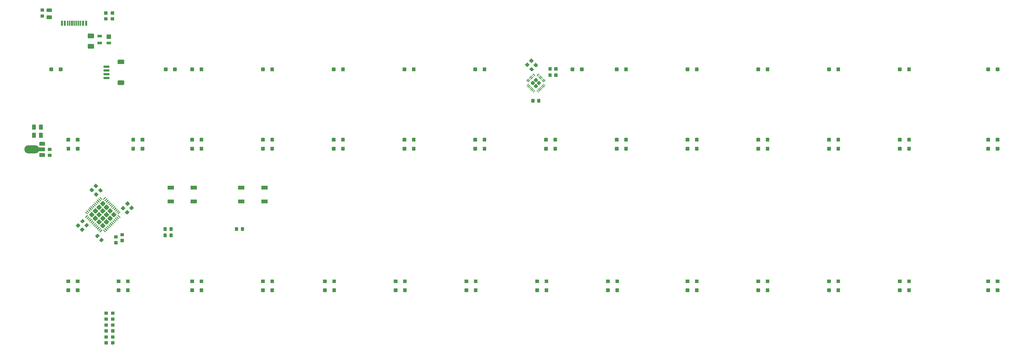
<source format=gbr>
G04 #@! TF.GenerationSoftware,KiCad,Pcbnew,(5.1.5)-3*
G04 #@! TF.CreationDate,2020-09-16T11:12:37+02:00*
G04 #@! TF.ProjectId,0x42,30783432-2e6b-4696-9361-645f70636258,v0.1*
G04 #@! TF.SameCoordinates,Original*
G04 #@! TF.FileFunction,Paste,Bot*
G04 #@! TF.FilePolarity,Positive*
%FSLAX46Y46*%
G04 Gerber Fmt 4.6, Leading zero omitted, Abs format (unit mm)*
G04 Created by KiCad (PCBNEW (5.1.5)-3) date 2020-09-16 11:12:37*
%MOMM*%
%LPD*%
G04 APERTURE LIST*
%ADD10C,0.100000*%
%ADD11O,4.000000X2.200000*%
%ADD12R,1.800000X1.100000*%
%ADD13R,1.200000X0.800000*%
%ADD14R,1.200000X1.200000*%
%ADD15R,0.300000X1.450000*%
%ADD16R,0.600000X1.450000*%
G04 APERTURE END LIST*
D10*
G36*
X95424504Y-128075575D02*
G01*
X95448773Y-128079175D01*
X95472571Y-128085136D01*
X95495671Y-128093401D01*
X95517849Y-128103891D01*
X95538893Y-128116504D01*
X95558598Y-128131118D01*
X95576777Y-128147594D01*
X96022254Y-128593071D01*
X96038730Y-128611250D01*
X96053344Y-128630955D01*
X96065957Y-128651999D01*
X96076447Y-128674177D01*
X96084712Y-128697277D01*
X96090673Y-128721075D01*
X96094273Y-128745344D01*
X96095477Y-128769848D01*
X96094273Y-128794352D01*
X96090673Y-128818621D01*
X96084712Y-128842419D01*
X96076447Y-128865519D01*
X96065957Y-128887697D01*
X96053344Y-128908741D01*
X96038730Y-128928446D01*
X96022254Y-128946625D01*
X95576777Y-129392102D01*
X95558598Y-129408578D01*
X95538893Y-129423192D01*
X95517849Y-129435805D01*
X95495671Y-129446295D01*
X95472571Y-129454560D01*
X95448773Y-129460521D01*
X95424504Y-129464121D01*
X95400000Y-129465325D01*
X95375496Y-129464121D01*
X95351227Y-129460521D01*
X95327429Y-129454560D01*
X95304329Y-129446295D01*
X95282151Y-129435805D01*
X95261107Y-129423192D01*
X95241402Y-129408578D01*
X95223223Y-129392102D01*
X94777746Y-128946625D01*
X94761270Y-128928446D01*
X94746656Y-128908741D01*
X94734043Y-128887697D01*
X94723553Y-128865519D01*
X94715288Y-128842419D01*
X94709327Y-128818621D01*
X94705727Y-128794352D01*
X94704523Y-128769848D01*
X94705727Y-128745344D01*
X94709327Y-128721075D01*
X94715288Y-128697277D01*
X94723553Y-128674177D01*
X94734043Y-128651999D01*
X94746656Y-128630955D01*
X94761270Y-128611250D01*
X94777746Y-128593071D01*
X95223223Y-128147594D01*
X95241402Y-128131118D01*
X95261107Y-128116504D01*
X95282151Y-128103891D01*
X95304329Y-128093401D01*
X95327429Y-128085136D01*
X95351227Y-128079175D01*
X95375496Y-128075575D01*
X95400000Y-128074371D01*
X95424504Y-128075575D01*
G37*
G36*
X94434555Y-127085626D02*
G01*
X94458824Y-127089226D01*
X94482622Y-127095187D01*
X94505722Y-127103452D01*
X94527900Y-127113942D01*
X94548944Y-127126555D01*
X94568649Y-127141169D01*
X94586828Y-127157645D01*
X95032305Y-127603122D01*
X95048781Y-127621301D01*
X95063395Y-127641006D01*
X95076008Y-127662050D01*
X95086498Y-127684228D01*
X95094763Y-127707328D01*
X95100724Y-127731126D01*
X95104324Y-127755395D01*
X95105528Y-127779899D01*
X95104324Y-127804403D01*
X95100724Y-127828672D01*
X95094763Y-127852470D01*
X95086498Y-127875570D01*
X95076008Y-127897748D01*
X95063395Y-127918792D01*
X95048781Y-127938497D01*
X95032305Y-127956676D01*
X94586828Y-128402153D01*
X94568649Y-128418629D01*
X94548944Y-128433243D01*
X94527900Y-128445856D01*
X94505722Y-128456346D01*
X94482622Y-128464611D01*
X94458824Y-128470572D01*
X94434555Y-128474172D01*
X94410051Y-128475376D01*
X94385547Y-128474172D01*
X94361278Y-128470572D01*
X94337480Y-128464611D01*
X94314380Y-128456346D01*
X94292202Y-128445856D01*
X94271158Y-128433243D01*
X94251453Y-128418629D01*
X94233274Y-128402153D01*
X93787797Y-127956676D01*
X93771321Y-127938497D01*
X93756707Y-127918792D01*
X93744094Y-127897748D01*
X93733604Y-127875570D01*
X93725339Y-127852470D01*
X93719378Y-127828672D01*
X93715778Y-127804403D01*
X93714574Y-127779899D01*
X93715778Y-127755395D01*
X93719378Y-127731126D01*
X93725339Y-127707328D01*
X93733604Y-127684228D01*
X93744094Y-127662050D01*
X93756707Y-127641006D01*
X93771321Y-127621301D01*
X93787797Y-127603122D01*
X94233274Y-127157645D01*
X94251453Y-127141169D01*
X94271158Y-127126555D01*
X94292202Y-127113942D01*
X94314380Y-127103452D01*
X94337480Y-127095187D01*
X94361278Y-127089226D01*
X94385547Y-127085626D01*
X94410051Y-127084422D01*
X94434555Y-127085626D01*
G37*
G36*
X93444605Y-126095676D02*
G01*
X93468874Y-126099276D01*
X93492672Y-126105237D01*
X93515772Y-126113502D01*
X93537950Y-126123992D01*
X93558994Y-126136605D01*
X93578699Y-126151219D01*
X93596878Y-126167695D01*
X94042355Y-126613172D01*
X94058831Y-126631351D01*
X94073445Y-126651056D01*
X94086058Y-126672100D01*
X94096548Y-126694278D01*
X94104813Y-126717378D01*
X94110774Y-126741176D01*
X94114374Y-126765445D01*
X94115578Y-126789949D01*
X94114374Y-126814453D01*
X94110774Y-126838722D01*
X94104813Y-126862520D01*
X94096548Y-126885620D01*
X94086058Y-126907798D01*
X94073445Y-126928842D01*
X94058831Y-126948547D01*
X94042355Y-126966726D01*
X93596878Y-127412203D01*
X93578699Y-127428679D01*
X93558994Y-127443293D01*
X93537950Y-127455906D01*
X93515772Y-127466396D01*
X93492672Y-127474661D01*
X93468874Y-127480622D01*
X93444605Y-127484222D01*
X93420101Y-127485426D01*
X93395597Y-127484222D01*
X93371328Y-127480622D01*
X93347530Y-127474661D01*
X93324430Y-127466396D01*
X93302252Y-127455906D01*
X93281208Y-127443293D01*
X93261503Y-127428679D01*
X93243324Y-127412203D01*
X92797847Y-126966726D01*
X92781371Y-126948547D01*
X92766757Y-126928842D01*
X92754144Y-126907798D01*
X92743654Y-126885620D01*
X92735389Y-126862520D01*
X92729428Y-126838722D01*
X92725828Y-126814453D01*
X92724624Y-126789949D01*
X92725828Y-126765445D01*
X92729428Y-126741176D01*
X92735389Y-126717378D01*
X92743654Y-126694278D01*
X92754144Y-126672100D01*
X92766757Y-126651056D01*
X92781371Y-126631351D01*
X92797847Y-126613172D01*
X93243324Y-126167695D01*
X93261503Y-126151219D01*
X93281208Y-126136605D01*
X93302252Y-126123992D01*
X93324430Y-126113502D01*
X93347530Y-126105237D01*
X93371328Y-126099276D01*
X93395597Y-126095676D01*
X93420101Y-126094472D01*
X93444605Y-126095676D01*
G37*
G36*
X92454656Y-125105727D02*
G01*
X92478925Y-125109327D01*
X92502723Y-125115288D01*
X92525823Y-125123553D01*
X92548001Y-125134043D01*
X92569045Y-125146656D01*
X92588750Y-125161270D01*
X92606929Y-125177746D01*
X93052406Y-125623223D01*
X93068882Y-125641402D01*
X93083496Y-125661107D01*
X93096109Y-125682151D01*
X93106599Y-125704329D01*
X93114864Y-125727429D01*
X93120825Y-125751227D01*
X93124425Y-125775496D01*
X93125629Y-125800000D01*
X93124425Y-125824504D01*
X93120825Y-125848773D01*
X93114864Y-125872571D01*
X93106599Y-125895671D01*
X93096109Y-125917849D01*
X93083496Y-125938893D01*
X93068882Y-125958598D01*
X93052406Y-125976777D01*
X92606929Y-126422254D01*
X92588750Y-126438730D01*
X92569045Y-126453344D01*
X92548001Y-126465957D01*
X92525823Y-126476447D01*
X92502723Y-126484712D01*
X92478925Y-126490673D01*
X92454656Y-126494273D01*
X92430152Y-126495477D01*
X92405648Y-126494273D01*
X92381379Y-126490673D01*
X92357581Y-126484712D01*
X92334481Y-126476447D01*
X92312303Y-126465957D01*
X92291259Y-126453344D01*
X92271554Y-126438730D01*
X92253375Y-126422254D01*
X91807898Y-125976777D01*
X91791422Y-125958598D01*
X91776808Y-125938893D01*
X91764195Y-125917849D01*
X91753705Y-125895671D01*
X91745440Y-125872571D01*
X91739479Y-125848773D01*
X91735879Y-125824504D01*
X91734675Y-125800000D01*
X91735879Y-125775496D01*
X91739479Y-125751227D01*
X91745440Y-125727429D01*
X91753705Y-125704329D01*
X91764195Y-125682151D01*
X91776808Y-125661107D01*
X91791422Y-125641402D01*
X91807898Y-125623223D01*
X92253375Y-125177746D01*
X92271554Y-125161270D01*
X92291259Y-125146656D01*
X92312303Y-125134043D01*
X92334481Y-125123553D01*
X92357581Y-125115288D01*
X92381379Y-125109327D01*
X92405648Y-125105727D01*
X92430152Y-125104523D01*
X92454656Y-125105727D01*
G37*
G36*
X96414453Y-127085626D02*
G01*
X96438722Y-127089226D01*
X96462520Y-127095187D01*
X96485620Y-127103452D01*
X96507798Y-127113942D01*
X96528842Y-127126555D01*
X96548547Y-127141169D01*
X96566726Y-127157645D01*
X97012203Y-127603122D01*
X97028679Y-127621301D01*
X97043293Y-127641006D01*
X97055906Y-127662050D01*
X97066396Y-127684228D01*
X97074661Y-127707328D01*
X97080622Y-127731126D01*
X97084222Y-127755395D01*
X97085426Y-127779899D01*
X97084222Y-127804403D01*
X97080622Y-127828672D01*
X97074661Y-127852470D01*
X97066396Y-127875570D01*
X97055906Y-127897748D01*
X97043293Y-127918792D01*
X97028679Y-127938497D01*
X97012203Y-127956676D01*
X96566726Y-128402153D01*
X96548547Y-128418629D01*
X96528842Y-128433243D01*
X96507798Y-128445856D01*
X96485620Y-128456346D01*
X96462520Y-128464611D01*
X96438722Y-128470572D01*
X96414453Y-128474172D01*
X96389949Y-128475376D01*
X96365445Y-128474172D01*
X96341176Y-128470572D01*
X96317378Y-128464611D01*
X96294278Y-128456346D01*
X96272100Y-128445856D01*
X96251056Y-128433243D01*
X96231351Y-128418629D01*
X96213172Y-128402153D01*
X95767695Y-127956676D01*
X95751219Y-127938497D01*
X95736605Y-127918792D01*
X95723992Y-127897748D01*
X95713502Y-127875570D01*
X95705237Y-127852470D01*
X95699276Y-127828672D01*
X95695676Y-127804403D01*
X95694472Y-127779899D01*
X95695676Y-127755395D01*
X95699276Y-127731126D01*
X95705237Y-127707328D01*
X95713502Y-127684228D01*
X95723992Y-127662050D01*
X95736605Y-127641006D01*
X95751219Y-127621301D01*
X95767695Y-127603122D01*
X96213172Y-127157645D01*
X96231351Y-127141169D01*
X96251056Y-127126555D01*
X96272100Y-127113942D01*
X96294278Y-127103452D01*
X96317378Y-127095187D01*
X96341176Y-127089226D01*
X96365445Y-127085626D01*
X96389949Y-127084422D01*
X96414453Y-127085626D01*
G37*
G36*
X95424504Y-126095676D02*
G01*
X95448773Y-126099276D01*
X95472571Y-126105237D01*
X95495671Y-126113502D01*
X95517849Y-126123992D01*
X95538893Y-126136605D01*
X95558598Y-126151219D01*
X95576777Y-126167695D01*
X96022254Y-126613172D01*
X96038730Y-126631351D01*
X96053344Y-126651056D01*
X96065957Y-126672100D01*
X96076447Y-126694278D01*
X96084712Y-126717378D01*
X96090673Y-126741176D01*
X96094273Y-126765445D01*
X96095477Y-126789949D01*
X96094273Y-126814453D01*
X96090673Y-126838722D01*
X96084712Y-126862520D01*
X96076447Y-126885620D01*
X96065957Y-126907798D01*
X96053344Y-126928842D01*
X96038730Y-126948547D01*
X96022254Y-126966726D01*
X95576777Y-127412203D01*
X95558598Y-127428679D01*
X95538893Y-127443293D01*
X95517849Y-127455906D01*
X95495671Y-127466396D01*
X95472571Y-127474661D01*
X95448773Y-127480622D01*
X95424504Y-127484222D01*
X95400000Y-127485426D01*
X95375496Y-127484222D01*
X95351227Y-127480622D01*
X95327429Y-127474661D01*
X95304329Y-127466396D01*
X95282151Y-127455906D01*
X95261107Y-127443293D01*
X95241402Y-127428679D01*
X95223223Y-127412203D01*
X94777746Y-126966726D01*
X94761270Y-126948547D01*
X94746656Y-126928842D01*
X94734043Y-126907798D01*
X94723553Y-126885620D01*
X94715288Y-126862520D01*
X94709327Y-126838722D01*
X94705727Y-126814453D01*
X94704523Y-126789949D01*
X94705727Y-126765445D01*
X94709327Y-126741176D01*
X94715288Y-126717378D01*
X94723553Y-126694278D01*
X94734043Y-126672100D01*
X94746656Y-126651056D01*
X94761270Y-126631351D01*
X94777746Y-126613172D01*
X95223223Y-126167695D01*
X95241402Y-126151219D01*
X95261107Y-126136605D01*
X95282151Y-126123992D01*
X95304329Y-126113502D01*
X95327429Y-126105237D01*
X95351227Y-126099276D01*
X95375496Y-126095676D01*
X95400000Y-126094472D01*
X95424504Y-126095676D01*
G37*
G36*
X94434555Y-125105727D02*
G01*
X94458824Y-125109327D01*
X94482622Y-125115288D01*
X94505722Y-125123553D01*
X94527900Y-125134043D01*
X94548944Y-125146656D01*
X94568649Y-125161270D01*
X94586828Y-125177746D01*
X95032305Y-125623223D01*
X95048781Y-125641402D01*
X95063395Y-125661107D01*
X95076008Y-125682151D01*
X95086498Y-125704329D01*
X95094763Y-125727429D01*
X95100724Y-125751227D01*
X95104324Y-125775496D01*
X95105528Y-125800000D01*
X95104324Y-125824504D01*
X95100724Y-125848773D01*
X95094763Y-125872571D01*
X95086498Y-125895671D01*
X95076008Y-125917849D01*
X95063395Y-125938893D01*
X95048781Y-125958598D01*
X95032305Y-125976777D01*
X94586828Y-126422254D01*
X94568649Y-126438730D01*
X94548944Y-126453344D01*
X94527900Y-126465957D01*
X94505722Y-126476447D01*
X94482622Y-126484712D01*
X94458824Y-126490673D01*
X94434555Y-126494273D01*
X94410051Y-126495477D01*
X94385547Y-126494273D01*
X94361278Y-126490673D01*
X94337480Y-126484712D01*
X94314380Y-126476447D01*
X94292202Y-126465957D01*
X94271158Y-126453344D01*
X94251453Y-126438730D01*
X94233274Y-126422254D01*
X93787797Y-125976777D01*
X93771321Y-125958598D01*
X93756707Y-125938893D01*
X93744094Y-125917849D01*
X93733604Y-125895671D01*
X93725339Y-125872571D01*
X93719378Y-125848773D01*
X93715778Y-125824504D01*
X93714574Y-125800000D01*
X93715778Y-125775496D01*
X93719378Y-125751227D01*
X93725339Y-125727429D01*
X93733604Y-125704329D01*
X93744094Y-125682151D01*
X93756707Y-125661107D01*
X93771321Y-125641402D01*
X93787797Y-125623223D01*
X94233274Y-125177746D01*
X94251453Y-125161270D01*
X94271158Y-125146656D01*
X94292202Y-125134043D01*
X94314380Y-125123553D01*
X94337480Y-125115288D01*
X94361278Y-125109327D01*
X94385547Y-125105727D01*
X94410051Y-125104523D01*
X94434555Y-125105727D01*
G37*
G36*
X93444605Y-124115778D02*
G01*
X93468874Y-124119378D01*
X93492672Y-124125339D01*
X93515772Y-124133604D01*
X93537950Y-124144094D01*
X93558994Y-124156707D01*
X93578699Y-124171321D01*
X93596878Y-124187797D01*
X94042355Y-124633274D01*
X94058831Y-124651453D01*
X94073445Y-124671158D01*
X94086058Y-124692202D01*
X94096548Y-124714380D01*
X94104813Y-124737480D01*
X94110774Y-124761278D01*
X94114374Y-124785547D01*
X94115578Y-124810051D01*
X94114374Y-124834555D01*
X94110774Y-124858824D01*
X94104813Y-124882622D01*
X94096548Y-124905722D01*
X94086058Y-124927900D01*
X94073445Y-124948944D01*
X94058831Y-124968649D01*
X94042355Y-124986828D01*
X93596878Y-125432305D01*
X93578699Y-125448781D01*
X93558994Y-125463395D01*
X93537950Y-125476008D01*
X93515772Y-125486498D01*
X93492672Y-125494763D01*
X93468874Y-125500724D01*
X93444605Y-125504324D01*
X93420101Y-125505528D01*
X93395597Y-125504324D01*
X93371328Y-125500724D01*
X93347530Y-125494763D01*
X93324430Y-125486498D01*
X93302252Y-125476008D01*
X93281208Y-125463395D01*
X93261503Y-125448781D01*
X93243324Y-125432305D01*
X92797847Y-124986828D01*
X92781371Y-124968649D01*
X92766757Y-124948944D01*
X92754144Y-124927900D01*
X92743654Y-124905722D01*
X92735389Y-124882622D01*
X92729428Y-124858824D01*
X92725828Y-124834555D01*
X92724624Y-124810051D01*
X92725828Y-124785547D01*
X92729428Y-124761278D01*
X92735389Y-124737480D01*
X92743654Y-124714380D01*
X92754144Y-124692202D01*
X92766757Y-124671158D01*
X92781371Y-124651453D01*
X92797847Y-124633274D01*
X93243324Y-124187797D01*
X93261503Y-124171321D01*
X93281208Y-124156707D01*
X93302252Y-124144094D01*
X93324430Y-124133604D01*
X93347530Y-124125339D01*
X93371328Y-124119378D01*
X93395597Y-124115778D01*
X93420101Y-124114574D01*
X93444605Y-124115778D01*
G37*
G36*
X97404403Y-126095676D02*
G01*
X97428672Y-126099276D01*
X97452470Y-126105237D01*
X97475570Y-126113502D01*
X97497748Y-126123992D01*
X97518792Y-126136605D01*
X97538497Y-126151219D01*
X97556676Y-126167695D01*
X98002153Y-126613172D01*
X98018629Y-126631351D01*
X98033243Y-126651056D01*
X98045856Y-126672100D01*
X98056346Y-126694278D01*
X98064611Y-126717378D01*
X98070572Y-126741176D01*
X98074172Y-126765445D01*
X98075376Y-126789949D01*
X98074172Y-126814453D01*
X98070572Y-126838722D01*
X98064611Y-126862520D01*
X98056346Y-126885620D01*
X98045856Y-126907798D01*
X98033243Y-126928842D01*
X98018629Y-126948547D01*
X98002153Y-126966726D01*
X97556676Y-127412203D01*
X97538497Y-127428679D01*
X97518792Y-127443293D01*
X97497748Y-127455906D01*
X97475570Y-127466396D01*
X97452470Y-127474661D01*
X97428672Y-127480622D01*
X97404403Y-127484222D01*
X97379899Y-127485426D01*
X97355395Y-127484222D01*
X97331126Y-127480622D01*
X97307328Y-127474661D01*
X97284228Y-127466396D01*
X97262050Y-127455906D01*
X97241006Y-127443293D01*
X97221301Y-127428679D01*
X97203122Y-127412203D01*
X96757645Y-126966726D01*
X96741169Y-126948547D01*
X96726555Y-126928842D01*
X96713942Y-126907798D01*
X96703452Y-126885620D01*
X96695187Y-126862520D01*
X96689226Y-126838722D01*
X96685626Y-126814453D01*
X96684422Y-126789949D01*
X96685626Y-126765445D01*
X96689226Y-126741176D01*
X96695187Y-126717378D01*
X96703452Y-126694278D01*
X96713942Y-126672100D01*
X96726555Y-126651056D01*
X96741169Y-126631351D01*
X96757645Y-126613172D01*
X97203122Y-126167695D01*
X97221301Y-126151219D01*
X97241006Y-126136605D01*
X97262050Y-126123992D01*
X97284228Y-126113502D01*
X97307328Y-126105237D01*
X97331126Y-126099276D01*
X97355395Y-126095676D01*
X97379899Y-126094472D01*
X97404403Y-126095676D01*
G37*
G36*
X96414453Y-125105727D02*
G01*
X96438722Y-125109327D01*
X96462520Y-125115288D01*
X96485620Y-125123553D01*
X96507798Y-125134043D01*
X96528842Y-125146656D01*
X96548547Y-125161270D01*
X96566726Y-125177746D01*
X97012203Y-125623223D01*
X97028679Y-125641402D01*
X97043293Y-125661107D01*
X97055906Y-125682151D01*
X97066396Y-125704329D01*
X97074661Y-125727429D01*
X97080622Y-125751227D01*
X97084222Y-125775496D01*
X97085426Y-125800000D01*
X97084222Y-125824504D01*
X97080622Y-125848773D01*
X97074661Y-125872571D01*
X97066396Y-125895671D01*
X97055906Y-125917849D01*
X97043293Y-125938893D01*
X97028679Y-125958598D01*
X97012203Y-125976777D01*
X96566726Y-126422254D01*
X96548547Y-126438730D01*
X96528842Y-126453344D01*
X96507798Y-126465957D01*
X96485620Y-126476447D01*
X96462520Y-126484712D01*
X96438722Y-126490673D01*
X96414453Y-126494273D01*
X96389949Y-126495477D01*
X96365445Y-126494273D01*
X96341176Y-126490673D01*
X96317378Y-126484712D01*
X96294278Y-126476447D01*
X96272100Y-126465957D01*
X96251056Y-126453344D01*
X96231351Y-126438730D01*
X96213172Y-126422254D01*
X95767695Y-125976777D01*
X95751219Y-125958598D01*
X95736605Y-125938893D01*
X95723992Y-125917849D01*
X95713502Y-125895671D01*
X95705237Y-125872571D01*
X95699276Y-125848773D01*
X95695676Y-125824504D01*
X95694472Y-125800000D01*
X95695676Y-125775496D01*
X95699276Y-125751227D01*
X95705237Y-125727429D01*
X95713502Y-125704329D01*
X95723992Y-125682151D01*
X95736605Y-125661107D01*
X95751219Y-125641402D01*
X95767695Y-125623223D01*
X96213172Y-125177746D01*
X96231351Y-125161270D01*
X96251056Y-125146656D01*
X96272100Y-125134043D01*
X96294278Y-125123553D01*
X96317378Y-125115288D01*
X96341176Y-125109327D01*
X96365445Y-125105727D01*
X96389949Y-125104523D01*
X96414453Y-125105727D01*
G37*
G36*
X95424504Y-124115778D02*
G01*
X95448773Y-124119378D01*
X95472571Y-124125339D01*
X95495671Y-124133604D01*
X95517849Y-124144094D01*
X95538893Y-124156707D01*
X95558598Y-124171321D01*
X95576777Y-124187797D01*
X96022254Y-124633274D01*
X96038730Y-124651453D01*
X96053344Y-124671158D01*
X96065957Y-124692202D01*
X96076447Y-124714380D01*
X96084712Y-124737480D01*
X96090673Y-124761278D01*
X96094273Y-124785547D01*
X96095477Y-124810051D01*
X96094273Y-124834555D01*
X96090673Y-124858824D01*
X96084712Y-124882622D01*
X96076447Y-124905722D01*
X96065957Y-124927900D01*
X96053344Y-124948944D01*
X96038730Y-124968649D01*
X96022254Y-124986828D01*
X95576777Y-125432305D01*
X95558598Y-125448781D01*
X95538893Y-125463395D01*
X95517849Y-125476008D01*
X95495671Y-125486498D01*
X95472571Y-125494763D01*
X95448773Y-125500724D01*
X95424504Y-125504324D01*
X95400000Y-125505528D01*
X95375496Y-125504324D01*
X95351227Y-125500724D01*
X95327429Y-125494763D01*
X95304329Y-125486498D01*
X95282151Y-125476008D01*
X95261107Y-125463395D01*
X95241402Y-125448781D01*
X95223223Y-125432305D01*
X94777746Y-124986828D01*
X94761270Y-124968649D01*
X94746656Y-124948944D01*
X94734043Y-124927900D01*
X94723553Y-124905722D01*
X94715288Y-124882622D01*
X94709327Y-124858824D01*
X94705727Y-124834555D01*
X94704523Y-124810051D01*
X94705727Y-124785547D01*
X94709327Y-124761278D01*
X94715288Y-124737480D01*
X94723553Y-124714380D01*
X94734043Y-124692202D01*
X94746656Y-124671158D01*
X94761270Y-124651453D01*
X94777746Y-124633274D01*
X95223223Y-124187797D01*
X95241402Y-124171321D01*
X95261107Y-124156707D01*
X95282151Y-124144094D01*
X95304329Y-124133604D01*
X95327429Y-124125339D01*
X95351227Y-124119378D01*
X95375496Y-124115778D01*
X95400000Y-124114574D01*
X95424504Y-124115778D01*
G37*
G36*
X94434555Y-123125828D02*
G01*
X94458824Y-123129428D01*
X94482622Y-123135389D01*
X94505722Y-123143654D01*
X94527900Y-123154144D01*
X94548944Y-123166757D01*
X94568649Y-123181371D01*
X94586828Y-123197847D01*
X95032305Y-123643324D01*
X95048781Y-123661503D01*
X95063395Y-123681208D01*
X95076008Y-123702252D01*
X95086498Y-123724430D01*
X95094763Y-123747530D01*
X95100724Y-123771328D01*
X95104324Y-123795597D01*
X95105528Y-123820101D01*
X95104324Y-123844605D01*
X95100724Y-123868874D01*
X95094763Y-123892672D01*
X95086498Y-123915772D01*
X95076008Y-123937950D01*
X95063395Y-123958994D01*
X95048781Y-123978699D01*
X95032305Y-123996878D01*
X94586828Y-124442355D01*
X94568649Y-124458831D01*
X94548944Y-124473445D01*
X94527900Y-124486058D01*
X94505722Y-124496548D01*
X94482622Y-124504813D01*
X94458824Y-124510774D01*
X94434555Y-124514374D01*
X94410051Y-124515578D01*
X94385547Y-124514374D01*
X94361278Y-124510774D01*
X94337480Y-124504813D01*
X94314380Y-124496548D01*
X94292202Y-124486058D01*
X94271158Y-124473445D01*
X94251453Y-124458831D01*
X94233274Y-124442355D01*
X93787797Y-123996878D01*
X93771321Y-123978699D01*
X93756707Y-123958994D01*
X93744094Y-123937950D01*
X93733604Y-123915772D01*
X93725339Y-123892672D01*
X93719378Y-123868874D01*
X93715778Y-123844605D01*
X93714574Y-123820101D01*
X93715778Y-123795597D01*
X93719378Y-123771328D01*
X93725339Y-123747530D01*
X93733604Y-123724430D01*
X93744094Y-123702252D01*
X93756707Y-123681208D01*
X93771321Y-123661503D01*
X93787797Y-123643324D01*
X94233274Y-123197847D01*
X94251453Y-123181371D01*
X94271158Y-123166757D01*
X94292202Y-123154144D01*
X94314380Y-123143654D01*
X94337480Y-123135389D01*
X94361278Y-123129428D01*
X94385547Y-123125828D01*
X94410051Y-123124624D01*
X94434555Y-123125828D01*
G37*
G36*
X98394352Y-125105727D02*
G01*
X98418621Y-125109327D01*
X98442419Y-125115288D01*
X98465519Y-125123553D01*
X98487697Y-125134043D01*
X98508741Y-125146656D01*
X98528446Y-125161270D01*
X98546625Y-125177746D01*
X98992102Y-125623223D01*
X99008578Y-125641402D01*
X99023192Y-125661107D01*
X99035805Y-125682151D01*
X99046295Y-125704329D01*
X99054560Y-125727429D01*
X99060521Y-125751227D01*
X99064121Y-125775496D01*
X99065325Y-125800000D01*
X99064121Y-125824504D01*
X99060521Y-125848773D01*
X99054560Y-125872571D01*
X99046295Y-125895671D01*
X99035805Y-125917849D01*
X99023192Y-125938893D01*
X99008578Y-125958598D01*
X98992102Y-125976777D01*
X98546625Y-126422254D01*
X98528446Y-126438730D01*
X98508741Y-126453344D01*
X98487697Y-126465957D01*
X98465519Y-126476447D01*
X98442419Y-126484712D01*
X98418621Y-126490673D01*
X98394352Y-126494273D01*
X98369848Y-126495477D01*
X98345344Y-126494273D01*
X98321075Y-126490673D01*
X98297277Y-126484712D01*
X98274177Y-126476447D01*
X98251999Y-126465957D01*
X98230955Y-126453344D01*
X98211250Y-126438730D01*
X98193071Y-126422254D01*
X97747594Y-125976777D01*
X97731118Y-125958598D01*
X97716504Y-125938893D01*
X97703891Y-125917849D01*
X97693401Y-125895671D01*
X97685136Y-125872571D01*
X97679175Y-125848773D01*
X97675575Y-125824504D01*
X97674371Y-125800000D01*
X97675575Y-125775496D01*
X97679175Y-125751227D01*
X97685136Y-125727429D01*
X97693401Y-125704329D01*
X97703891Y-125682151D01*
X97716504Y-125661107D01*
X97731118Y-125641402D01*
X97747594Y-125623223D01*
X98193071Y-125177746D01*
X98211250Y-125161270D01*
X98230955Y-125146656D01*
X98251999Y-125134043D01*
X98274177Y-125123553D01*
X98297277Y-125115288D01*
X98321075Y-125109327D01*
X98345344Y-125105727D01*
X98369848Y-125104523D01*
X98394352Y-125105727D01*
G37*
G36*
X97404403Y-124115778D02*
G01*
X97428672Y-124119378D01*
X97452470Y-124125339D01*
X97475570Y-124133604D01*
X97497748Y-124144094D01*
X97518792Y-124156707D01*
X97538497Y-124171321D01*
X97556676Y-124187797D01*
X98002153Y-124633274D01*
X98018629Y-124651453D01*
X98033243Y-124671158D01*
X98045856Y-124692202D01*
X98056346Y-124714380D01*
X98064611Y-124737480D01*
X98070572Y-124761278D01*
X98074172Y-124785547D01*
X98075376Y-124810051D01*
X98074172Y-124834555D01*
X98070572Y-124858824D01*
X98064611Y-124882622D01*
X98056346Y-124905722D01*
X98045856Y-124927900D01*
X98033243Y-124948944D01*
X98018629Y-124968649D01*
X98002153Y-124986828D01*
X97556676Y-125432305D01*
X97538497Y-125448781D01*
X97518792Y-125463395D01*
X97497748Y-125476008D01*
X97475570Y-125486498D01*
X97452470Y-125494763D01*
X97428672Y-125500724D01*
X97404403Y-125504324D01*
X97379899Y-125505528D01*
X97355395Y-125504324D01*
X97331126Y-125500724D01*
X97307328Y-125494763D01*
X97284228Y-125486498D01*
X97262050Y-125476008D01*
X97241006Y-125463395D01*
X97221301Y-125448781D01*
X97203122Y-125432305D01*
X96757645Y-124986828D01*
X96741169Y-124968649D01*
X96726555Y-124948944D01*
X96713942Y-124927900D01*
X96703452Y-124905722D01*
X96695187Y-124882622D01*
X96689226Y-124858824D01*
X96685626Y-124834555D01*
X96684422Y-124810051D01*
X96685626Y-124785547D01*
X96689226Y-124761278D01*
X96695187Y-124737480D01*
X96703452Y-124714380D01*
X96713942Y-124692202D01*
X96726555Y-124671158D01*
X96741169Y-124651453D01*
X96757645Y-124633274D01*
X97203122Y-124187797D01*
X97221301Y-124171321D01*
X97241006Y-124156707D01*
X97262050Y-124144094D01*
X97284228Y-124133604D01*
X97307328Y-124125339D01*
X97331126Y-124119378D01*
X97355395Y-124115778D01*
X97379899Y-124114574D01*
X97404403Y-124115778D01*
G37*
G36*
X96414453Y-123125828D02*
G01*
X96438722Y-123129428D01*
X96462520Y-123135389D01*
X96485620Y-123143654D01*
X96507798Y-123154144D01*
X96528842Y-123166757D01*
X96548547Y-123181371D01*
X96566726Y-123197847D01*
X97012203Y-123643324D01*
X97028679Y-123661503D01*
X97043293Y-123681208D01*
X97055906Y-123702252D01*
X97066396Y-123724430D01*
X97074661Y-123747530D01*
X97080622Y-123771328D01*
X97084222Y-123795597D01*
X97085426Y-123820101D01*
X97084222Y-123844605D01*
X97080622Y-123868874D01*
X97074661Y-123892672D01*
X97066396Y-123915772D01*
X97055906Y-123937950D01*
X97043293Y-123958994D01*
X97028679Y-123978699D01*
X97012203Y-123996878D01*
X96566726Y-124442355D01*
X96548547Y-124458831D01*
X96528842Y-124473445D01*
X96507798Y-124486058D01*
X96485620Y-124496548D01*
X96462520Y-124504813D01*
X96438722Y-124510774D01*
X96414453Y-124514374D01*
X96389949Y-124515578D01*
X96365445Y-124514374D01*
X96341176Y-124510774D01*
X96317378Y-124504813D01*
X96294278Y-124496548D01*
X96272100Y-124486058D01*
X96251056Y-124473445D01*
X96231351Y-124458831D01*
X96213172Y-124442355D01*
X95767695Y-123996878D01*
X95751219Y-123978699D01*
X95736605Y-123958994D01*
X95723992Y-123937950D01*
X95713502Y-123915772D01*
X95705237Y-123892672D01*
X95699276Y-123868874D01*
X95695676Y-123844605D01*
X95694472Y-123820101D01*
X95695676Y-123795597D01*
X95699276Y-123771328D01*
X95705237Y-123747530D01*
X95713502Y-123724430D01*
X95723992Y-123702252D01*
X95736605Y-123681208D01*
X95751219Y-123661503D01*
X95767695Y-123643324D01*
X96213172Y-123197847D01*
X96231351Y-123181371D01*
X96251056Y-123166757D01*
X96272100Y-123154144D01*
X96294278Y-123143654D01*
X96317378Y-123135389D01*
X96341176Y-123129428D01*
X96365445Y-123125828D01*
X96389949Y-123124624D01*
X96414453Y-123125828D01*
G37*
G36*
X95424504Y-122135879D02*
G01*
X95448773Y-122139479D01*
X95472571Y-122145440D01*
X95495671Y-122153705D01*
X95517849Y-122164195D01*
X95538893Y-122176808D01*
X95558598Y-122191422D01*
X95576777Y-122207898D01*
X96022254Y-122653375D01*
X96038730Y-122671554D01*
X96053344Y-122691259D01*
X96065957Y-122712303D01*
X96076447Y-122734481D01*
X96084712Y-122757581D01*
X96090673Y-122781379D01*
X96094273Y-122805648D01*
X96095477Y-122830152D01*
X96094273Y-122854656D01*
X96090673Y-122878925D01*
X96084712Y-122902723D01*
X96076447Y-122925823D01*
X96065957Y-122948001D01*
X96053344Y-122969045D01*
X96038730Y-122988750D01*
X96022254Y-123006929D01*
X95576777Y-123452406D01*
X95558598Y-123468882D01*
X95538893Y-123483496D01*
X95517849Y-123496109D01*
X95495671Y-123506599D01*
X95472571Y-123514864D01*
X95448773Y-123520825D01*
X95424504Y-123524425D01*
X95400000Y-123525629D01*
X95375496Y-123524425D01*
X95351227Y-123520825D01*
X95327429Y-123514864D01*
X95304329Y-123506599D01*
X95282151Y-123496109D01*
X95261107Y-123483496D01*
X95241402Y-123468882D01*
X95223223Y-123452406D01*
X94777746Y-123006929D01*
X94761270Y-122988750D01*
X94746656Y-122969045D01*
X94734043Y-122948001D01*
X94723553Y-122925823D01*
X94715288Y-122902723D01*
X94709327Y-122878925D01*
X94705727Y-122854656D01*
X94704523Y-122830152D01*
X94705727Y-122805648D01*
X94709327Y-122781379D01*
X94715288Y-122757581D01*
X94723553Y-122734481D01*
X94734043Y-122712303D01*
X94746656Y-122691259D01*
X94761270Y-122671554D01*
X94777746Y-122653375D01*
X95223223Y-122207898D01*
X95241402Y-122191422D01*
X95261107Y-122176808D01*
X95282151Y-122164195D01*
X95304329Y-122153705D01*
X95327429Y-122145440D01*
X95351227Y-122139479D01*
X95375496Y-122135879D01*
X95400000Y-122134675D01*
X95424504Y-122135879D01*
G37*
G36*
X95140961Y-129803665D02*
G01*
X95147028Y-129804565D01*
X95152978Y-129806055D01*
X95158753Y-129808122D01*
X95164297Y-129810744D01*
X95169558Y-129813897D01*
X95174485Y-129817551D01*
X95179029Y-129821670D01*
X95267417Y-129910058D01*
X95271536Y-129914602D01*
X95275190Y-129919529D01*
X95278343Y-129924790D01*
X95280965Y-129930334D01*
X95283032Y-129936109D01*
X95284522Y-129942059D01*
X95285422Y-129948126D01*
X95285723Y-129954252D01*
X95285422Y-129960378D01*
X95284522Y-129966445D01*
X95283032Y-129972395D01*
X95280965Y-129978170D01*
X95278343Y-129983714D01*
X95275190Y-129988975D01*
X95271536Y-129993902D01*
X95267417Y-129998446D01*
X94737087Y-130528776D01*
X94732543Y-130532895D01*
X94727616Y-130536549D01*
X94722355Y-130539702D01*
X94716811Y-130542324D01*
X94711036Y-130544391D01*
X94705086Y-130545881D01*
X94699019Y-130546781D01*
X94692893Y-130547082D01*
X94686767Y-130546781D01*
X94680700Y-130545881D01*
X94674750Y-130544391D01*
X94668975Y-130542324D01*
X94663431Y-130539702D01*
X94658170Y-130536549D01*
X94653243Y-130532895D01*
X94648699Y-130528776D01*
X94560311Y-130440388D01*
X94556192Y-130435844D01*
X94552538Y-130430917D01*
X94549385Y-130425656D01*
X94546763Y-130420112D01*
X94544696Y-130414337D01*
X94543206Y-130408387D01*
X94542306Y-130402320D01*
X94542005Y-130396194D01*
X94542306Y-130390068D01*
X94543206Y-130384001D01*
X94544696Y-130378051D01*
X94546763Y-130372276D01*
X94549385Y-130366732D01*
X94552538Y-130361471D01*
X94556192Y-130356544D01*
X94560311Y-130352000D01*
X95090641Y-129821670D01*
X95095185Y-129817551D01*
X95100112Y-129813897D01*
X95105373Y-129810744D01*
X95110917Y-129808122D01*
X95116692Y-129806055D01*
X95122642Y-129804565D01*
X95128709Y-129803665D01*
X95134835Y-129803364D01*
X95140961Y-129803665D01*
G37*
G36*
X94787408Y-129450112D02*
G01*
X94793475Y-129451012D01*
X94799425Y-129452502D01*
X94805200Y-129454569D01*
X94810744Y-129457191D01*
X94816005Y-129460344D01*
X94820932Y-129463998D01*
X94825476Y-129468117D01*
X94913864Y-129556505D01*
X94917983Y-129561049D01*
X94921637Y-129565976D01*
X94924790Y-129571237D01*
X94927412Y-129576781D01*
X94929479Y-129582556D01*
X94930969Y-129588506D01*
X94931869Y-129594573D01*
X94932170Y-129600699D01*
X94931869Y-129606825D01*
X94930969Y-129612892D01*
X94929479Y-129618842D01*
X94927412Y-129624617D01*
X94924790Y-129630161D01*
X94921637Y-129635422D01*
X94917983Y-129640349D01*
X94913864Y-129644893D01*
X94383534Y-130175223D01*
X94378990Y-130179342D01*
X94374063Y-130182996D01*
X94368802Y-130186149D01*
X94363258Y-130188771D01*
X94357483Y-130190838D01*
X94351533Y-130192328D01*
X94345466Y-130193228D01*
X94339340Y-130193529D01*
X94333214Y-130193228D01*
X94327147Y-130192328D01*
X94321197Y-130190838D01*
X94315422Y-130188771D01*
X94309878Y-130186149D01*
X94304617Y-130182996D01*
X94299690Y-130179342D01*
X94295146Y-130175223D01*
X94206758Y-130086835D01*
X94202639Y-130082291D01*
X94198985Y-130077364D01*
X94195832Y-130072103D01*
X94193210Y-130066559D01*
X94191143Y-130060784D01*
X94189653Y-130054834D01*
X94188753Y-130048767D01*
X94188452Y-130042641D01*
X94188753Y-130036515D01*
X94189653Y-130030448D01*
X94191143Y-130024498D01*
X94193210Y-130018723D01*
X94195832Y-130013179D01*
X94198985Y-130007918D01*
X94202639Y-130002991D01*
X94206758Y-129998447D01*
X94737088Y-129468117D01*
X94741632Y-129463998D01*
X94746559Y-129460344D01*
X94751820Y-129457191D01*
X94757364Y-129454569D01*
X94763139Y-129452502D01*
X94769089Y-129451012D01*
X94775156Y-129450112D01*
X94781282Y-129449811D01*
X94787408Y-129450112D01*
G37*
G36*
X94433854Y-129096558D02*
G01*
X94439921Y-129097458D01*
X94445871Y-129098948D01*
X94451646Y-129101015D01*
X94457190Y-129103637D01*
X94462451Y-129106790D01*
X94467378Y-129110444D01*
X94471922Y-129114563D01*
X94560310Y-129202951D01*
X94564429Y-129207495D01*
X94568083Y-129212422D01*
X94571236Y-129217683D01*
X94573858Y-129223227D01*
X94575925Y-129229002D01*
X94577415Y-129234952D01*
X94578315Y-129241019D01*
X94578616Y-129247145D01*
X94578315Y-129253271D01*
X94577415Y-129259338D01*
X94575925Y-129265288D01*
X94573858Y-129271063D01*
X94571236Y-129276607D01*
X94568083Y-129281868D01*
X94564429Y-129286795D01*
X94560310Y-129291339D01*
X94029980Y-129821669D01*
X94025436Y-129825788D01*
X94020509Y-129829442D01*
X94015248Y-129832595D01*
X94009704Y-129835217D01*
X94003929Y-129837284D01*
X93997979Y-129838774D01*
X93991912Y-129839674D01*
X93985786Y-129839975D01*
X93979660Y-129839674D01*
X93973593Y-129838774D01*
X93967643Y-129837284D01*
X93961868Y-129835217D01*
X93956324Y-129832595D01*
X93951063Y-129829442D01*
X93946136Y-129825788D01*
X93941592Y-129821669D01*
X93853204Y-129733281D01*
X93849085Y-129728737D01*
X93845431Y-129723810D01*
X93842278Y-129718549D01*
X93839656Y-129713005D01*
X93837589Y-129707230D01*
X93836099Y-129701280D01*
X93835199Y-129695213D01*
X93834898Y-129689087D01*
X93835199Y-129682961D01*
X93836099Y-129676894D01*
X93837589Y-129670944D01*
X93839656Y-129665169D01*
X93842278Y-129659625D01*
X93845431Y-129654364D01*
X93849085Y-129649437D01*
X93853204Y-129644893D01*
X94383534Y-129114563D01*
X94388078Y-129110444D01*
X94393005Y-129106790D01*
X94398266Y-129103637D01*
X94403810Y-129101015D01*
X94409585Y-129098948D01*
X94415535Y-129097458D01*
X94421602Y-129096558D01*
X94427728Y-129096257D01*
X94433854Y-129096558D01*
G37*
G36*
X94080301Y-128743005D02*
G01*
X94086368Y-128743905D01*
X94092318Y-128745395D01*
X94098093Y-128747462D01*
X94103637Y-128750084D01*
X94108898Y-128753237D01*
X94113825Y-128756891D01*
X94118369Y-128761010D01*
X94206757Y-128849398D01*
X94210876Y-128853942D01*
X94214530Y-128858869D01*
X94217683Y-128864130D01*
X94220305Y-128869674D01*
X94222372Y-128875449D01*
X94223862Y-128881399D01*
X94224762Y-128887466D01*
X94225063Y-128893592D01*
X94224762Y-128899718D01*
X94223862Y-128905785D01*
X94222372Y-128911735D01*
X94220305Y-128917510D01*
X94217683Y-128923054D01*
X94214530Y-128928315D01*
X94210876Y-128933242D01*
X94206757Y-128937786D01*
X93676427Y-129468116D01*
X93671883Y-129472235D01*
X93666956Y-129475889D01*
X93661695Y-129479042D01*
X93656151Y-129481664D01*
X93650376Y-129483731D01*
X93644426Y-129485221D01*
X93638359Y-129486121D01*
X93632233Y-129486422D01*
X93626107Y-129486121D01*
X93620040Y-129485221D01*
X93614090Y-129483731D01*
X93608315Y-129481664D01*
X93602771Y-129479042D01*
X93597510Y-129475889D01*
X93592583Y-129472235D01*
X93588039Y-129468116D01*
X93499651Y-129379728D01*
X93495532Y-129375184D01*
X93491878Y-129370257D01*
X93488725Y-129364996D01*
X93486103Y-129359452D01*
X93484036Y-129353677D01*
X93482546Y-129347727D01*
X93481646Y-129341660D01*
X93481345Y-129335534D01*
X93481646Y-129329408D01*
X93482546Y-129323341D01*
X93484036Y-129317391D01*
X93486103Y-129311616D01*
X93488725Y-129306072D01*
X93491878Y-129300811D01*
X93495532Y-129295884D01*
X93499651Y-129291340D01*
X94029981Y-128761010D01*
X94034525Y-128756891D01*
X94039452Y-128753237D01*
X94044713Y-128750084D01*
X94050257Y-128747462D01*
X94056032Y-128745395D01*
X94061982Y-128743905D01*
X94068049Y-128743005D01*
X94074175Y-128742704D01*
X94080301Y-128743005D01*
G37*
G36*
X93726748Y-128389452D02*
G01*
X93732815Y-128390352D01*
X93738765Y-128391842D01*
X93744540Y-128393909D01*
X93750084Y-128396531D01*
X93755345Y-128399684D01*
X93760272Y-128403338D01*
X93764816Y-128407457D01*
X93853204Y-128495845D01*
X93857323Y-128500389D01*
X93860977Y-128505316D01*
X93864130Y-128510577D01*
X93866752Y-128516121D01*
X93868819Y-128521896D01*
X93870309Y-128527846D01*
X93871209Y-128533913D01*
X93871510Y-128540039D01*
X93871209Y-128546165D01*
X93870309Y-128552232D01*
X93868819Y-128558182D01*
X93866752Y-128563957D01*
X93864130Y-128569501D01*
X93860977Y-128574762D01*
X93857323Y-128579689D01*
X93853204Y-128584233D01*
X93322874Y-129114563D01*
X93318330Y-129118682D01*
X93313403Y-129122336D01*
X93308142Y-129125489D01*
X93302598Y-129128111D01*
X93296823Y-129130178D01*
X93290873Y-129131668D01*
X93284806Y-129132568D01*
X93278680Y-129132869D01*
X93272554Y-129132568D01*
X93266487Y-129131668D01*
X93260537Y-129130178D01*
X93254762Y-129128111D01*
X93249218Y-129125489D01*
X93243957Y-129122336D01*
X93239030Y-129118682D01*
X93234486Y-129114563D01*
X93146098Y-129026175D01*
X93141979Y-129021631D01*
X93138325Y-129016704D01*
X93135172Y-129011443D01*
X93132550Y-129005899D01*
X93130483Y-129000124D01*
X93128993Y-128994174D01*
X93128093Y-128988107D01*
X93127792Y-128981981D01*
X93128093Y-128975855D01*
X93128993Y-128969788D01*
X93130483Y-128963838D01*
X93132550Y-128958063D01*
X93135172Y-128952519D01*
X93138325Y-128947258D01*
X93141979Y-128942331D01*
X93146098Y-128937787D01*
X93676428Y-128407457D01*
X93680972Y-128403338D01*
X93685899Y-128399684D01*
X93691160Y-128396531D01*
X93696704Y-128393909D01*
X93702479Y-128391842D01*
X93708429Y-128390352D01*
X93714496Y-128389452D01*
X93720622Y-128389151D01*
X93726748Y-128389452D01*
G37*
G36*
X93373194Y-128035898D02*
G01*
X93379261Y-128036798D01*
X93385211Y-128038288D01*
X93390986Y-128040355D01*
X93396530Y-128042977D01*
X93401791Y-128046130D01*
X93406718Y-128049784D01*
X93411262Y-128053903D01*
X93499650Y-128142291D01*
X93503769Y-128146835D01*
X93507423Y-128151762D01*
X93510576Y-128157023D01*
X93513198Y-128162567D01*
X93515265Y-128168342D01*
X93516755Y-128174292D01*
X93517655Y-128180359D01*
X93517956Y-128186485D01*
X93517655Y-128192611D01*
X93516755Y-128198678D01*
X93515265Y-128204628D01*
X93513198Y-128210403D01*
X93510576Y-128215947D01*
X93507423Y-128221208D01*
X93503769Y-128226135D01*
X93499650Y-128230679D01*
X92969320Y-128761009D01*
X92964776Y-128765128D01*
X92959849Y-128768782D01*
X92954588Y-128771935D01*
X92949044Y-128774557D01*
X92943269Y-128776624D01*
X92937319Y-128778114D01*
X92931252Y-128779014D01*
X92925126Y-128779315D01*
X92919000Y-128779014D01*
X92912933Y-128778114D01*
X92906983Y-128776624D01*
X92901208Y-128774557D01*
X92895664Y-128771935D01*
X92890403Y-128768782D01*
X92885476Y-128765128D01*
X92880932Y-128761009D01*
X92792544Y-128672621D01*
X92788425Y-128668077D01*
X92784771Y-128663150D01*
X92781618Y-128657889D01*
X92778996Y-128652345D01*
X92776929Y-128646570D01*
X92775439Y-128640620D01*
X92774539Y-128634553D01*
X92774238Y-128628427D01*
X92774539Y-128622301D01*
X92775439Y-128616234D01*
X92776929Y-128610284D01*
X92778996Y-128604509D01*
X92781618Y-128598965D01*
X92784771Y-128593704D01*
X92788425Y-128588777D01*
X92792544Y-128584233D01*
X93322874Y-128053903D01*
X93327418Y-128049784D01*
X93332345Y-128046130D01*
X93337606Y-128042977D01*
X93343150Y-128040355D01*
X93348925Y-128038288D01*
X93354875Y-128036798D01*
X93360942Y-128035898D01*
X93367068Y-128035597D01*
X93373194Y-128035898D01*
G37*
G36*
X93019641Y-127682345D02*
G01*
X93025708Y-127683245D01*
X93031658Y-127684735D01*
X93037433Y-127686802D01*
X93042977Y-127689424D01*
X93048238Y-127692577D01*
X93053165Y-127696231D01*
X93057709Y-127700350D01*
X93146097Y-127788738D01*
X93150216Y-127793282D01*
X93153870Y-127798209D01*
X93157023Y-127803470D01*
X93159645Y-127809014D01*
X93161712Y-127814789D01*
X93163202Y-127820739D01*
X93164102Y-127826806D01*
X93164403Y-127832932D01*
X93164102Y-127839058D01*
X93163202Y-127845125D01*
X93161712Y-127851075D01*
X93159645Y-127856850D01*
X93157023Y-127862394D01*
X93153870Y-127867655D01*
X93150216Y-127872582D01*
X93146097Y-127877126D01*
X92615767Y-128407456D01*
X92611223Y-128411575D01*
X92606296Y-128415229D01*
X92601035Y-128418382D01*
X92595491Y-128421004D01*
X92589716Y-128423071D01*
X92583766Y-128424561D01*
X92577699Y-128425461D01*
X92571573Y-128425762D01*
X92565447Y-128425461D01*
X92559380Y-128424561D01*
X92553430Y-128423071D01*
X92547655Y-128421004D01*
X92542111Y-128418382D01*
X92536850Y-128415229D01*
X92531923Y-128411575D01*
X92527379Y-128407456D01*
X92438991Y-128319068D01*
X92434872Y-128314524D01*
X92431218Y-128309597D01*
X92428065Y-128304336D01*
X92425443Y-128298792D01*
X92423376Y-128293017D01*
X92421886Y-128287067D01*
X92420986Y-128281000D01*
X92420685Y-128274874D01*
X92420986Y-128268748D01*
X92421886Y-128262681D01*
X92423376Y-128256731D01*
X92425443Y-128250956D01*
X92428065Y-128245412D01*
X92431218Y-128240151D01*
X92434872Y-128235224D01*
X92438991Y-128230680D01*
X92969321Y-127700350D01*
X92973865Y-127696231D01*
X92978792Y-127692577D01*
X92984053Y-127689424D01*
X92989597Y-127686802D01*
X92995372Y-127684735D01*
X93001322Y-127683245D01*
X93007389Y-127682345D01*
X93013515Y-127682044D01*
X93019641Y-127682345D01*
G37*
G36*
X92666087Y-127328791D02*
G01*
X92672154Y-127329691D01*
X92678104Y-127331181D01*
X92683879Y-127333248D01*
X92689423Y-127335870D01*
X92694684Y-127339023D01*
X92699611Y-127342677D01*
X92704155Y-127346796D01*
X92792543Y-127435184D01*
X92796662Y-127439728D01*
X92800316Y-127444655D01*
X92803469Y-127449916D01*
X92806091Y-127455460D01*
X92808158Y-127461235D01*
X92809648Y-127467185D01*
X92810548Y-127473252D01*
X92810849Y-127479378D01*
X92810548Y-127485504D01*
X92809648Y-127491571D01*
X92808158Y-127497521D01*
X92806091Y-127503296D01*
X92803469Y-127508840D01*
X92800316Y-127514101D01*
X92796662Y-127519028D01*
X92792543Y-127523572D01*
X92262213Y-128053902D01*
X92257669Y-128058021D01*
X92252742Y-128061675D01*
X92247481Y-128064828D01*
X92241937Y-128067450D01*
X92236162Y-128069517D01*
X92230212Y-128071007D01*
X92224145Y-128071907D01*
X92218019Y-128072208D01*
X92211893Y-128071907D01*
X92205826Y-128071007D01*
X92199876Y-128069517D01*
X92194101Y-128067450D01*
X92188557Y-128064828D01*
X92183296Y-128061675D01*
X92178369Y-128058021D01*
X92173825Y-128053902D01*
X92085437Y-127965514D01*
X92081318Y-127960970D01*
X92077664Y-127956043D01*
X92074511Y-127950782D01*
X92071889Y-127945238D01*
X92069822Y-127939463D01*
X92068332Y-127933513D01*
X92067432Y-127927446D01*
X92067131Y-127921320D01*
X92067432Y-127915194D01*
X92068332Y-127909127D01*
X92069822Y-127903177D01*
X92071889Y-127897402D01*
X92074511Y-127891858D01*
X92077664Y-127886597D01*
X92081318Y-127881670D01*
X92085437Y-127877126D01*
X92615767Y-127346796D01*
X92620311Y-127342677D01*
X92625238Y-127339023D01*
X92630499Y-127335870D01*
X92636043Y-127333248D01*
X92641818Y-127331181D01*
X92647768Y-127329691D01*
X92653835Y-127328791D01*
X92659961Y-127328490D01*
X92666087Y-127328791D01*
G37*
G36*
X92312534Y-126975238D02*
G01*
X92318601Y-126976138D01*
X92324551Y-126977628D01*
X92330326Y-126979695D01*
X92335870Y-126982317D01*
X92341131Y-126985470D01*
X92346058Y-126989124D01*
X92350602Y-126993243D01*
X92438990Y-127081631D01*
X92443109Y-127086175D01*
X92446763Y-127091102D01*
X92449916Y-127096363D01*
X92452538Y-127101907D01*
X92454605Y-127107682D01*
X92456095Y-127113632D01*
X92456995Y-127119699D01*
X92457296Y-127125825D01*
X92456995Y-127131951D01*
X92456095Y-127138018D01*
X92454605Y-127143968D01*
X92452538Y-127149743D01*
X92449916Y-127155287D01*
X92446763Y-127160548D01*
X92443109Y-127165475D01*
X92438990Y-127170019D01*
X91908660Y-127700349D01*
X91904116Y-127704468D01*
X91899189Y-127708122D01*
X91893928Y-127711275D01*
X91888384Y-127713897D01*
X91882609Y-127715964D01*
X91876659Y-127717454D01*
X91870592Y-127718354D01*
X91864466Y-127718655D01*
X91858340Y-127718354D01*
X91852273Y-127717454D01*
X91846323Y-127715964D01*
X91840548Y-127713897D01*
X91835004Y-127711275D01*
X91829743Y-127708122D01*
X91824816Y-127704468D01*
X91820272Y-127700349D01*
X91731884Y-127611961D01*
X91727765Y-127607417D01*
X91724111Y-127602490D01*
X91720958Y-127597229D01*
X91718336Y-127591685D01*
X91716269Y-127585910D01*
X91714779Y-127579960D01*
X91713879Y-127573893D01*
X91713578Y-127567767D01*
X91713879Y-127561641D01*
X91714779Y-127555574D01*
X91716269Y-127549624D01*
X91718336Y-127543849D01*
X91720958Y-127538305D01*
X91724111Y-127533044D01*
X91727765Y-127528117D01*
X91731884Y-127523573D01*
X92262214Y-126993243D01*
X92266758Y-126989124D01*
X92271685Y-126985470D01*
X92276946Y-126982317D01*
X92282490Y-126979695D01*
X92288265Y-126977628D01*
X92294215Y-126976138D01*
X92300282Y-126975238D01*
X92306408Y-126974937D01*
X92312534Y-126975238D01*
G37*
G36*
X91958981Y-126621685D02*
G01*
X91965048Y-126622585D01*
X91970998Y-126624075D01*
X91976773Y-126626142D01*
X91982317Y-126628764D01*
X91987578Y-126631917D01*
X91992505Y-126635571D01*
X91997049Y-126639690D01*
X92085437Y-126728078D01*
X92089556Y-126732622D01*
X92093210Y-126737549D01*
X92096363Y-126742810D01*
X92098985Y-126748354D01*
X92101052Y-126754129D01*
X92102542Y-126760079D01*
X92103442Y-126766146D01*
X92103743Y-126772272D01*
X92103442Y-126778398D01*
X92102542Y-126784465D01*
X92101052Y-126790415D01*
X92098985Y-126796190D01*
X92096363Y-126801734D01*
X92093210Y-126806995D01*
X92089556Y-126811922D01*
X92085437Y-126816466D01*
X91555107Y-127346796D01*
X91550563Y-127350915D01*
X91545636Y-127354569D01*
X91540375Y-127357722D01*
X91534831Y-127360344D01*
X91529056Y-127362411D01*
X91523106Y-127363901D01*
X91517039Y-127364801D01*
X91510913Y-127365102D01*
X91504787Y-127364801D01*
X91498720Y-127363901D01*
X91492770Y-127362411D01*
X91486995Y-127360344D01*
X91481451Y-127357722D01*
X91476190Y-127354569D01*
X91471263Y-127350915D01*
X91466719Y-127346796D01*
X91378331Y-127258408D01*
X91374212Y-127253864D01*
X91370558Y-127248937D01*
X91367405Y-127243676D01*
X91364783Y-127238132D01*
X91362716Y-127232357D01*
X91361226Y-127226407D01*
X91360326Y-127220340D01*
X91360025Y-127214214D01*
X91360326Y-127208088D01*
X91361226Y-127202021D01*
X91362716Y-127196071D01*
X91364783Y-127190296D01*
X91367405Y-127184752D01*
X91370558Y-127179491D01*
X91374212Y-127174564D01*
X91378331Y-127170020D01*
X91908661Y-126639690D01*
X91913205Y-126635571D01*
X91918132Y-126631917D01*
X91923393Y-126628764D01*
X91928937Y-126626142D01*
X91934712Y-126624075D01*
X91940662Y-126622585D01*
X91946729Y-126621685D01*
X91952855Y-126621384D01*
X91958981Y-126621685D01*
G37*
G36*
X91605427Y-126268131D02*
G01*
X91611494Y-126269031D01*
X91617444Y-126270521D01*
X91623219Y-126272588D01*
X91628763Y-126275210D01*
X91634024Y-126278363D01*
X91638951Y-126282017D01*
X91643495Y-126286136D01*
X91731883Y-126374524D01*
X91736002Y-126379068D01*
X91739656Y-126383995D01*
X91742809Y-126389256D01*
X91745431Y-126394800D01*
X91747498Y-126400575D01*
X91748988Y-126406525D01*
X91749888Y-126412592D01*
X91750189Y-126418718D01*
X91749888Y-126424844D01*
X91748988Y-126430911D01*
X91747498Y-126436861D01*
X91745431Y-126442636D01*
X91742809Y-126448180D01*
X91739656Y-126453441D01*
X91736002Y-126458368D01*
X91731883Y-126462912D01*
X91201553Y-126993242D01*
X91197009Y-126997361D01*
X91192082Y-127001015D01*
X91186821Y-127004168D01*
X91181277Y-127006790D01*
X91175502Y-127008857D01*
X91169552Y-127010347D01*
X91163485Y-127011247D01*
X91157359Y-127011548D01*
X91151233Y-127011247D01*
X91145166Y-127010347D01*
X91139216Y-127008857D01*
X91133441Y-127006790D01*
X91127897Y-127004168D01*
X91122636Y-127001015D01*
X91117709Y-126997361D01*
X91113165Y-126993242D01*
X91024777Y-126904854D01*
X91020658Y-126900310D01*
X91017004Y-126895383D01*
X91013851Y-126890122D01*
X91011229Y-126884578D01*
X91009162Y-126878803D01*
X91007672Y-126872853D01*
X91006772Y-126866786D01*
X91006471Y-126860660D01*
X91006772Y-126854534D01*
X91007672Y-126848467D01*
X91009162Y-126842517D01*
X91011229Y-126836742D01*
X91013851Y-126831198D01*
X91017004Y-126825937D01*
X91020658Y-126821010D01*
X91024777Y-126816466D01*
X91555107Y-126286136D01*
X91559651Y-126282017D01*
X91564578Y-126278363D01*
X91569839Y-126275210D01*
X91575383Y-126272588D01*
X91581158Y-126270521D01*
X91587108Y-126269031D01*
X91593175Y-126268131D01*
X91599301Y-126267830D01*
X91605427Y-126268131D01*
G37*
G36*
X91251874Y-125914578D02*
G01*
X91257941Y-125915478D01*
X91263891Y-125916968D01*
X91269666Y-125919035D01*
X91275210Y-125921657D01*
X91280471Y-125924810D01*
X91285398Y-125928464D01*
X91289942Y-125932583D01*
X91378330Y-126020971D01*
X91382449Y-126025515D01*
X91386103Y-126030442D01*
X91389256Y-126035703D01*
X91391878Y-126041247D01*
X91393945Y-126047022D01*
X91395435Y-126052972D01*
X91396335Y-126059039D01*
X91396636Y-126065165D01*
X91396335Y-126071291D01*
X91395435Y-126077358D01*
X91393945Y-126083308D01*
X91391878Y-126089083D01*
X91389256Y-126094627D01*
X91386103Y-126099888D01*
X91382449Y-126104815D01*
X91378330Y-126109359D01*
X90848000Y-126639689D01*
X90843456Y-126643808D01*
X90838529Y-126647462D01*
X90833268Y-126650615D01*
X90827724Y-126653237D01*
X90821949Y-126655304D01*
X90815999Y-126656794D01*
X90809932Y-126657694D01*
X90803806Y-126657995D01*
X90797680Y-126657694D01*
X90791613Y-126656794D01*
X90785663Y-126655304D01*
X90779888Y-126653237D01*
X90774344Y-126650615D01*
X90769083Y-126647462D01*
X90764156Y-126643808D01*
X90759612Y-126639689D01*
X90671224Y-126551301D01*
X90667105Y-126546757D01*
X90663451Y-126541830D01*
X90660298Y-126536569D01*
X90657676Y-126531025D01*
X90655609Y-126525250D01*
X90654119Y-126519300D01*
X90653219Y-126513233D01*
X90652918Y-126507107D01*
X90653219Y-126500981D01*
X90654119Y-126494914D01*
X90655609Y-126488964D01*
X90657676Y-126483189D01*
X90660298Y-126477645D01*
X90663451Y-126472384D01*
X90667105Y-126467457D01*
X90671224Y-126462913D01*
X91201554Y-125932583D01*
X91206098Y-125928464D01*
X91211025Y-125924810D01*
X91216286Y-125921657D01*
X91221830Y-125919035D01*
X91227605Y-125916968D01*
X91233555Y-125915478D01*
X91239622Y-125914578D01*
X91245748Y-125914277D01*
X91251874Y-125914578D01*
G37*
G36*
X90809932Y-124942306D02*
G01*
X90815999Y-124943206D01*
X90821949Y-124944696D01*
X90827724Y-124946763D01*
X90833268Y-124949385D01*
X90838529Y-124952538D01*
X90843456Y-124956192D01*
X90848000Y-124960311D01*
X91378330Y-125490641D01*
X91382449Y-125495185D01*
X91386103Y-125500112D01*
X91389256Y-125505373D01*
X91391878Y-125510917D01*
X91393945Y-125516692D01*
X91395435Y-125522642D01*
X91396335Y-125528709D01*
X91396636Y-125534835D01*
X91396335Y-125540961D01*
X91395435Y-125547028D01*
X91393945Y-125552978D01*
X91391878Y-125558753D01*
X91389256Y-125564297D01*
X91386103Y-125569558D01*
X91382449Y-125574485D01*
X91378330Y-125579029D01*
X91289942Y-125667417D01*
X91285398Y-125671536D01*
X91280471Y-125675190D01*
X91275210Y-125678343D01*
X91269666Y-125680965D01*
X91263891Y-125683032D01*
X91257941Y-125684522D01*
X91251874Y-125685422D01*
X91245748Y-125685723D01*
X91239622Y-125685422D01*
X91233555Y-125684522D01*
X91227605Y-125683032D01*
X91221830Y-125680965D01*
X91216286Y-125678343D01*
X91211025Y-125675190D01*
X91206098Y-125671536D01*
X91201554Y-125667417D01*
X90671224Y-125137087D01*
X90667105Y-125132543D01*
X90663451Y-125127616D01*
X90660298Y-125122355D01*
X90657676Y-125116811D01*
X90655609Y-125111036D01*
X90654119Y-125105086D01*
X90653219Y-125099019D01*
X90652918Y-125092893D01*
X90653219Y-125086767D01*
X90654119Y-125080700D01*
X90655609Y-125074750D01*
X90657676Y-125068975D01*
X90660298Y-125063431D01*
X90663451Y-125058170D01*
X90667105Y-125053243D01*
X90671224Y-125048699D01*
X90759612Y-124960311D01*
X90764156Y-124956192D01*
X90769083Y-124952538D01*
X90774344Y-124949385D01*
X90779888Y-124946763D01*
X90785663Y-124944696D01*
X90791613Y-124943206D01*
X90797680Y-124942306D01*
X90803806Y-124942005D01*
X90809932Y-124942306D01*
G37*
G36*
X91163485Y-124588753D02*
G01*
X91169552Y-124589653D01*
X91175502Y-124591143D01*
X91181277Y-124593210D01*
X91186821Y-124595832D01*
X91192082Y-124598985D01*
X91197009Y-124602639D01*
X91201553Y-124606758D01*
X91731883Y-125137088D01*
X91736002Y-125141632D01*
X91739656Y-125146559D01*
X91742809Y-125151820D01*
X91745431Y-125157364D01*
X91747498Y-125163139D01*
X91748988Y-125169089D01*
X91749888Y-125175156D01*
X91750189Y-125181282D01*
X91749888Y-125187408D01*
X91748988Y-125193475D01*
X91747498Y-125199425D01*
X91745431Y-125205200D01*
X91742809Y-125210744D01*
X91739656Y-125216005D01*
X91736002Y-125220932D01*
X91731883Y-125225476D01*
X91643495Y-125313864D01*
X91638951Y-125317983D01*
X91634024Y-125321637D01*
X91628763Y-125324790D01*
X91623219Y-125327412D01*
X91617444Y-125329479D01*
X91611494Y-125330969D01*
X91605427Y-125331869D01*
X91599301Y-125332170D01*
X91593175Y-125331869D01*
X91587108Y-125330969D01*
X91581158Y-125329479D01*
X91575383Y-125327412D01*
X91569839Y-125324790D01*
X91564578Y-125321637D01*
X91559651Y-125317983D01*
X91555107Y-125313864D01*
X91024777Y-124783534D01*
X91020658Y-124778990D01*
X91017004Y-124774063D01*
X91013851Y-124768802D01*
X91011229Y-124763258D01*
X91009162Y-124757483D01*
X91007672Y-124751533D01*
X91006772Y-124745466D01*
X91006471Y-124739340D01*
X91006772Y-124733214D01*
X91007672Y-124727147D01*
X91009162Y-124721197D01*
X91011229Y-124715422D01*
X91013851Y-124709878D01*
X91017004Y-124704617D01*
X91020658Y-124699690D01*
X91024777Y-124695146D01*
X91113165Y-124606758D01*
X91117709Y-124602639D01*
X91122636Y-124598985D01*
X91127897Y-124595832D01*
X91133441Y-124593210D01*
X91139216Y-124591143D01*
X91145166Y-124589653D01*
X91151233Y-124588753D01*
X91157359Y-124588452D01*
X91163485Y-124588753D01*
G37*
G36*
X91517039Y-124235199D02*
G01*
X91523106Y-124236099D01*
X91529056Y-124237589D01*
X91534831Y-124239656D01*
X91540375Y-124242278D01*
X91545636Y-124245431D01*
X91550563Y-124249085D01*
X91555107Y-124253204D01*
X92085437Y-124783534D01*
X92089556Y-124788078D01*
X92093210Y-124793005D01*
X92096363Y-124798266D01*
X92098985Y-124803810D01*
X92101052Y-124809585D01*
X92102542Y-124815535D01*
X92103442Y-124821602D01*
X92103743Y-124827728D01*
X92103442Y-124833854D01*
X92102542Y-124839921D01*
X92101052Y-124845871D01*
X92098985Y-124851646D01*
X92096363Y-124857190D01*
X92093210Y-124862451D01*
X92089556Y-124867378D01*
X92085437Y-124871922D01*
X91997049Y-124960310D01*
X91992505Y-124964429D01*
X91987578Y-124968083D01*
X91982317Y-124971236D01*
X91976773Y-124973858D01*
X91970998Y-124975925D01*
X91965048Y-124977415D01*
X91958981Y-124978315D01*
X91952855Y-124978616D01*
X91946729Y-124978315D01*
X91940662Y-124977415D01*
X91934712Y-124975925D01*
X91928937Y-124973858D01*
X91923393Y-124971236D01*
X91918132Y-124968083D01*
X91913205Y-124964429D01*
X91908661Y-124960310D01*
X91378331Y-124429980D01*
X91374212Y-124425436D01*
X91370558Y-124420509D01*
X91367405Y-124415248D01*
X91364783Y-124409704D01*
X91362716Y-124403929D01*
X91361226Y-124397979D01*
X91360326Y-124391912D01*
X91360025Y-124385786D01*
X91360326Y-124379660D01*
X91361226Y-124373593D01*
X91362716Y-124367643D01*
X91364783Y-124361868D01*
X91367405Y-124356324D01*
X91370558Y-124351063D01*
X91374212Y-124346136D01*
X91378331Y-124341592D01*
X91466719Y-124253204D01*
X91471263Y-124249085D01*
X91476190Y-124245431D01*
X91481451Y-124242278D01*
X91486995Y-124239656D01*
X91492770Y-124237589D01*
X91498720Y-124236099D01*
X91504787Y-124235199D01*
X91510913Y-124234898D01*
X91517039Y-124235199D01*
G37*
G36*
X91870592Y-123881646D02*
G01*
X91876659Y-123882546D01*
X91882609Y-123884036D01*
X91888384Y-123886103D01*
X91893928Y-123888725D01*
X91899189Y-123891878D01*
X91904116Y-123895532D01*
X91908660Y-123899651D01*
X92438990Y-124429981D01*
X92443109Y-124434525D01*
X92446763Y-124439452D01*
X92449916Y-124444713D01*
X92452538Y-124450257D01*
X92454605Y-124456032D01*
X92456095Y-124461982D01*
X92456995Y-124468049D01*
X92457296Y-124474175D01*
X92456995Y-124480301D01*
X92456095Y-124486368D01*
X92454605Y-124492318D01*
X92452538Y-124498093D01*
X92449916Y-124503637D01*
X92446763Y-124508898D01*
X92443109Y-124513825D01*
X92438990Y-124518369D01*
X92350602Y-124606757D01*
X92346058Y-124610876D01*
X92341131Y-124614530D01*
X92335870Y-124617683D01*
X92330326Y-124620305D01*
X92324551Y-124622372D01*
X92318601Y-124623862D01*
X92312534Y-124624762D01*
X92306408Y-124625063D01*
X92300282Y-124624762D01*
X92294215Y-124623862D01*
X92288265Y-124622372D01*
X92282490Y-124620305D01*
X92276946Y-124617683D01*
X92271685Y-124614530D01*
X92266758Y-124610876D01*
X92262214Y-124606757D01*
X91731884Y-124076427D01*
X91727765Y-124071883D01*
X91724111Y-124066956D01*
X91720958Y-124061695D01*
X91718336Y-124056151D01*
X91716269Y-124050376D01*
X91714779Y-124044426D01*
X91713879Y-124038359D01*
X91713578Y-124032233D01*
X91713879Y-124026107D01*
X91714779Y-124020040D01*
X91716269Y-124014090D01*
X91718336Y-124008315D01*
X91720958Y-124002771D01*
X91724111Y-123997510D01*
X91727765Y-123992583D01*
X91731884Y-123988039D01*
X91820272Y-123899651D01*
X91824816Y-123895532D01*
X91829743Y-123891878D01*
X91835004Y-123888725D01*
X91840548Y-123886103D01*
X91846323Y-123884036D01*
X91852273Y-123882546D01*
X91858340Y-123881646D01*
X91864466Y-123881345D01*
X91870592Y-123881646D01*
G37*
G36*
X92224145Y-123528093D02*
G01*
X92230212Y-123528993D01*
X92236162Y-123530483D01*
X92241937Y-123532550D01*
X92247481Y-123535172D01*
X92252742Y-123538325D01*
X92257669Y-123541979D01*
X92262213Y-123546098D01*
X92792543Y-124076428D01*
X92796662Y-124080972D01*
X92800316Y-124085899D01*
X92803469Y-124091160D01*
X92806091Y-124096704D01*
X92808158Y-124102479D01*
X92809648Y-124108429D01*
X92810548Y-124114496D01*
X92810849Y-124120622D01*
X92810548Y-124126748D01*
X92809648Y-124132815D01*
X92808158Y-124138765D01*
X92806091Y-124144540D01*
X92803469Y-124150084D01*
X92800316Y-124155345D01*
X92796662Y-124160272D01*
X92792543Y-124164816D01*
X92704155Y-124253204D01*
X92699611Y-124257323D01*
X92694684Y-124260977D01*
X92689423Y-124264130D01*
X92683879Y-124266752D01*
X92678104Y-124268819D01*
X92672154Y-124270309D01*
X92666087Y-124271209D01*
X92659961Y-124271510D01*
X92653835Y-124271209D01*
X92647768Y-124270309D01*
X92641818Y-124268819D01*
X92636043Y-124266752D01*
X92630499Y-124264130D01*
X92625238Y-124260977D01*
X92620311Y-124257323D01*
X92615767Y-124253204D01*
X92085437Y-123722874D01*
X92081318Y-123718330D01*
X92077664Y-123713403D01*
X92074511Y-123708142D01*
X92071889Y-123702598D01*
X92069822Y-123696823D01*
X92068332Y-123690873D01*
X92067432Y-123684806D01*
X92067131Y-123678680D01*
X92067432Y-123672554D01*
X92068332Y-123666487D01*
X92069822Y-123660537D01*
X92071889Y-123654762D01*
X92074511Y-123649218D01*
X92077664Y-123643957D01*
X92081318Y-123639030D01*
X92085437Y-123634486D01*
X92173825Y-123546098D01*
X92178369Y-123541979D01*
X92183296Y-123538325D01*
X92188557Y-123535172D01*
X92194101Y-123532550D01*
X92199876Y-123530483D01*
X92205826Y-123528993D01*
X92211893Y-123528093D01*
X92218019Y-123527792D01*
X92224145Y-123528093D01*
G37*
G36*
X92577699Y-123174539D02*
G01*
X92583766Y-123175439D01*
X92589716Y-123176929D01*
X92595491Y-123178996D01*
X92601035Y-123181618D01*
X92606296Y-123184771D01*
X92611223Y-123188425D01*
X92615767Y-123192544D01*
X93146097Y-123722874D01*
X93150216Y-123727418D01*
X93153870Y-123732345D01*
X93157023Y-123737606D01*
X93159645Y-123743150D01*
X93161712Y-123748925D01*
X93163202Y-123754875D01*
X93164102Y-123760942D01*
X93164403Y-123767068D01*
X93164102Y-123773194D01*
X93163202Y-123779261D01*
X93161712Y-123785211D01*
X93159645Y-123790986D01*
X93157023Y-123796530D01*
X93153870Y-123801791D01*
X93150216Y-123806718D01*
X93146097Y-123811262D01*
X93057709Y-123899650D01*
X93053165Y-123903769D01*
X93048238Y-123907423D01*
X93042977Y-123910576D01*
X93037433Y-123913198D01*
X93031658Y-123915265D01*
X93025708Y-123916755D01*
X93019641Y-123917655D01*
X93013515Y-123917956D01*
X93007389Y-123917655D01*
X93001322Y-123916755D01*
X92995372Y-123915265D01*
X92989597Y-123913198D01*
X92984053Y-123910576D01*
X92978792Y-123907423D01*
X92973865Y-123903769D01*
X92969321Y-123899650D01*
X92438991Y-123369320D01*
X92434872Y-123364776D01*
X92431218Y-123359849D01*
X92428065Y-123354588D01*
X92425443Y-123349044D01*
X92423376Y-123343269D01*
X92421886Y-123337319D01*
X92420986Y-123331252D01*
X92420685Y-123325126D01*
X92420986Y-123319000D01*
X92421886Y-123312933D01*
X92423376Y-123306983D01*
X92425443Y-123301208D01*
X92428065Y-123295664D01*
X92431218Y-123290403D01*
X92434872Y-123285476D01*
X92438991Y-123280932D01*
X92527379Y-123192544D01*
X92531923Y-123188425D01*
X92536850Y-123184771D01*
X92542111Y-123181618D01*
X92547655Y-123178996D01*
X92553430Y-123176929D01*
X92559380Y-123175439D01*
X92565447Y-123174539D01*
X92571573Y-123174238D01*
X92577699Y-123174539D01*
G37*
G36*
X92931252Y-122820986D02*
G01*
X92937319Y-122821886D01*
X92943269Y-122823376D01*
X92949044Y-122825443D01*
X92954588Y-122828065D01*
X92959849Y-122831218D01*
X92964776Y-122834872D01*
X92969320Y-122838991D01*
X93499650Y-123369321D01*
X93503769Y-123373865D01*
X93507423Y-123378792D01*
X93510576Y-123384053D01*
X93513198Y-123389597D01*
X93515265Y-123395372D01*
X93516755Y-123401322D01*
X93517655Y-123407389D01*
X93517956Y-123413515D01*
X93517655Y-123419641D01*
X93516755Y-123425708D01*
X93515265Y-123431658D01*
X93513198Y-123437433D01*
X93510576Y-123442977D01*
X93507423Y-123448238D01*
X93503769Y-123453165D01*
X93499650Y-123457709D01*
X93411262Y-123546097D01*
X93406718Y-123550216D01*
X93401791Y-123553870D01*
X93396530Y-123557023D01*
X93390986Y-123559645D01*
X93385211Y-123561712D01*
X93379261Y-123563202D01*
X93373194Y-123564102D01*
X93367068Y-123564403D01*
X93360942Y-123564102D01*
X93354875Y-123563202D01*
X93348925Y-123561712D01*
X93343150Y-123559645D01*
X93337606Y-123557023D01*
X93332345Y-123553870D01*
X93327418Y-123550216D01*
X93322874Y-123546097D01*
X92792544Y-123015767D01*
X92788425Y-123011223D01*
X92784771Y-123006296D01*
X92781618Y-123001035D01*
X92778996Y-122995491D01*
X92776929Y-122989716D01*
X92775439Y-122983766D01*
X92774539Y-122977699D01*
X92774238Y-122971573D01*
X92774539Y-122965447D01*
X92775439Y-122959380D01*
X92776929Y-122953430D01*
X92778996Y-122947655D01*
X92781618Y-122942111D01*
X92784771Y-122936850D01*
X92788425Y-122931923D01*
X92792544Y-122927379D01*
X92880932Y-122838991D01*
X92885476Y-122834872D01*
X92890403Y-122831218D01*
X92895664Y-122828065D01*
X92901208Y-122825443D01*
X92906983Y-122823376D01*
X92912933Y-122821886D01*
X92919000Y-122820986D01*
X92925126Y-122820685D01*
X92931252Y-122820986D01*
G37*
G36*
X93284806Y-122467432D02*
G01*
X93290873Y-122468332D01*
X93296823Y-122469822D01*
X93302598Y-122471889D01*
X93308142Y-122474511D01*
X93313403Y-122477664D01*
X93318330Y-122481318D01*
X93322874Y-122485437D01*
X93853204Y-123015767D01*
X93857323Y-123020311D01*
X93860977Y-123025238D01*
X93864130Y-123030499D01*
X93866752Y-123036043D01*
X93868819Y-123041818D01*
X93870309Y-123047768D01*
X93871209Y-123053835D01*
X93871510Y-123059961D01*
X93871209Y-123066087D01*
X93870309Y-123072154D01*
X93868819Y-123078104D01*
X93866752Y-123083879D01*
X93864130Y-123089423D01*
X93860977Y-123094684D01*
X93857323Y-123099611D01*
X93853204Y-123104155D01*
X93764816Y-123192543D01*
X93760272Y-123196662D01*
X93755345Y-123200316D01*
X93750084Y-123203469D01*
X93744540Y-123206091D01*
X93738765Y-123208158D01*
X93732815Y-123209648D01*
X93726748Y-123210548D01*
X93720622Y-123210849D01*
X93714496Y-123210548D01*
X93708429Y-123209648D01*
X93702479Y-123208158D01*
X93696704Y-123206091D01*
X93691160Y-123203469D01*
X93685899Y-123200316D01*
X93680972Y-123196662D01*
X93676428Y-123192543D01*
X93146098Y-122662213D01*
X93141979Y-122657669D01*
X93138325Y-122652742D01*
X93135172Y-122647481D01*
X93132550Y-122641937D01*
X93130483Y-122636162D01*
X93128993Y-122630212D01*
X93128093Y-122624145D01*
X93127792Y-122618019D01*
X93128093Y-122611893D01*
X93128993Y-122605826D01*
X93130483Y-122599876D01*
X93132550Y-122594101D01*
X93135172Y-122588557D01*
X93138325Y-122583296D01*
X93141979Y-122578369D01*
X93146098Y-122573825D01*
X93234486Y-122485437D01*
X93239030Y-122481318D01*
X93243957Y-122477664D01*
X93249218Y-122474511D01*
X93254762Y-122471889D01*
X93260537Y-122469822D01*
X93266487Y-122468332D01*
X93272554Y-122467432D01*
X93278680Y-122467131D01*
X93284806Y-122467432D01*
G37*
G36*
X93638359Y-122113879D02*
G01*
X93644426Y-122114779D01*
X93650376Y-122116269D01*
X93656151Y-122118336D01*
X93661695Y-122120958D01*
X93666956Y-122124111D01*
X93671883Y-122127765D01*
X93676427Y-122131884D01*
X94206757Y-122662214D01*
X94210876Y-122666758D01*
X94214530Y-122671685D01*
X94217683Y-122676946D01*
X94220305Y-122682490D01*
X94222372Y-122688265D01*
X94223862Y-122694215D01*
X94224762Y-122700282D01*
X94225063Y-122706408D01*
X94224762Y-122712534D01*
X94223862Y-122718601D01*
X94222372Y-122724551D01*
X94220305Y-122730326D01*
X94217683Y-122735870D01*
X94214530Y-122741131D01*
X94210876Y-122746058D01*
X94206757Y-122750602D01*
X94118369Y-122838990D01*
X94113825Y-122843109D01*
X94108898Y-122846763D01*
X94103637Y-122849916D01*
X94098093Y-122852538D01*
X94092318Y-122854605D01*
X94086368Y-122856095D01*
X94080301Y-122856995D01*
X94074175Y-122857296D01*
X94068049Y-122856995D01*
X94061982Y-122856095D01*
X94056032Y-122854605D01*
X94050257Y-122852538D01*
X94044713Y-122849916D01*
X94039452Y-122846763D01*
X94034525Y-122843109D01*
X94029981Y-122838990D01*
X93499651Y-122308660D01*
X93495532Y-122304116D01*
X93491878Y-122299189D01*
X93488725Y-122293928D01*
X93486103Y-122288384D01*
X93484036Y-122282609D01*
X93482546Y-122276659D01*
X93481646Y-122270592D01*
X93481345Y-122264466D01*
X93481646Y-122258340D01*
X93482546Y-122252273D01*
X93484036Y-122246323D01*
X93486103Y-122240548D01*
X93488725Y-122235004D01*
X93491878Y-122229743D01*
X93495532Y-122224816D01*
X93499651Y-122220272D01*
X93588039Y-122131884D01*
X93592583Y-122127765D01*
X93597510Y-122124111D01*
X93602771Y-122120958D01*
X93608315Y-122118336D01*
X93614090Y-122116269D01*
X93620040Y-122114779D01*
X93626107Y-122113879D01*
X93632233Y-122113578D01*
X93638359Y-122113879D01*
G37*
G36*
X93991912Y-121760326D02*
G01*
X93997979Y-121761226D01*
X94003929Y-121762716D01*
X94009704Y-121764783D01*
X94015248Y-121767405D01*
X94020509Y-121770558D01*
X94025436Y-121774212D01*
X94029980Y-121778331D01*
X94560310Y-122308661D01*
X94564429Y-122313205D01*
X94568083Y-122318132D01*
X94571236Y-122323393D01*
X94573858Y-122328937D01*
X94575925Y-122334712D01*
X94577415Y-122340662D01*
X94578315Y-122346729D01*
X94578616Y-122352855D01*
X94578315Y-122358981D01*
X94577415Y-122365048D01*
X94575925Y-122370998D01*
X94573858Y-122376773D01*
X94571236Y-122382317D01*
X94568083Y-122387578D01*
X94564429Y-122392505D01*
X94560310Y-122397049D01*
X94471922Y-122485437D01*
X94467378Y-122489556D01*
X94462451Y-122493210D01*
X94457190Y-122496363D01*
X94451646Y-122498985D01*
X94445871Y-122501052D01*
X94439921Y-122502542D01*
X94433854Y-122503442D01*
X94427728Y-122503743D01*
X94421602Y-122503442D01*
X94415535Y-122502542D01*
X94409585Y-122501052D01*
X94403810Y-122498985D01*
X94398266Y-122496363D01*
X94393005Y-122493210D01*
X94388078Y-122489556D01*
X94383534Y-122485437D01*
X93853204Y-121955107D01*
X93849085Y-121950563D01*
X93845431Y-121945636D01*
X93842278Y-121940375D01*
X93839656Y-121934831D01*
X93837589Y-121929056D01*
X93836099Y-121923106D01*
X93835199Y-121917039D01*
X93834898Y-121910913D01*
X93835199Y-121904787D01*
X93836099Y-121898720D01*
X93837589Y-121892770D01*
X93839656Y-121886995D01*
X93842278Y-121881451D01*
X93845431Y-121876190D01*
X93849085Y-121871263D01*
X93853204Y-121866719D01*
X93941592Y-121778331D01*
X93946136Y-121774212D01*
X93951063Y-121770558D01*
X93956324Y-121767405D01*
X93961868Y-121764783D01*
X93967643Y-121762716D01*
X93973593Y-121761226D01*
X93979660Y-121760326D01*
X93985786Y-121760025D01*
X93991912Y-121760326D01*
G37*
G36*
X94345466Y-121406772D02*
G01*
X94351533Y-121407672D01*
X94357483Y-121409162D01*
X94363258Y-121411229D01*
X94368802Y-121413851D01*
X94374063Y-121417004D01*
X94378990Y-121420658D01*
X94383534Y-121424777D01*
X94913864Y-121955107D01*
X94917983Y-121959651D01*
X94921637Y-121964578D01*
X94924790Y-121969839D01*
X94927412Y-121975383D01*
X94929479Y-121981158D01*
X94930969Y-121987108D01*
X94931869Y-121993175D01*
X94932170Y-121999301D01*
X94931869Y-122005427D01*
X94930969Y-122011494D01*
X94929479Y-122017444D01*
X94927412Y-122023219D01*
X94924790Y-122028763D01*
X94921637Y-122034024D01*
X94917983Y-122038951D01*
X94913864Y-122043495D01*
X94825476Y-122131883D01*
X94820932Y-122136002D01*
X94816005Y-122139656D01*
X94810744Y-122142809D01*
X94805200Y-122145431D01*
X94799425Y-122147498D01*
X94793475Y-122148988D01*
X94787408Y-122149888D01*
X94781282Y-122150189D01*
X94775156Y-122149888D01*
X94769089Y-122148988D01*
X94763139Y-122147498D01*
X94757364Y-122145431D01*
X94751820Y-122142809D01*
X94746559Y-122139656D01*
X94741632Y-122136002D01*
X94737088Y-122131883D01*
X94206758Y-121601553D01*
X94202639Y-121597009D01*
X94198985Y-121592082D01*
X94195832Y-121586821D01*
X94193210Y-121581277D01*
X94191143Y-121575502D01*
X94189653Y-121569552D01*
X94188753Y-121563485D01*
X94188452Y-121557359D01*
X94188753Y-121551233D01*
X94189653Y-121545166D01*
X94191143Y-121539216D01*
X94193210Y-121533441D01*
X94195832Y-121527897D01*
X94198985Y-121522636D01*
X94202639Y-121517709D01*
X94206758Y-121513165D01*
X94295146Y-121424777D01*
X94299690Y-121420658D01*
X94304617Y-121417004D01*
X94309878Y-121413851D01*
X94315422Y-121411229D01*
X94321197Y-121409162D01*
X94327147Y-121407672D01*
X94333214Y-121406772D01*
X94339340Y-121406471D01*
X94345466Y-121406772D01*
G37*
G36*
X94699019Y-121053219D02*
G01*
X94705086Y-121054119D01*
X94711036Y-121055609D01*
X94716811Y-121057676D01*
X94722355Y-121060298D01*
X94727616Y-121063451D01*
X94732543Y-121067105D01*
X94737087Y-121071224D01*
X95267417Y-121601554D01*
X95271536Y-121606098D01*
X95275190Y-121611025D01*
X95278343Y-121616286D01*
X95280965Y-121621830D01*
X95283032Y-121627605D01*
X95284522Y-121633555D01*
X95285422Y-121639622D01*
X95285723Y-121645748D01*
X95285422Y-121651874D01*
X95284522Y-121657941D01*
X95283032Y-121663891D01*
X95280965Y-121669666D01*
X95278343Y-121675210D01*
X95275190Y-121680471D01*
X95271536Y-121685398D01*
X95267417Y-121689942D01*
X95179029Y-121778330D01*
X95174485Y-121782449D01*
X95169558Y-121786103D01*
X95164297Y-121789256D01*
X95158753Y-121791878D01*
X95152978Y-121793945D01*
X95147028Y-121795435D01*
X95140961Y-121796335D01*
X95134835Y-121796636D01*
X95128709Y-121796335D01*
X95122642Y-121795435D01*
X95116692Y-121793945D01*
X95110917Y-121791878D01*
X95105373Y-121789256D01*
X95100112Y-121786103D01*
X95095185Y-121782449D01*
X95090641Y-121778330D01*
X94560311Y-121248000D01*
X94556192Y-121243456D01*
X94552538Y-121238529D01*
X94549385Y-121233268D01*
X94546763Y-121227724D01*
X94544696Y-121221949D01*
X94543206Y-121215999D01*
X94542306Y-121209932D01*
X94542005Y-121203806D01*
X94542306Y-121197680D01*
X94543206Y-121191613D01*
X94544696Y-121185663D01*
X94546763Y-121179888D01*
X94549385Y-121174344D01*
X94552538Y-121169083D01*
X94556192Y-121164156D01*
X94560311Y-121159612D01*
X94648699Y-121071224D01*
X94653243Y-121067105D01*
X94658170Y-121063451D01*
X94663431Y-121060298D01*
X94668975Y-121057676D01*
X94674750Y-121055609D01*
X94680700Y-121054119D01*
X94686767Y-121053219D01*
X94692893Y-121052918D01*
X94699019Y-121053219D01*
G37*
G36*
X96113233Y-121053219D02*
G01*
X96119300Y-121054119D01*
X96125250Y-121055609D01*
X96131025Y-121057676D01*
X96136569Y-121060298D01*
X96141830Y-121063451D01*
X96146757Y-121067105D01*
X96151301Y-121071224D01*
X96239689Y-121159612D01*
X96243808Y-121164156D01*
X96247462Y-121169083D01*
X96250615Y-121174344D01*
X96253237Y-121179888D01*
X96255304Y-121185663D01*
X96256794Y-121191613D01*
X96257694Y-121197680D01*
X96257995Y-121203806D01*
X96257694Y-121209932D01*
X96256794Y-121215999D01*
X96255304Y-121221949D01*
X96253237Y-121227724D01*
X96250615Y-121233268D01*
X96247462Y-121238529D01*
X96243808Y-121243456D01*
X96239689Y-121248000D01*
X95709359Y-121778330D01*
X95704815Y-121782449D01*
X95699888Y-121786103D01*
X95694627Y-121789256D01*
X95689083Y-121791878D01*
X95683308Y-121793945D01*
X95677358Y-121795435D01*
X95671291Y-121796335D01*
X95665165Y-121796636D01*
X95659039Y-121796335D01*
X95652972Y-121795435D01*
X95647022Y-121793945D01*
X95641247Y-121791878D01*
X95635703Y-121789256D01*
X95630442Y-121786103D01*
X95625515Y-121782449D01*
X95620971Y-121778330D01*
X95532583Y-121689942D01*
X95528464Y-121685398D01*
X95524810Y-121680471D01*
X95521657Y-121675210D01*
X95519035Y-121669666D01*
X95516968Y-121663891D01*
X95515478Y-121657941D01*
X95514578Y-121651874D01*
X95514277Y-121645748D01*
X95514578Y-121639622D01*
X95515478Y-121633555D01*
X95516968Y-121627605D01*
X95519035Y-121621830D01*
X95521657Y-121616286D01*
X95524810Y-121611025D01*
X95528464Y-121606098D01*
X95532583Y-121601554D01*
X96062913Y-121071224D01*
X96067457Y-121067105D01*
X96072384Y-121063451D01*
X96077645Y-121060298D01*
X96083189Y-121057676D01*
X96088964Y-121055609D01*
X96094914Y-121054119D01*
X96100981Y-121053219D01*
X96107107Y-121052918D01*
X96113233Y-121053219D01*
G37*
G36*
X96466786Y-121406772D02*
G01*
X96472853Y-121407672D01*
X96478803Y-121409162D01*
X96484578Y-121411229D01*
X96490122Y-121413851D01*
X96495383Y-121417004D01*
X96500310Y-121420658D01*
X96504854Y-121424777D01*
X96593242Y-121513165D01*
X96597361Y-121517709D01*
X96601015Y-121522636D01*
X96604168Y-121527897D01*
X96606790Y-121533441D01*
X96608857Y-121539216D01*
X96610347Y-121545166D01*
X96611247Y-121551233D01*
X96611548Y-121557359D01*
X96611247Y-121563485D01*
X96610347Y-121569552D01*
X96608857Y-121575502D01*
X96606790Y-121581277D01*
X96604168Y-121586821D01*
X96601015Y-121592082D01*
X96597361Y-121597009D01*
X96593242Y-121601553D01*
X96062912Y-122131883D01*
X96058368Y-122136002D01*
X96053441Y-122139656D01*
X96048180Y-122142809D01*
X96042636Y-122145431D01*
X96036861Y-122147498D01*
X96030911Y-122148988D01*
X96024844Y-122149888D01*
X96018718Y-122150189D01*
X96012592Y-122149888D01*
X96006525Y-122148988D01*
X96000575Y-122147498D01*
X95994800Y-122145431D01*
X95989256Y-122142809D01*
X95983995Y-122139656D01*
X95979068Y-122136002D01*
X95974524Y-122131883D01*
X95886136Y-122043495D01*
X95882017Y-122038951D01*
X95878363Y-122034024D01*
X95875210Y-122028763D01*
X95872588Y-122023219D01*
X95870521Y-122017444D01*
X95869031Y-122011494D01*
X95868131Y-122005427D01*
X95867830Y-121999301D01*
X95868131Y-121993175D01*
X95869031Y-121987108D01*
X95870521Y-121981158D01*
X95872588Y-121975383D01*
X95875210Y-121969839D01*
X95878363Y-121964578D01*
X95882017Y-121959651D01*
X95886136Y-121955107D01*
X96416466Y-121424777D01*
X96421010Y-121420658D01*
X96425937Y-121417004D01*
X96431198Y-121413851D01*
X96436742Y-121411229D01*
X96442517Y-121409162D01*
X96448467Y-121407672D01*
X96454534Y-121406772D01*
X96460660Y-121406471D01*
X96466786Y-121406772D01*
G37*
G36*
X96820340Y-121760326D02*
G01*
X96826407Y-121761226D01*
X96832357Y-121762716D01*
X96838132Y-121764783D01*
X96843676Y-121767405D01*
X96848937Y-121770558D01*
X96853864Y-121774212D01*
X96858408Y-121778331D01*
X96946796Y-121866719D01*
X96950915Y-121871263D01*
X96954569Y-121876190D01*
X96957722Y-121881451D01*
X96960344Y-121886995D01*
X96962411Y-121892770D01*
X96963901Y-121898720D01*
X96964801Y-121904787D01*
X96965102Y-121910913D01*
X96964801Y-121917039D01*
X96963901Y-121923106D01*
X96962411Y-121929056D01*
X96960344Y-121934831D01*
X96957722Y-121940375D01*
X96954569Y-121945636D01*
X96950915Y-121950563D01*
X96946796Y-121955107D01*
X96416466Y-122485437D01*
X96411922Y-122489556D01*
X96406995Y-122493210D01*
X96401734Y-122496363D01*
X96396190Y-122498985D01*
X96390415Y-122501052D01*
X96384465Y-122502542D01*
X96378398Y-122503442D01*
X96372272Y-122503743D01*
X96366146Y-122503442D01*
X96360079Y-122502542D01*
X96354129Y-122501052D01*
X96348354Y-122498985D01*
X96342810Y-122496363D01*
X96337549Y-122493210D01*
X96332622Y-122489556D01*
X96328078Y-122485437D01*
X96239690Y-122397049D01*
X96235571Y-122392505D01*
X96231917Y-122387578D01*
X96228764Y-122382317D01*
X96226142Y-122376773D01*
X96224075Y-122370998D01*
X96222585Y-122365048D01*
X96221685Y-122358981D01*
X96221384Y-122352855D01*
X96221685Y-122346729D01*
X96222585Y-122340662D01*
X96224075Y-122334712D01*
X96226142Y-122328937D01*
X96228764Y-122323393D01*
X96231917Y-122318132D01*
X96235571Y-122313205D01*
X96239690Y-122308661D01*
X96770020Y-121778331D01*
X96774564Y-121774212D01*
X96779491Y-121770558D01*
X96784752Y-121767405D01*
X96790296Y-121764783D01*
X96796071Y-121762716D01*
X96802021Y-121761226D01*
X96808088Y-121760326D01*
X96814214Y-121760025D01*
X96820340Y-121760326D01*
G37*
G36*
X97173893Y-122113879D02*
G01*
X97179960Y-122114779D01*
X97185910Y-122116269D01*
X97191685Y-122118336D01*
X97197229Y-122120958D01*
X97202490Y-122124111D01*
X97207417Y-122127765D01*
X97211961Y-122131884D01*
X97300349Y-122220272D01*
X97304468Y-122224816D01*
X97308122Y-122229743D01*
X97311275Y-122235004D01*
X97313897Y-122240548D01*
X97315964Y-122246323D01*
X97317454Y-122252273D01*
X97318354Y-122258340D01*
X97318655Y-122264466D01*
X97318354Y-122270592D01*
X97317454Y-122276659D01*
X97315964Y-122282609D01*
X97313897Y-122288384D01*
X97311275Y-122293928D01*
X97308122Y-122299189D01*
X97304468Y-122304116D01*
X97300349Y-122308660D01*
X96770019Y-122838990D01*
X96765475Y-122843109D01*
X96760548Y-122846763D01*
X96755287Y-122849916D01*
X96749743Y-122852538D01*
X96743968Y-122854605D01*
X96738018Y-122856095D01*
X96731951Y-122856995D01*
X96725825Y-122857296D01*
X96719699Y-122856995D01*
X96713632Y-122856095D01*
X96707682Y-122854605D01*
X96701907Y-122852538D01*
X96696363Y-122849916D01*
X96691102Y-122846763D01*
X96686175Y-122843109D01*
X96681631Y-122838990D01*
X96593243Y-122750602D01*
X96589124Y-122746058D01*
X96585470Y-122741131D01*
X96582317Y-122735870D01*
X96579695Y-122730326D01*
X96577628Y-122724551D01*
X96576138Y-122718601D01*
X96575238Y-122712534D01*
X96574937Y-122706408D01*
X96575238Y-122700282D01*
X96576138Y-122694215D01*
X96577628Y-122688265D01*
X96579695Y-122682490D01*
X96582317Y-122676946D01*
X96585470Y-122671685D01*
X96589124Y-122666758D01*
X96593243Y-122662214D01*
X97123573Y-122131884D01*
X97128117Y-122127765D01*
X97133044Y-122124111D01*
X97138305Y-122120958D01*
X97143849Y-122118336D01*
X97149624Y-122116269D01*
X97155574Y-122114779D01*
X97161641Y-122113879D01*
X97167767Y-122113578D01*
X97173893Y-122113879D01*
G37*
G36*
X97527446Y-122467432D02*
G01*
X97533513Y-122468332D01*
X97539463Y-122469822D01*
X97545238Y-122471889D01*
X97550782Y-122474511D01*
X97556043Y-122477664D01*
X97560970Y-122481318D01*
X97565514Y-122485437D01*
X97653902Y-122573825D01*
X97658021Y-122578369D01*
X97661675Y-122583296D01*
X97664828Y-122588557D01*
X97667450Y-122594101D01*
X97669517Y-122599876D01*
X97671007Y-122605826D01*
X97671907Y-122611893D01*
X97672208Y-122618019D01*
X97671907Y-122624145D01*
X97671007Y-122630212D01*
X97669517Y-122636162D01*
X97667450Y-122641937D01*
X97664828Y-122647481D01*
X97661675Y-122652742D01*
X97658021Y-122657669D01*
X97653902Y-122662213D01*
X97123572Y-123192543D01*
X97119028Y-123196662D01*
X97114101Y-123200316D01*
X97108840Y-123203469D01*
X97103296Y-123206091D01*
X97097521Y-123208158D01*
X97091571Y-123209648D01*
X97085504Y-123210548D01*
X97079378Y-123210849D01*
X97073252Y-123210548D01*
X97067185Y-123209648D01*
X97061235Y-123208158D01*
X97055460Y-123206091D01*
X97049916Y-123203469D01*
X97044655Y-123200316D01*
X97039728Y-123196662D01*
X97035184Y-123192543D01*
X96946796Y-123104155D01*
X96942677Y-123099611D01*
X96939023Y-123094684D01*
X96935870Y-123089423D01*
X96933248Y-123083879D01*
X96931181Y-123078104D01*
X96929691Y-123072154D01*
X96928791Y-123066087D01*
X96928490Y-123059961D01*
X96928791Y-123053835D01*
X96929691Y-123047768D01*
X96931181Y-123041818D01*
X96933248Y-123036043D01*
X96935870Y-123030499D01*
X96939023Y-123025238D01*
X96942677Y-123020311D01*
X96946796Y-123015767D01*
X97477126Y-122485437D01*
X97481670Y-122481318D01*
X97486597Y-122477664D01*
X97491858Y-122474511D01*
X97497402Y-122471889D01*
X97503177Y-122469822D01*
X97509127Y-122468332D01*
X97515194Y-122467432D01*
X97521320Y-122467131D01*
X97527446Y-122467432D01*
G37*
G36*
X97881000Y-122820986D02*
G01*
X97887067Y-122821886D01*
X97893017Y-122823376D01*
X97898792Y-122825443D01*
X97904336Y-122828065D01*
X97909597Y-122831218D01*
X97914524Y-122834872D01*
X97919068Y-122838991D01*
X98007456Y-122927379D01*
X98011575Y-122931923D01*
X98015229Y-122936850D01*
X98018382Y-122942111D01*
X98021004Y-122947655D01*
X98023071Y-122953430D01*
X98024561Y-122959380D01*
X98025461Y-122965447D01*
X98025762Y-122971573D01*
X98025461Y-122977699D01*
X98024561Y-122983766D01*
X98023071Y-122989716D01*
X98021004Y-122995491D01*
X98018382Y-123001035D01*
X98015229Y-123006296D01*
X98011575Y-123011223D01*
X98007456Y-123015767D01*
X97477126Y-123546097D01*
X97472582Y-123550216D01*
X97467655Y-123553870D01*
X97462394Y-123557023D01*
X97456850Y-123559645D01*
X97451075Y-123561712D01*
X97445125Y-123563202D01*
X97439058Y-123564102D01*
X97432932Y-123564403D01*
X97426806Y-123564102D01*
X97420739Y-123563202D01*
X97414789Y-123561712D01*
X97409014Y-123559645D01*
X97403470Y-123557023D01*
X97398209Y-123553870D01*
X97393282Y-123550216D01*
X97388738Y-123546097D01*
X97300350Y-123457709D01*
X97296231Y-123453165D01*
X97292577Y-123448238D01*
X97289424Y-123442977D01*
X97286802Y-123437433D01*
X97284735Y-123431658D01*
X97283245Y-123425708D01*
X97282345Y-123419641D01*
X97282044Y-123413515D01*
X97282345Y-123407389D01*
X97283245Y-123401322D01*
X97284735Y-123395372D01*
X97286802Y-123389597D01*
X97289424Y-123384053D01*
X97292577Y-123378792D01*
X97296231Y-123373865D01*
X97300350Y-123369321D01*
X97830680Y-122838991D01*
X97835224Y-122834872D01*
X97840151Y-122831218D01*
X97845412Y-122828065D01*
X97850956Y-122825443D01*
X97856731Y-122823376D01*
X97862681Y-122821886D01*
X97868748Y-122820986D01*
X97874874Y-122820685D01*
X97881000Y-122820986D01*
G37*
G36*
X98234553Y-123174539D02*
G01*
X98240620Y-123175439D01*
X98246570Y-123176929D01*
X98252345Y-123178996D01*
X98257889Y-123181618D01*
X98263150Y-123184771D01*
X98268077Y-123188425D01*
X98272621Y-123192544D01*
X98361009Y-123280932D01*
X98365128Y-123285476D01*
X98368782Y-123290403D01*
X98371935Y-123295664D01*
X98374557Y-123301208D01*
X98376624Y-123306983D01*
X98378114Y-123312933D01*
X98379014Y-123319000D01*
X98379315Y-123325126D01*
X98379014Y-123331252D01*
X98378114Y-123337319D01*
X98376624Y-123343269D01*
X98374557Y-123349044D01*
X98371935Y-123354588D01*
X98368782Y-123359849D01*
X98365128Y-123364776D01*
X98361009Y-123369320D01*
X97830679Y-123899650D01*
X97826135Y-123903769D01*
X97821208Y-123907423D01*
X97815947Y-123910576D01*
X97810403Y-123913198D01*
X97804628Y-123915265D01*
X97798678Y-123916755D01*
X97792611Y-123917655D01*
X97786485Y-123917956D01*
X97780359Y-123917655D01*
X97774292Y-123916755D01*
X97768342Y-123915265D01*
X97762567Y-123913198D01*
X97757023Y-123910576D01*
X97751762Y-123907423D01*
X97746835Y-123903769D01*
X97742291Y-123899650D01*
X97653903Y-123811262D01*
X97649784Y-123806718D01*
X97646130Y-123801791D01*
X97642977Y-123796530D01*
X97640355Y-123790986D01*
X97638288Y-123785211D01*
X97636798Y-123779261D01*
X97635898Y-123773194D01*
X97635597Y-123767068D01*
X97635898Y-123760942D01*
X97636798Y-123754875D01*
X97638288Y-123748925D01*
X97640355Y-123743150D01*
X97642977Y-123737606D01*
X97646130Y-123732345D01*
X97649784Y-123727418D01*
X97653903Y-123722874D01*
X98184233Y-123192544D01*
X98188777Y-123188425D01*
X98193704Y-123184771D01*
X98198965Y-123181618D01*
X98204509Y-123178996D01*
X98210284Y-123176929D01*
X98216234Y-123175439D01*
X98222301Y-123174539D01*
X98228427Y-123174238D01*
X98234553Y-123174539D01*
G37*
G36*
X98588107Y-123528093D02*
G01*
X98594174Y-123528993D01*
X98600124Y-123530483D01*
X98605899Y-123532550D01*
X98611443Y-123535172D01*
X98616704Y-123538325D01*
X98621631Y-123541979D01*
X98626175Y-123546098D01*
X98714563Y-123634486D01*
X98718682Y-123639030D01*
X98722336Y-123643957D01*
X98725489Y-123649218D01*
X98728111Y-123654762D01*
X98730178Y-123660537D01*
X98731668Y-123666487D01*
X98732568Y-123672554D01*
X98732869Y-123678680D01*
X98732568Y-123684806D01*
X98731668Y-123690873D01*
X98730178Y-123696823D01*
X98728111Y-123702598D01*
X98725489Y-123708142D01*
X98722336Y-123713403D01*
X98718682Y-123718330D01*
X98714563Y-123722874D01*
X98184233Y-124253204D01*
X98179689Y-124257323D01*
X98174762Y-124260977D01*
X98169501Y-124264130D01*
X98163957Y-124266752D01*
X98158182Y-124268819D01*
X98152232Y-124270309D01*
X98146165Y-124271209D01*
X98140039Y-124271510D01*
X98133913Y-124271209D01*
X98127846Y-124270309D01*
X98121896Y-124268819D01*
X98116121Y-124266752D01*
X98110577Y-124264130D01*
X98105316Y-124260977D01*
X98100389Y-124257323D01*
X98095845Y-124253204D01*
X98007457Y-124164816D01*
X98003338Y-124160272D01*
X97999684Y-124155345D01*
X97996531Y-124150084D01*
X97993909Y-124144540D01*
X97991842Y-124138765D01*
X97990352Y-124132815D01*
X97989452Y-124126748D01*
X97989151Y-124120622D01*
X97989452Y-124114496D01*
X97990352Y-124108429D01*
X97991842Y-124102479D01*
X97993909Y-124096704D01*
X97996531Y-124091160D01*
X97999684Y-124085899D01*
X98003338Y-124080972D01*
X98007457Y-124076428D01*
X98537787Y-123546098D01*
X98542331Y-123541979D01*
X98547258Y-123538325D01*
X98552519Y-123535172D01*
X98558063Y-123532550D01*
X98563838Y-123530483D01*
X98569788Y-123528993D01*
X98575855Y-123528093D01*
X98581981Y-123527792D01*
X98588107Y-123528093D01*
G37*
G36*
X98941660Y-123881646D02*
G01*
X98947727Y-123882546D01*
X98953677Y-123884036D01*
X98959452Y-123886103D01*
X98964996Y-123888725D01*
X98970257Y-123891878D01*
X98975184Y-123895532D01*
X98979728Y-123899651D01*
X99068116Y-123988039D01*
X99072235Y-123992583D01*
X99075889Y-123997510D01*
X99079042Y-124002771D01*
X99081664Y-124008315D01*
X99083731Y-124014090D01*
X99085221Y-124020040D01*
X99086121Y-124026107D01*
X99086422Y-124032233D01*
X99086121Y-124038359D01*
X99085221Y-124044426D01*
X99083731Y-124050376D01*
X99081664Y-124056151D01*
X99079042Y-124061695D01*
X99075889Y-124066956D01*
X99072235Y-124071883D01*
X99068116Y-124076427D01*
X98537786Y-124606757D01*
X98533242Y-124610876D01*
X98528315Y-124614530D01*
X98523054Y-124617683D01*
X98517510Y-124620305D01*
X98511735Y-124622372D01*
X98505785Y-124623862D01*
X98499718Y-124624762D01*
X98493592Y-124625063D01*
X98487466Y-124624762D01*
X98481399Y-124623862D01*
X98475449Y-124622372D01*
X98469674Y-124620305D01*
X98464130Y-124617683D01*
X98458869Y-124614530D01*
X98453942Y-124610876D01*
X98449398Y-124606757D01*
X98361010Y-124518369D01*
X98356891Y-124513825D01*
X98353237Y-124508898D01*
X98350084Y-124503637D01*
X98347462Y-124498093D01*
X98345395Y-124492318D01*
X98343905Y-124486368D01*
X98343005Y-124480301D01*
X98342704Y-124474175D01*
X98343005Y-124468049D01*
X98343905Y-124461982D01*
X98345395Y-124456032D01*
X98347462Y-124450257D01*
X98350084Y-124444713D01*
X98353237Y-124439452D01*
X98356891Y-124434525D01*
X98361010Y-124429981D01*
X98891340Y-123899651D01*
X98895884Y-123895532D01*
X98900811Y-123891878D01*
X98906072Y-123888725D01*
X98911616Y-123886103D01*
X98917391Y-123884036D01*
X98923341Y-123882546D01*
X98929408Y-123881646D01*
X98935534Y-123881345D01*
X98941660Y-123881646D01*
G37*
G36*
X99295213Y-124235199D02*
G01*
X99301280Y-124236099D01*
X99307230Y-124237589D01*
X99313005Y-124239656D01*
X99318549Y-124242278D01*
X99323810Y-124245431D01*
X99328737Y-124249085D01*
X99333281Y-124253204D01*
X99421669Y-124341592D01*
X99425788Y-124346136D01*
X99429442Y-124351063D01*
X99432595Y-124356324D01*
X99435217Y-124361868D01*
X99437284Y-124367643D01*
X99438774Y-124373593D01*
X99439674Y-124379660D01*
X99439975Y-124385786D01*
X99439674Y-124391912D01*
X99438774Y-124397979D01*
X99437284Y-124403929D01*
X99435217Y-124409704D01*
X99432595Y-124415248D01*
X99429442Y-124420509D01*
X99425788Y-124425436D01*
X99421669Y-124429980D01*
X98891339Y-124960310D01*
X98886795Y-124964429D01*
X98881868Y-124968083D01*
X98876607Y-124971236D01*
X98871063Y-124973858D01*
X98865288Y-124975925D01*
X98859338Y-124977415D01*
X98853271Y-124978315D01*
X98847145Y-124978616D01*
X98841019Y-124978315D01*
X98834952Y-124977415D01*
X98829002Y-124975925D01*
X98823227Y-124973858D01*
X98817683Y-124971236D01*
X98812422Y-124968083D01*
X98807495Y-124964429D01*
X98802951Y-124960310D01*
X98714563Y-124871922D01*
X98710444Y-124867378D01*
X98706790Y-124862451D01*
X98703637Y-124857190D01*
X98701015Y-124851646D01*
X98698948Y-124845871D01*
X98697458Y-124839921D01*
X98696558Y-124833854D01*
X98696257Y-124827728D01*
X98696558Y-124821602D01*
X98697458Y-124815535D01*
X98698948Y-124809585D01*
X98701015Y-124803810D01*
X98703637Y-124798266D01*
X98706790Y-124793005D01*
X98710444Y-124788078D01*
X98714563Y-124783534D01*
X99244893Y-124253204D01*
X99249437Y-124249085D01*
X99254364Y-124245431D01*
X99259625Y-124242278D01*
X99265169Y-124239656D01*
X99270944Y-124237589D01*
X99276894Y-124236099D01*
X99282961Y-124235199D01*
X99289087Y-124234898D01*
X99295213Y-124235199D01*
G37*
G36*
X99648767Y-124588753D02*
G01*
X99654834Y-124589653D01*
X99660784Y-124591143D01*
X99666559Y-124593210D01*
X99672103Y-124595832D01*
X99677364Y-124598985D01*
X99682291Y-124602639D01*
X99686835Y-124606758D01*
X99775223Y-124695146D01*
X99779342Y-124699690D01*
X99782996Y-124704617D01*
X99786149Y-124709878D01*
X99788771Y-124715422D01*
X99790838Y-124721197D01*
X99792328Y-124727147D01*
X99793228Y-124733214D01*
X99793529Y-124739340D01*
X99793228Y-124745466D01*
X99792328Y-124751533D01*
X99790838Y-124757483D01*
X99788771Y-124763258D01*
X99786149Y-124768802D01*
X99782996Y-124774063D01*
X99779342Y-124778990D01*
X99775223Y-124783534D01*
X99244893Y-125313864D01*
X99240349Y-125317983D01*
X99235422Y-125321637D01*
X99230161Y-125324790D01*
X99224617Y-125327412D01*
X99218842Y-125329479D01*
X99212892Y-125330969D01*
X99206825Y-125331869D01*
X99200699Y-125332170D01*
X99194573Y-125331869D01*
X99188506Y-125330969D01*
X99182556Y-125329479D01*
X99176781Y-125327412D01*
X99171237Y-125324790D01*
X99165976Y-125321637D01*
X99161049Y-125317983D01*
X99156505Y-125313864D01*
X99068117Y-125225476D01*
X99063998Y-125220932D01*
X99060344Y-125216005D01*
X99057191Y-125210744D01*
X99054569Y-125205200D01*
X99052502Y-125199425D01*
X99051012Y-125193475D01*
X99050112Y-125187408D01*
X99049811Y-125181282D01*
X99050112Y-125175156D01*
X99051012Y-125169089D01*
X99052502Y-125163139D01*
X99054569Y-125157364D01*
X99057191Y-125151820D01*
X99060344Y-125146559D01*
X99063998Y-125141632D01*
X99068117Y-125137088D01*
X99598447Y-124606758D01*
X99602991Y-124602639D01*
X99607918Y-124598985D01*
X99613179Y-124595832D01*
X99618723Y-124593210D01*
X99624498Y-124591143D01*
X99630448Y-124589653D01*
X99636515Y-124588753D01*
X99642641Y-124588452D01*
X99648767Y-124588753D01*
G37*
G36*
X100002320Y-124942306D02*
G01*
X100008387Y-124943206D01*
X100014337Y-124944696D01*
X100020112Y-124946763D01*
X100025656Y-124949385D01*
X100030917Y-124952538D01*
X100035844Y-124956192D01*
X100040388Y-124960311D01*
X100128776Y-125048699D01*
X100132895Y-125053243D01*
X100136549Y-125058170D01*
X100139702Y-125063431D01*
X100142324Y-125068975D01*
X100144391Y-125074750D01*
X100145881Y-125080700D01*
X100146781Y-125086767D01*
X100147082Y-125092893D01*
X100146781Y-125099019D01*
X100145881Y-125105086D01*
X100144391Y-125111036D01*
X100142324Y-125116811D01*
X100139702Y-125122355D01*
X100136549Y-125127616D01*
X100132895Y-125132543D01*
X100128776Y-125137087D01*
X99598446Y-125667417D01*
X99593902Y-125671536D01*
X99588975Y-125675190D01*
X99583714Y-125678343D01*
X99578170Y-125680965D01*
X99572395Y-125683032D01*
X99566445Y-125684522D01*
X99560378Y-125685422D01*
X99554252Y-125685723D01*
X99548126Y-125685422D01*
X99542059Y-125684522D01*
X99536109Y-125683032D01*
X99530334Y-125680965D01*
X99524790Y-125678343D01*
X99519529Y-125675190D01*
X99514602Y-125671536D01*
X99510058Y-125667417D01*
X99421670Y-125579029D01*
X99417551Y-125574485D01*
X99413897Y-125569558D01*
X99410744Y-125564297D01*
X99408122Y-125558753D01*
X99406055Y-125552978D01*
X99404565Y-125547028D01*
X99403665Y-125540961D01*
X99403364Y-125534835D01*
X99403665Y-125528709D01*
X99404565Y-125522642D01*
X99406055Y-125516692D01*
X99408122Y-125510917D01*
X99410744Y-125505373D01*
X99413897Y-125500112D01*
X99417551Y-125495185D01*
X99421670Y-125490641D01*
X99952000Y-124960311D01*
X99956544Y-124956192D01*
X99961471Y-124952538D01*
X99966732Y-124949385D01*
X99972276Y-124946763D01*
X99978051Y-124944696D01*
X99984001Y-124943206D01*
X99990068Y-124942306D01*
X99996194Y-124942005D01*
X100002320Y-124942306D01*
G37*
G36*
X99560378Y-125914578D02*
G01*
X99566445Y-125915478D01*
X99572395Y-125916968D01*
X99578170Y-125919035D01*
X99583714Y-125921657D01*
X99588975Y-125924810D01*
X99593902Y-125928464D01*
X99598446Y-125932583D01*
X100128776Y-126462913D01*
X100132895Y-126467457D01*
X100136549Y-126472384D01*
X100139702Y-126477645D01*
X100142324Y-126483189D01*
X100144391Y-126488964D01*
X100145881Y-126494914D01*
X100146781Y-126500981D01*
X100147082Y-126507107D01*
X100146781Y-126513233D01*
X100145881Y-126519300D01*
X100144391Y-126525250D01*
X100142324Y-126531025D01*
X100139702Y-126536569D01*
X100136549Y-126541830D01*
X100132895Y-126546757D01*
X100128776Y-126551301D01*
X100040388Y-126639689D01*
X100035844Y-126643808D01*
X100030917Y-126647462D01*
X100025656Y-126650615D01*
X100020112Y-126653237D01*
X100014337Y-126655304D01*
X100008387Y-126656794D01*
X100002320Y-126657694D01*
X99996194Y-126657995D01*
X99990068Y-126657694D01*
X99984001Y-126656794D01*
X99978051Y-126655304D01*
X99972276Y-126653237D01*
X99966732Y-126650615D01*
X99961471Y-126647462D01*
X99956544Y-126643808D01*
X99952000Y-126639689D01*
X99421670Y-126109359D01*
X99417551Y-126104815D01*
X99413897Y-126099888D01*
X99410744Y-126094627D01*
X99408122Y-126089083D01*
X99406055Y-126083308D01*
X99404565Y-126077358D01*
X99403665Y-126071291D01*
X99403364Y-126065165D01*
X99403665Y-126059039D01*
X99404565Y-126052972D01*
X99406055Y-126047022D01*
X99408122Y-126041247D01*
X99410744Y-126035703D01*
X99413897Y-126030442D01*
X99417551Y-126025515D01*
X99421670Y-126020971D01*
X99510058Y-125932583D01*
X99514602Y-125928464D01*
X99519529Y-125924810D01*
X99524790Y-125921657D01*
X99530334Y-125919035D01*
X99536109Y-125916968D01*
X99542059Y-125915478D01*
X99548126Y-125914578D01*
X99554252Y-125914277D01*
X99560378Y-125914578D01*
G37*
G36*
X99206825Y-126268131D02*
G01*
X99212892Y-126269031D01*
X99218842Y-126270521D01*
X99224617Y-126272588D01*
X99230161Y-126275210D01*
X99235422Y-126278363D01*
X99240349Y-126282017D01*
X99244893Y-126286136D01*
X99775223Y-126816466D01*
X99779342Y-126821010D01*
X99782996Y-126825937D01*
X99786149Y-126831198D01*
X99788771Y-126836742D01*
X99790838Y-126842517D01*
X99792328Y-126848467D01*
X99793228Y-126854534D01*
X99793529Y-126860660D01*
X99793228Y-126866786D01*
X99792328Y-126872853D01*
X99790838Y-126878803D01*
X99788771Y-126884578D01*
X99786149Y-126890122D01*
X99782996Y-126895383D01*
X99779342Y-126900310D01*
X99775223Y-126904854D01*
X99686835Y-126993242D01*
X99682291Y-126997361D01*
X99677364Y-127001015D01*
X99672103Y-127004168D01*
X99666559Y-127006790D01*
X99660784Y-127008857D01*
X99654834Y-127010347D01*
X99648767Y-127011247D01*
X99642641Y-127011548D01*
X99636515Y-127011247D01*
X99630448Y-127010347D01*
X99624498Y-127008857D01*
X99618723Y-127006790D01*
X99613179Y-127004168D01*
X99607918Y-127001015D01*
X99602991Y-126997361D01*
X99598447Y-126993242D01*
X99068117Y-126462912D01*
X99063998Y-126458368D01*
X99060344Y-126453441D01*
X99057191Y-126448180D01*
X99054569Y-126442636D01*
X99052502Y-126436861D01*
X99051012Y-126430911D01*
X99050112Y-126424844D01*
X99049811Y-126418718D01*
X99050112Y-126412592D01*
X99051012Y-126406525D01*
X99052502Y-126400575D01*
X99054569Y-126394800D01*
X99057191Y-126389256D01*
X99060344Y-126383995D01*
X99063998Y-126379068D01*
X99068117Y-126374524D01*
X99156505Y-126286136D01*
X99161049Y-126282017D01*
X99165976Y-126278363D01*
X99171237Y-126275210D01*
X99176781Y-126272588D01*
X99182556Y-126270521D01*
X99188506Y-126269031D01*
X99194573Y-126268131D01*
X99200699Y-126267830D01*
X99206825Y-126268131D01*
G37*
G36*
X98853271Y-126621685D02*
G01*
X98859338Y-126622585D01*
X98865288Y-126624075D01*
X98871063Y-126626142D01*
X98876607Y-126628764D01*
X98881868Y-126631917D01*
X98886795Y-126635571D01*
X98891339Y-126639690D01*
X99421669Y-127170020D01*
X99425788Y-127174564D01*
X99429442Y-127179491D01*
X99432595Y-127184752D01*
X99435217Y-127190296D01*
X99437284Y-127196071D01*
X99438774Y-127202021D01*
X99439674Y-127208088D01*
X99439975Y-127214214D01*
X99439674Y-127220340D01*
X99438774Y-127226407D01*
X99437284Y-127232357D01*
X99435217Y-127238132D01*
X99432595Y-127243676D01*
X99429442Y-127248937D01*
X99425788Y-127253864D01*
X99421669Y-127258408D01*
X99333281Y-127346796D01*
X99328737Y-127350915D01*
X99323810Y-127354569D01*
X99318549Y-127357722D01*
X99313005Y-127360344D01*
X99307230Y-127362411D01*
X99301280Y-127363901D01*
X99295213Y-127364801D01*
X99289087Y-127365102D01*
X99282961Y-127364801D01*
X99276894Y-127363901D01*
X99270944Y-127362411D01*
X99265169Y-127360344D01*
X99259625Y-127357722D01*
X99254364Y-127354569D01*
X99249437Y-127350915D01*
X99244893Y-127346796D01*
X98714563Y-126816466D01*
X98710444Y-126811922D01*
X98706790Y-126806995D01*
X98703637Y-126801734D01*
X98701015Y-126796190D01*
X98698948Y-126790415D01*
X98697458Y-126784465D01*
X98696558Y-126778398D01*
X98696257Y-126772272D01*
X98696558Y-126766146D01*
X98697458Y-126760079D01*
X98698948Y-126754129D01*
X98701015Y-126748354D01*
X98703637Y-126742810D01*
X98706790Y-126737549D01*
X98710444Y-126732622D01*
X98714563Y-126728078D01*
X98802951Y-126639690D01*
X98807495Y-126635571D01*
X98812422Y-126631917D01*
X98817683Y-126628764D01*
X98823227Y-126626142D01*
X98829002Y-126624075D01*
X98834952Y-126622585D01*
X98841019Y-126621685D01*
X98847145Y-126621384D01*
X98853271Y-126621685D01*
G37*
G36*
X98499718Y-126975238D02*
G01*
X98505785Y-126976138D01*
X98511735Y-126977628D01*
X98517510Y-126979695D01*
X98523054Y-126982317D01*
X98528315Y-126985470D01*
X98533242Y-126989124D01*
X98537786Y-126993243D01*
X99068116Y-127523573D01*
X99072235Y-127528117D01*
X99075889Y-127533044D01*
X99079042Y-127538305D01*
X99081664Y-127543849D01*
X99083731Y-127549624D01*
X99085221Y-127555574D01*
X99086121Y-127561641D01*
X99086422Y-127567767D01*
X99086121Y-127573893D01*
X99085221Y-127579960D01*
X99083731Y-127585910D01*
X99081664Y-127591685D01*
X99079042Y-127597229D01*
X99075889Y-127602490D01*
X99072235Y-127607417D01*
X99068116Y-127611961D01*
X98979728Y-127700349D01*
X98975184Y-127704468D01*
X98970257Y-127708122D01*
X98964996Y-127711275D01*
X98959452Y-127713897D01*
X98953677Y-127715964D01*
X98947727Y-127717454D01*
X98941660Y-127718354D01*
X98935534Y-127718655D01*
X98929408Y-127718354D01*
X98923341Y-127717454D01*
X98917391Y-127715964D01*
X98911616Y-127713897D01*
X98906072Y-127711275D01*
X98900811Y-127708122D01*
X98895884Y-127704468D01*
X98891340Y-127700349D01*
X98361010Y-127170019D01*
X98356891Y-127165475D01*
X98353237Y-127160548D01*
X98350084Y-127155287D01*
X98347462Y-127149743D01*
X98345395Y-127143968D01*
X98343905Y-127138018D01*
X98343005Y-127131951D01*
X98342704Y-127125825D01*
X98343005Y-127119699D01*
X98343905Y-127113632D01*
X98345395Y-127107682D01*
X98347462Y-127101907D01*
X98350084Y-127096363D01*
X98353237Y-127091102D01*
X98356891Y-127086175D01*
X98361010Y-127081631D01*
X98449398Y-126993243D01*
X98453942Y-126989124D01*
X98458869Y-126985470D01*
X98464130Y-126982317D01*
X98469674Y-126979695D01*
X98475449Y-126977628D01*
X98481399Y-126976138D01*
X98487466Y-126975238D01*
X98493592Y-126974937D01*
X98499718Y-126975238D01*
G37*
G36*
X98146165Y-127328791D02*
G01*
X98152232Y-127329691D01*
X98158182Y-127331181D01*
X98163957Y-127333248D01*
X98169501Y-127335870D01*
X98174762Y-127339023D01*
X98179689Y-127342677D01*
X98184233Y-127346796D01*
X98714563Y-127877126D01*
X98718682Y-127881670D01*
X98722336Y-127886597D01*
X98725489Y-127891858D01*
X98728111Y-127897402D01*
X98730178Y-127903177D01*
X98731668Y-127909127D01*
X98732568Y-127915194D01*
X98732869Y-127921320D01*
X98732568Y-127927446D01*
X98731668Y-127933513D01*
X98730178Y-127939463D01*
X98728111Y-127945238D01*
X98725489Y-127950782D01*
X98722336Y-127956043D01*
X98718682Y-127960970D01*
X98714563Y-127965514D01*
X98626175Y-128053902D01*
X98621631Y-128058021D01*
X98616704Y-128061675D01*
X98611443Y-128064828D01*
X98605899Y-128067450D01*
X98600124Y-128069517D01*
X98594174Y-128071007D01*
X98588107Y-128071907D01*
X98581981Y-128072208D01*
X98575855Y-128071907D01*
X98569788Y-128071007D01*
X98563838Y-128069517D01*
X98558063Y-128067450D01*
X98552519Y-128064828D01*
X98547258Y-128061675D01*
X98542331Y-128058021D01*
X98537787Y-128053902D01*
X98007457Y-127523572D01*
X98003338Y-127519028D01*
X97999684Y-127514101D01*
X97996531Y-127508840D01*
X97993909Y-127503296D01*
X97991842Y-127497521D01*
X97990352Y-127491571D01*
X97989452Y-127485504D01*
X97989151Y-127479378D01*
X97989452Y-127473252D01*
X97990352Y-127467185D01*
X97991842Y-127461235D01*
X97993909Y-127455460D01*
X97996531Y-127449916D01*
X97999684Y-127444655D01*
X98003338Y-127439728D01*
X98007457Y-127435184D01*
X98095845Y-127346796D01*
X98100389Y-127342677D01*
X98105316Y-127339023D01*
X98110577Y-127335870D01*
X98116121Y-127333248D01*
X98121896Y-127331181D01*
X98127846Y-127329691D01*
X98133913Y-127328791D01*
X98140039Y-127328490D01*
X98146165Y-127328791D01*
G37*
G36*
X97792611Y-127682345D02*
G01*
X97798678Y-127683245D01*
X97804628Y-127684735D01*
X97810403Y-127686802D01*
X97815947Y-127689424D01*
X97821208Y-127692577D01*
X97826135Y-127696231D01*
X97830679Y-127700350D01*
X98361009Y-128230680D01*
X98365128Y-128235224D01*
X98368782Y-128240151D01*
X98371935Y-128245412D01*
X98374557Y-128250956D01*
X98376624Y-128256731D01*
X98378114Y-128262681D01*
X98379014Y-128268748D01*
X98379315Y-128274874D01*
X98379014Y-128281000D01*
X98378114Y-128287067D01*
X98376624Y-128293017D01*
X98374557Y-128298792D01*
X98371935Y-128304336D01*
X98368782Y-128309597D01*
X98365128Y-128314524D01*
X98361009Y-128319068D01*
X98272621Y-128407456D01*
X98268077Y-128411575D01*
X98263150Y-128415229D01*
X98257889Y-128418382D01*
X98252345Y-128421004D01*
X98246570Y-128423071D01*
X98240620Y-128424561D01*
X98234553Y-128425461D01*
X98228427Y-128425762D01*
X98222301Y-128425461D01*
X98216234Y-128424561D01*
X98210284Y-128423071D01*
X98204509Y-128421004D01*
X98198965Y-128418382D01*
X98193704Y-128415229D01*
X98188777Y-128411575D01*
X98184233Y-128407456D01*
X97653903Y-127877126D01*
X97649784Y-127872582D01*
X97646130Y-127867655D01*
X97642977Y-127862394D01*
X97640355Y-127856850D01*
X97638288Y-127851075D01*
X97636798Y-127845125D01*
X97635898Y-127839058D01*
X97635597Y-127832932D01*
X97635898Y-127826806D01*
X97636798Y-127820739D01*
X97638288Y-127814789D01*
X97640355Y-127809014D01*
X97642977Y-127803470D01*
X97646130Y-127798209D01*
X97649784Y-127793282D01*
X97653903Y-127788738D01*
X97742291Y-127700350D01*
X97746835Y-127696231D01*
X97751762Y-127692577D01*
X97757023Y-127689424D01*
X97762567Y-127686802D01*
X97768342Y-127684735D01*
X97774292Y-127683245D01*
X97780359Y-127682345D01*
X97786485Y-127682044D01*
X97792611Y-127682345D01*
G37*
G36*
X97439058Y-128035898D02*
G01*
X97445125Y-128036798D01*
X97451075Y-128038288D01*
X97456850Y-128040355D01*
X97462394Y-128042977D01*
X97467655Y-128046130D01*
X97472582Y-128049784D01*
X97477126Y-128053903D01*
X98007456Y-128584233D01*
X98011575Y-128588777D01*
X98015229Y-128593704D01*
X98018382Y-128598965D01*
X98021004Y-128604509D01*
X98023071Y-128610284D01*
X98024561Y-128616234D01*
X98025461Y-128622301D01*
X98025762Y-128628427D01*
X98025461Y-128634553D01*
X98024561Y-128640620D01*
X98023071Y-128646570D01*
X98021004Y-128652345D01*
X98018382Y-128657889D01*
X98015229Y-128663150D01*
X98011575Y-128668077D01*
X98007456Y-128672621D01*
X97919068Y-128761009D01*
X97914524Y-128765128D01*
X97909597Y-128768782D01*
X97904336Y-128771935D01*
X97898792Y-128774557D01*
X97893017Y-128776624D01*
X97887067Y-128778114D01*
X97881000Y-128779014D01*
X97874874Y-128779315D01*
X97868748Y-128779014D01*
X97862681Y-128778114D01*
X97856731Y-128776624D01*
X97850956Y-128774557D01*
X97845412Y-128771935D01*
X97840151Y-128768782D01*
X97835224Y-128765128D01*
X97830680Y-128761009D01*
X97300350Y-128230679D01*
X97296231Y-128226135D01*
X97292577Y-128221208D01*
X97289424Y-128215947D01*
X97286802Y-128210403D01*
X97284735Y-128204628D01*
X97283245Y-128198678D01*
X97282345Y-128192611D01*
X97282044Y-128186485D01*
X97282345Y-128180359D01*
X97283245Y-128174292D01*
X97284735Y-128168342D01*
X97286802Y-128162567D01*
X97289424Y-128157023D01*
X97292577Y-128151762D01*
X97296231Y-128146835D01*
X97300350Y-128142291D01*
X97388738Y-128053903D01*
X97393282Y-128049784D01*
X97398209Y-128046130D01*
X97403470Y-128042977D01*
X97409014Y-128040355D01*
X97414789Y-128038288D01*
X97420739Y-128036798D01*
X97426806Y-128035898D01*
X97432932Y-128035597D01*
X97439058Y-128035898D01*
G37*
G36*
X97085504Y-128389452D02*
G01*
X97091571Y-128390352D01*
X97097521Y-128391842D01*
X97103296Y-128393909D01*
X97108840Y-128396531D01*
X97114101Y-128399684D01*
X97119028Y-128403338D01*
X97123572Y-128407457D01*
X97653902Y-128937787D01*
X97658021Y-128942331D01*
X97661675Y-128947258D01*
X97664828Y-128952519D01*
X97667450Y-128958063D01*
X97669517Y-128963838D01*
X97671007Y-128969788D01*
X97671907Y-128975855D01*
X97672208Y-128981981D01*
X97671907Y-128988107D01*
X97671007Y-128994174D01*
X97669517Y-129000124D01*
X97667450Y-129005899D01*
X97664828Y-129011443D01*
X97661675Y-129016704D01*
X97658021Y-129021631D01*
X97653902Y-129026175D01*
X97565514Y-129114563D01*
X97560970Y-129118682D01*
X97556043Y-129122336D01*
X97550782Y-129125489D01*
X97545238Y-129128111D01*
X97539463Y-129130178D01*
X97533513Y-129131668D01*
X97527446Y-129132568D01*
X97521320Y-129132869D01*
X97515194Y-129132568D01*
X97509127Y-129131668D01*
X97503177Y-129130178D01*
X97497402Y-129128111D01*
X97491858Y-129125489D01*
X97486597Y-129122336D01*
X97481670Y-129118682D01*
X97477126Y-129114563D01*
X96946796Y-128584233D01*
X96942677Y-128579689D01*
X96939023Y-128574762D01*
X96935870Y-128569501D01*
X96933248Y-128563957D01*
X96931181Y-128558182D01*
X96929691Y-128552232D01*
X96928791Y-128546165D01*
X96928490Y-128540039D01*
X96928791Y-128533913D01*
X96929691Y-128527846D01*
X96931181Y-128521896D01*
X96933248Y-128516121D01*
X96935870Y-128510577D01*
X96939023Y-128505316D01*
X96942677Y-128500389D01*
X96946796Y-128495845D01*
X97035184Y-128407457D01*
X97039728Y-128403338D01*
X97044655Y-128399684D01*
X97049916Y-128396531D01*
X97055460Y-128393909D01*
X97061235Y-128391842D01*
X97067185Y-128390352D01*
X97073252Y-128389452D01*
X97079378Y-128389151D01*
X97085504Y-128389452D01*
G37*
G36*
X96731951Y-128743005D02*
G01*
X96738018Y-128743905D01*
X96743968Y-128745395D01*
X96749743Y-128747462D01*
X96755287Y-128750084D01*
X96760548Y-128753237D01*
X96765475Y-128756891D01*
X96770019Y-128761010D01*
X97300349Y-129291340D01*
X97304468Y-129295884D01*
X97308122Y-129300811D01*
X97311275Y-129306072D01*
X97313897Y-129311616D01*
X97315964Y-129317391D01*
X97317454Y-129323341D01*
X97318354Y-129329408D01*
X97318655Y-129335534D01*
X97318354Y-129341660D01*
X97317454Y-129347727D01*
X97315964Y-129353677D01*
X97313897Y-129359452D01*
X97311275Y-129364996D01*
X97308122Y-129370257D01*
X97304468Y-129375184D01*
X97300349Y-129379728D01*
X97211961Y-129468116D01*
X97207417Y-129472235D01*
X97202490Y-129475889D01*
X97197229Y-129479042D01*
X97191685Y-129481664D01*
X97185910Y-129483731D01*
X97179960Y-129485221D01*
X97173893Y-129486121D01*
X97167767Y-129486422D01*
X97161641Y-129486121D01*
X97155574Y-129485221D01*
X97149624Y-129483731D01*
X97143849Y-129481664D01*
X97138305Y-129479042D01*
X97133044Y-129475889D01*
X97128117Y-129472235D01*
X97123573Y-129468116D01*
X96593243Y-128937786D01*
X96589124Y-128933242D01*
X96585470Y-128928315D01*
X96582317Y-128923054D01*
X96579695Y-128917510D01*
X96577628Y-128911735D01*
X96576138Y-128905785D01*
X96575238Y-128899718D01*
X96574937Y-128893592D01*
X96575238Y-128887466D01*
X96576138Y-128881399D01*
X96577628Y-128875449D01*
X96579695Y-128869674D01*
X96582317Y-128864130D01*
X96585470Y-128858869D01*
X96589124Y-128853942D01*
X96593243Y-128849398D01*
X96681631Y-128761010D01*
X96686175Y-128756891D01*
X96691102Y-128753237D01*
X96696363Y-128750084D01*
X96701907Y-128747462D01*
X96707682Y-128745395D01*
X96713632Y-128743905D01*
X96719699Y-128743005D01*
X96725825Y-128742704D01*
X96731951Y-128743005D01*
G37*
G36*
X96378398Y-129096558D02*
G01*
X96384465Y-129097458D01*
X96390415Y-129098948D01*
X96396190Y-129101015D01*
X96401734Y-129103637D01*
X96406995Y-129106790D01*
X96411922Y-129110444D01*
X96416466Y-129114563D01*
X96946796Y-129644893D01*
X96950915Y-129649437D01*
X96954569Y-129654364D01*
X96957722Y-129659625D01*
X96960344Y-129665169D01*
X96962411Y-129670944D01*
X96963901Y-129676894D01*
X96964801Y-129682961D01*
X96965102Y-129689087D01*
X96964801Y-129695213D01*
X96963901Y-129701280D01*
X96962411Y-129707230D01*
X96960344Y-129713005D01*
X96957722Y-129718549D01*
X96954569Y-129723810D01*
X96950915Y-129728737D01*
X96946796Y-129733281D01*
X96858408Y-129821669D01*
X96853864Y-129825788D01*
X96848937Y-129829442D01*
X96843676Y-129832595D01*
X96838132Y-129835217D01*
X96832357Y-129837284D01*
X96826407Y-129838774D01*
X96820340Y-129839674D01*
X96814214Y-129839975D01*
X96808088Y-129839674D01*
X96802021Y-129838774D01*
X96796071Y-129837284D01*
X96790296Y-129835217D01*
X96784752Y-129832595D01*
X96779491Y-129829442D01*
X96774564Y-129825788D01*
X96770020Y-129821669D01*
X96239690Y-129291339D01*
X96235571Y-129286795D01*
X96231917Y-129281868D01*
X96228764Y-129276607D01*
X96226142Y-129271063D01*
X96224075Y-129265288D01*
X96222585Y-129259338D01*
X96221685Y-129253271D01*
X96221384Y-129247145D01*
X96221685Y-129241019D01*
X96222585Y-129234952D01*
X96224075Y-129229002D01*
X96226142Y-129223227D01*
X96228764Y-129217683D01*
X96231917Y-129212422D01*
X96235571Y-129207495D01*
X96239690Y-129202951D01*
X96328078Y-129114563D01*
X96332622Y-129110444D01*
X96337549Y-129106790D01*
X96342810Y-129103637D01*
X96348354Y-129101015D01*
X96354129Y-129098948D01*
X96360079Y-129097458D01*
X96366146Y-129096558D01*
X96372272Y-129096257D01*
X96378398Y-129096558D01*
G37*
G36*
X96024844Y-129450112D02*
G01*
X96030911Y-129451012D01*
X96036861Y-129452502D01*
X96042636Y-129454569D01*
X96048180Y-129457191D01*
X96053441Y-129460344D01*
X96058368Y-129463998D01*
X96062912Y-129468117D01*
X96593242Y-129998447D01*
X96597361Y-130002991D01*
X96601015Y-130007918D01*
X96604168Y-130013179D01*
X96606790Y-130018723D01*
X96608857Y-130024498D01*
X96610347Y-130030448D01*
X96611247Y-130036515D01*
X96611548Y-130042641D01*
X96611247Y-130048767D01*
X96610347Y-130054834D01*
X96608857Y-130060784D01*
X96606790Y-130066559D01*
X96604168Y-130072103D01*
X96601015Y-130077364D01*
X96597361Y-130082291D01*
X96593242Y-130086835D01*
X96504854Y-130175223D01*
X96500310Y-130179342D01*
X96495383Y-130182996D01*
X96490122Y-130186149D01*
X96484578Y-130188771D01*
X96478803Y-130190838D01*
X96472853Y-130192328D01*
X96466786Y-130193228D01*
X96460660Y-130193529D01*
X96454534Y-130193228D01*
X96448467Y-130192328D01*
X96442517Y-130190838D01*
X96436742Y-130188771D01*
X96431198Y-130186149D01*
X96425937Y-130182996D01*
X96421010Y-130179342D01*
X96416466Y-130175223D01*
X95886136Y-129644893D01*
X95882017Y-129640349D01*
X95878363Y-129635422D01*
X95875210Y-129630161D01*
X95872588Y-129624617D01*
X95870521Y-129618842D01*
X95869031Y-129612892D01*
X95868131Y-129606825D01*
X95867830Y-129600699D01*
X95868131Y-129594573D01*
X95869031Y-129588506D01*
X95870521Y-129582556D01*
X95872588Y-129576781D01*
X95875210Y-129571237D01*
X95878363Y-129565976D01*
X95882017Y-129561049D01*
X95886136Y-129556505D01*
X95974524Y-129468117D01*
X95979068Y-129463998D01*
X95983995Y-129460344D01*
X95989256Y-129457191D01*
X95994800Y-129454569D01*
X96000575Y-129452502D01*
X96006525Y-129451012D01*
X96012592Y-129450112D01*
X96018718Y-129449811D01*
X96024844Y-129450112D01*
G37*
G36*
X95671291Y-129803665D02*
G01*
X95677358Y-129804565D01*
X95683308Y-129806055D01*
X95689083Y-129808122D01*
X95694627Y-129810744D01*
X95699888Y-129813897D01*
X95704815Y-129817551D01*
X95709359Y-129821670D01*
X96239689Y-130352000D01*
X96243808Y-130356544D01*
X96247462Y-130361471D01*
X96250615Y-130366732D01*
X96253237Y-130372276D01*
X96255304Y-130378051D01*
X96256794Y-130384001D01*
X96257694Y-130390068D01*
X96257995Y-130396194D01*
X96257694Y-130402320D01*
X96256794Y-130408387D01*
X96255304Y-130414337D01*
X96253237Y-130420112D01*
X96250615Y-130425656D01*
X96247462Y-130430917D01*
X96243808Y-130435844D01*
X96239689Y-130440388D01*
X96151301Y-130528776D01*
X96146757Y-130532895D01*
X96141830Y-130536549D01*
X96136569Y-130539702D01*
X96131025Y-130542324D01*
X96125250Y-130544391D01*
X96119300Y-130545881D01*
X96113233Y-130546781D01*
X96107107Y-130547082D01*
X96100981Y-130546781D01*
X96094914Y-130545881D01*
X96088964Y-130544391D01*
X96083189Y-130542324D01*
X96077645Y-130539702D01*
X96072384Y-130536549D01*
X96067457Y-130532895D01*
X96062913Y-130528776D01*
X95532583Y-129998446D01*
X95528464Y-129993902D01*
X95524810Y-129988975D01*
X95521657Y-129983714D01*
X95519035Y-129978170D01*
X95516968Y-129972395D01*
X95515478Y-129966445D01*
X95514578Y-129960378D01*
X95514277Y-129954252D01*
X95514578Y-129948126D01*
X95515478Y-129942059D01*
X95516968Y-129936109D01*
X95519035Y-129930334D01*
X95521657Y-129924790D01*
X95524810Y-129919529D01*
X95528464Y-129914602D01*
X95532583Y-129910058D01*
X95620971Y-129821670D01*
X95625515Y-129817551D01*
X95630442Y-129813897D01*
X95635703Y-129810744D01*
X95641247Y-129808122D01*
X95647022Y-129806055D01*
X95652972Y-129804565D01*
X95659039Y-129803665D01*
X95665165Y-129803364D01*
X95671291Y-129803665D01*
G37*
G36*
X212022789Y-88907892D02*
G01*
X212045358Y-88911239D01*
X212067491Y-88916783D01*
X212088974Y-88924470D01*
X212109600Y-88934225D01*
X212129170Y-88945955D01*
X212147496Y-88959547D01*
X212164402Y-88974870D01*
X212493207Y-89303675D01*
X212508530Y-89320581D01*
X212522122Y-89338907D01*
X212533852Y-89358477D01*
X212543607Y-89379103D01*
X212551294Y-89400586D01*
X212556838Y-89422719D01*
X212560185Y-89445288D01*
X212561305Y-89468077D01*
X212560185Y-89490866D01*
X212556838Y-89513435D01*
X212551294Y-89535568D01*
X212543607Y-89557051D01*
X212533852Y-89577677D01*
X212522122Y-89597247D01*
X212508530Y-89615573D01*
X212493207Y-89632479D01*
X212164402Y-89961284D01*
X212147496Y-89976607D01*
X212129170Y-89990199D01*
X212109600Y-90001929D01*
X212088974Y-90011684D01*
X212067491Y-90019371D01*
X212045358Y-90024915D01*
X212022789Y-90028262D01*
X212000000Y-90029382D01*
X211977211Y-90028262D01*
X211954642Y-90024915D01*
X211932509Y-90019371D01*
X211911026Y-90011684D01*
X211890400Y-90001929D01*
X211870830Y-89990199D01*
X211852504Y-89976607D01*
X211835598Y-89961284D01*
X211506793Y-89632479D01*
X211491470Y-89615573D01*
X211477878Y-89597247D01*
X211466148Y-89577677D01*
X211456393Y-89557051D01*
X211448706Y-89535568D01*
X211443162Y-89513435D01*
X211439815Y-89490866D01*
X211438695Y-89468077D01*
X211439815Y-89445288D01*
X211443162Y-89422719D01*
X211448706Y-89400586D01*
X211456393Y-89379103D01*
X211466148Y-89358477D01*
X211477878Y-89338907D01*
X211491470Y-89320581D01*
X211506793Y-89303675D01*
X211835598Y-88974870D01*
X211852504Y-88959547D01*
X211870830Y-88945955D01*
X211890400Y-88934225D01*
X211911026Y-88924470D01*
X211932509Y-88916783D01*
X211954642Y-88911239D01*
X211977211Y-88907892D01*
X212000000Y-88906772D01*
X212022789Y-88907892D01*
G37*
G36*
X212835962Y-89721065D02*
G01*
X212858531Y-89724412D01*
X212880664Y-89729956D01*
X212902147Y-89737643D01*
X212922773Y-89747398D01*
X212942343Y-89759128D01*
X212960669Y-89772720D01*
X212977575Y-89788043D01*
X213306380Y-90116848D01*
X213321703Y-90133754D01*
X213335295Y-90152080D01*
X213347025Y-90171650D01*
X213356780Y-90192276D01*
X213364467Y-90213759D01*
X213370011Y-90235892D01*
X213373358Y-90258461D01*
X213374478Y-90281250D01*
X213373358Y-90304039D01*
X213370011Y-90326608D01*
X213364467Y-90348741D01*
X213356780Y-90370224D01*
X213347025Y-90390850D01*
X213335295Y-90410420D01*
X213321703Y-90428746D01*
X213306380Y-90445652D01*
X212977575Y-90774457D01*
X212960669Y-90789780D01*
X212942343Y-90803372D01*
X212922773Y-90815102D01*
X212902147Y-90824857D01*
X212880664Y-90832544D01*
X212858531Y-90838088D01*
X212835962Y-90841435D01*
X212813173Y-90842555D01*
X212790384Y-90841435D01*
X212767815Y-90838088D01*
X212745682Y-90832544D01*
X212724199Y-90824857D01*
X212703573Y-90815102D01*
X212684003Y-90803372D01*
X212665677Y-90789780D01*
X212648771Y-90774457D01*
X212319966Y-90445652D01*
X212304643Y-90428746D01*
X212291051Y-90410420D01*
X212279321Y-90390850D01*
X212269566Y-90370224D01*
X212261879Y-90348741D01*
X212256335Y-90326608D01*
X212252988Y-90304039D01*
X212251868Y-90281250D01*
X212252988Y-90258461D01*
X212256335Y-90235892D01*
X212261879Y-90213759D01*
X212269566Y-90192276D01*
X212279321Y-90171650D01*
X212291051Y-90152080D01*
X212304643Y-90133754D01*
X212319966Y-90116848D01*
X212648771Y-89788043D01*
X212665677Y-89772720D01*
X212684003Y-89759128D01*
X212703573Y-89747398D01*
X212724199Y-89737643D01*
X212745682Y-89729956D01*
X212767815Y-89724412D01*
X212790384Y-89721065D01*
X212813173Y-89719945D01*
X212835962Y-89721065D01*
G37*
G36*
X211209616Y-89721065D02*
G01*
X211232185Y-89724412D01*
X211254318Y-89729956D01*
X211275801Y-89737643D01*
X211296427Y-89747398D01*
X211315997Y-89759128D01*
X211334323Y-89772720D01*
X211351229Y-89788043D01*
X211680034Y-90116848D01*
X211695357Y-90133754D01*
X211708949Y-90152080D01*
X211720679Y-90171650D01*
X211730434Y-90192276D01*
X211738121Y-90213759D01*
X211743665Y-90235892D01*
X211747012Y-90258461D01*
X211748132Y-90281250D01*
X211747012Y-90304039D01*
X211743665Y-90326608D01*
X211738121Y-90348741D01*
X211730434Y-90370224D01*
X211720679Y-90390850D01*
X211708949Y-90410420D01*
X211695357Y-90428746D01*
X211680034Y-90445652D01*
X211351229Y-90774457D01*
X211334323Y-90789780D01*
X211315997Y-90803372D01*
X211296427Y-90815102D01*
X211275801Y-90824857D01*
X211254318Y-90832544D01*
X211232185Y-90838088D01*
X211209616Y-90841435D01*
X211186827Y-90842555D01*
X211164038Y-90841435D01*
X211141469Y-90838088D01*
X211119336Y-90832544D01*
X211097853Y-90824857D01*
X211077227Y-90815102D01*
X211057657Y-90803372D01*
X211039331Y-90789780D01*
X211022425Y-90774457D01*
X210693620Y-90445652D01*
X210678297Y-90428746D01*
X210664705Y-90410420D01*
X210652975Y-90390850D01*
X210643220Y-90370224D01*
X210635533Y-90348741D01*
X210629989Y-90326608D01*
X210626642Y-90304039D01*
X210625522Y-90281250D01*
X210626642Y-90258461D01*
X210629989Y-90235892D01*
X210635533Y-90213759D01*
X210643220Y-90192276D01*
X210652975Y-90171650D01*
X210664705Y-90152080D01*
X210678297Y-90133754D01*
X210693620Y-90116848D01*
X211022425Y-89788043D01*
X211039331Y-89772720D01*
X211057657Y-89759128D01*
X211077227Y-89747398D01*
X211097853Y-89737643D01*
X211119336Y-89729956D01*
X211141469Y-89724412D01*
X211164038Y-89721065D01*
X211186827Y-89719945D01*
X211209616Y-89721065D01*
G37*
G36*
X212022789Y-90534238D02*
G01*
X212045358Y-90537585D01*
X212067491Y-90543129D01*
X212088974Y-90550816D01*
X212109600Y-90560571D01*
X212129170Y-90572301D01*
X212147496Y-90585893D01*
X212164402Y-90601216D01*
X212493207Y-90930021D01*
X212508530Y-90946927D01*
X212522122Y-90965253D01*
X212533852Y-90984823D01*
X212543607Y-91005449D01*
X212551294Y-91026932D01*
X212556838Y-91049065D01*
X212560185Y-91071634D01*
X212561305Y-91094423D01*
X212560185Y-91117212D01*
X212556838Y-91139781D01*
X212551294Y-91161914D01*
X212543607Y-91183397D01*
X212533852Y-91204023D01*
X212522122Y-91223593D01*
X212508530Y-91241919D01*
X212493207Y-91258825D01*
X212164402Y-91587630D01*
X212147496Y-91602953D01*
X212129170Y-91616545D01*
X212109600Y-91628275D01*
X212088974Y-91638030D01*
X212067491Y-91645717D01*
X212045358Y-91651261D01*
X212022789Y-91654608D01*
X212000000Y-91655728D01*
X211977211Y-91654608D01*
X211954642Y-91651261D01*
X211932509Y-91645717D01*
X211911026Y-91638030D01*
X211890400Y-91628275D01*
X211870830Y-91616545D01*
X211852504Y-91602953D01*
X211835598Y-91587630D01*
X211506793Y-91258825D01*
X211491470Y-91241919D01*
X211477878Y-91223593D01*
X211466148Y-91204023D01*
X211456393Y-91183397D01*
X211448706Y-91161914D01*
X211443162Y-91139781D01*
X211439815Y-91117212D01*
X211438695Y-91094423D01*
X211439815Y-91071634D01*
X211443162Y-91049065D01*
X211448706Y-91026932D01*
X211456393Y-91005449D01*
X211466148Y-90984823D01*
X211477878Y-90965253D01*
X211491470Y-90946927D01*
X211506793Y-90930021D01*
X211835598Y-90601216D01*
X211852504Y-90585893D01*
X211870830Y-90572301D01*
X211890400Y-90560571D01*
X211911026Y-90550816D01*
X211932509Y-90543129D01*
X211954642Y-90537585D01*
X211977211Y-90534238D01*
X212000000Y-90533118D01*
X212022789Y-90534238D01*
G37*
G36*
X212747363Y-87721261D02*
G01*
X212752217Y-87721981D01*
X212756976Y-87723173D01*
X212761596Y-87724826D01*
X212766032Y-87726924D01*
X212770241Y-87729447D01*
X212774182Y-87732369D01*
X212777817Y-87735665D01*
X212848528Y-87806376D01*
X212851824Y-87810011D01*
X212854746Y-87813952D01*
X212857269Y-87818161D01*
X212859367Y-87822597D01*
X212861020Y-87827217D01*
X212862212Y-87831976D01*
X212862932Y-87836830D01*
X212863173Y-87841731D01*
X212862932Y-87846632D01*
X212862212Y-87851486D01*
X212861020Y-87856245D01*
X212859367Y-87860865D01*
X212857269Y-87865301D01*
X212854746Y-87869510D01*
X212851824Y-87873451D01*
X212848528Y-87877086D01*
X212335875Y-88389739D01*
X212332240Y-88393035D01*
X212328299Y-88395957D01*
X212324090Y-88398480D01*
X212319654Y-88400578D01*
X212315034Y-88402231D01*
X212310275Y-88403423D01*
X212305421Y-88404143D01*
X212300520Y-88404384D01*
X212295619Y-88404143D01*
X212290765Y-88403423D01*
X212286006Y-88402231D01*
X212281386Y-88400578D01*
X212276950Y-88398480D01*
X212272741Y-88395957D01*
X212268800Y-88393035D01*
X212265165Y-88389739D01*
X212194454Y-88319028D01*
X212191158Y-88315393D01*
X212188236Y-88311452D01*
X212185713Y-88307243D01*
X212183615Y-88302807D01*
X212181962Y-88298187D01*
X212180770Y-88293428D01*
X212180050Y-88288574D01*
X212179809Y-88283673D01*
X212180050Y-88278772D01*
X212180770Y-88273918D01*
X212181962Y-88269159D01*
X212183615Y-88264539D01*
X212185713Y-88260103D01*
X212188236Y-88255894D01*
X212191158Y-88251953D01*
X212194454Y-88248318D01*
X212707107Y-87735665D01*
X212710742Y-87732369D01*
X212714683Y-87729447D01*
X212718892Y-87726924D01*
X212723328Y-87724826D01*
X212727948Y-87723173D01*
X212732707Y-87721981D01*
X212737561Y-87721261D01*
X212742462Y-87721020D01*
X212747363Y-87721261D01*
G37*
G36*
X213030206Y-88004104D02*
G01*
X213035060Y-88004824D01*
X213039819Y-88006016D01*
X213044439Y-88007669D01*
X213048875Y-88009767D01*
X213053084Y-88012290D01*
X213057025Y-88015212D01*
X213060660Y-88018508D01*
X213131371Y-88089219D01*
X213134667Y-88092854D01*
X213137589Y-88096795D01*
X213140112Y-88101004D01*
X213142210Y-88105440D01*
X213143863Y-88110060D01*
X213145055Y-88114819D01*
X213145775Y-88119673D01*
X213146016Y-88124574D01*
X213145775Y-88129475D01*
X213145055Y-88134329D01*
X213143863Y-88139088D01*
X213142210Y-88143708D01*
X213140112Y-88148144D01*
X213137589Y-88152353D01*
X213134667Y-88156294D01*
X213131371Y-88159929D01*
X212618718Y-88672582D01*
X212615083Y-88675878D01*
X212611142Y-88678800D01*
X212606933Y-88681323D01*
X212602497Y-88683421D01*
X212597877Y-88685074D01*
X212593118Y-88686266D01*
X212588264Y-88686986D01*
X212583363Y-88687227D01*
X212578462Y-88686986D01*
X212573608Y-88686266D01*
X212568849Y-88685074D01*
X212564229Y-88683421D01*
X212559793Y-88681323D01*
X212555584Y-88678800D01*
X212551643Y-88675878D01*
X212548008Y-88672582D01*
X212477297Y-88601871D01*
X212474001Y-88598236D01*
X212471079Y-88594295D01*
X212468556Y-88590086D01*
X212466458Y-88585650D01*
X212464805Y-88581030D01*
X212463613Y-88576271D01*
X212462893Y-88571417D01*
X212462652Y-88566516D01*
X212462893Y-88561615D01*
X212463613Y-88556761D01*
X212464805Y-88552002D01*
X212466458Y-88547382D01*
X212468556Y-88542946D01*
X212471079Y-88538737D01*
X212474001Y-88534796D01*
X212477297Y-88531161D01*
X212989950Y-88018508D01*
X212993585Y-88015212D01*
X212997526Y-88012290D01*
X213001735Y-88009767D01*
X213006171Y-88007669D01*
X213010791Y-88006016D01*
X213015550Y-88004824D01*
X213020404Y-88004104D01*
X213025305Y-88003863D01*
X213030206Y-88004104D01*
G37*
G36*
X213313049Y-88286947D02*
G01*
X213317903Y-88287667D01*
X213322662Y-88288859D01*
X213327282Y-88290512D01*
X213331718Y-88292610D01*
X213335927Y-88295133D01*
X213339868Y-88298055D01*
X213343503Y-88301351D01*
X213414214Y-88372062D01*
X213417510Y-88375697D01*
X213420432Y-88379638D01*
X213422955Y-88383847D01*
X213425053Y-88388283D01*
X213426706Y-88392903D01*
X213427898Y-88397662D01*
X213428618Y-88402516D01*
X213428859Y-88407417D01*
X213428618Y-88412318D01*
X213427898Y-88417172D01*
X213426706Y-88421931D01*
X213425053Y-88426551D01*
X213422955Y-88430987D01*
X213420432Y-88435196D01*
X213417510Y-88439137D01*
X213414214Y-88442772D01*
X212901561Y-88955425D01*
X212897926Y-88958721D01*
X212893985Y-88961643D01*
X212889776Y-88964166D01*
X212885340Y-88966264D01*
X212880720Y-88967917D01*
X212875961Y-88969109D01*
X212871107Y-88969829D01*
X212866206Y-88970070D01*
X212861305Y-88969829D01*
X212856451Y-88969109D01*
X212851692Y-88967917D01*
X212847072Y-88966264D01*
X212842636Y-88964166D01*
X212838427Y-88961643D01*
X212834486Y-88958721D01*
X212830851Y-88955425D01*
X212760140Y-88884714D01*
X212756844Y-88881079D01*
X212753922Y-88877138D01*
X212751399Y-88872929D01*
X212749301Y-88868493D01*
X212747648Y-88863873D01*
X212746456Y-88859114D01*
X212745736Y-88854260D01*
X212745495Y-88849359D01*
X212745736Y-88844458D01*
X212746456Y-88839604D01*
X212747648Y-88834845D01*
X212749301Y-88830225D01*
X212751399Y-88825789D01*
X212753922Y-88821580D01*
X212756844Y-88817639D01*
X212760140Y-88814004D01*
X213272793Y-88301351D01*
X213276428Y-88298055D01*
X213280369Y-88295133D01*
X213284578Y-88292610D01*
X213289014Y-88290512D01*
X213293634Y-88288859D01*
X213298393Y-88287667D01*
X213303247Y-88286947D01*
X213308148Y-88286706D01*
X213313049Y-88286947D01*
G37*
G36*
X213595891Y-88569790D02*
G01*
X213600745Y-88570510D01*
X213605504Y-88571702D01*
X213610124Y-88573355D01*
X213614560Y-88575453D01*
X213618769Y-88577976D01*
X213622710Y-88580898D01*
X213626345Y-88584194D01*
X213697056Y-88654905D01*
X213700352Y-88658540D01*
X213703274Y-88662481D01*
X213705797Y-88666690D01*
X213707895Y-88671126D01*
X213709548Y-88675746D01*
X213710740Y-88680505D01*
X213711460Y-88685359D01*
X213711701Y-88690260D01*
X213711460Y-88695161D01*
X213710740Y-88700015D01*
X213709548Y-88704774D01*
X213707895Y-88709394D01*
X213705797Y-88713830D01*
X213703274Y-88718039D01*
X213700352Y-88721980D01*
X213697056Y-88725615D01*
X213184403Y-89238268D01*
X213180768Y-89241564D01*
X213176827Y-89244486D01*
X213172618Y-89247009D01*
X213168182Y-89249107D01*
X213163562Y-89250760D01*
X213158803Y-89251952D01*
X213153949Y-89252672D01*
X213149048Y-89252913D01*
X213144147Y-89252672D01*
X213139293Y-89251952D01*
X213134534Y-89250760D01*
X213129914Y-89249107D01*
X213125478Y-89247009D01*
X213121269Y-89244486D01*
X213117328Y-89241564D01*
X213113693Y-89238268D01*
X213042982Y-89167557D01*
X213039686Y-89163922D01*
X213036764Y-89159981D01*
X213034241Y-89155772D01*
X213032143Y-89151336D01*
X213030490Y-89146716D01*
X213029298Y-89141957D01*
X213028578Y-89137103D01*
X213028337Y-89132202D01*
X213028578Y-89127301D01*
X213029298Y-89122447D01*
X213030490Y-89117688D01*
X213032143Y-89113068D01*
X213034241Y-89108632D01*
X213036764Y-89104423D01*
X213039686Y-89100482D01*
X213042982Y-89096847D01*
X213555635Y-88584194D01*
X213559270Y-88580898D01*
X213563211Y-88577976D01*
X213567420Y-88575453D01*
X213571856Y-88573355D01*
X213576476Y-88571702D01*
X213581235Y-88570510D01*
X213586089Y-88569790D01*
X213590990Y-88569549D01*
X213595891Y-88569790D01*
G37*
G36*
X213878734Y-88852632D02*
G01*
X213883588Y-88853352D01*
X213888347Y-88854544D01*
X213892967Y-88856197D01*
X213897403Y-88858295D01*
X213901612Y-88860818D01*
X213905553Y-88863740D01*
X213909188Y-88867036D01*
X213979899Y-88937747D01*
X213983195Y-88941382D01*
X213986117Y-88945323D01*
X213988640Y-88949532D01*
X213990738Y-88953968D01*
X213992391Y-88958588D01*
X213993583Y-88963347D01*
X213994303Y-88968201D01*
X213994544Y-88973102D01*
X213994303Y-88978003D01*
X213993583Y-88982857D01*
X213992391Y-88987616D01*
X213990738Y-88992236D01*
X213988640Y-88996672D01*
X213986117Y-89000881D01*
X213983195Y-89004822D01*
X213979899Y-89008457D01*
X213467246Y-89521110D01*
X213463611Y-89524406D01*
X213459670Y-89527328D01*
X213455461Y-89529851D01*
X213451025Y-89531949D01*
X213446405Y-89533602D01*
X213441646Y-89534794D01*
X213436792Y-89535514D01*
X213431891Y-89535755D01*
X213426990Y-89535514D01*
X213422136Y-89534794D01*
X213417377Y-89533602D01*
X213412757Y-89531949D01*
X213408321Y-89529851D01*
X213404112Y-89527328D01*
X213400171Y-89524406D01*
X213396536Y-89521110D01*
X213325825Y-89450399D01*
X213322529Y-89446764D01*
X213319607Y-89442823D01*
X213317084Y-89438614D01*
X213314986Y-89434178D01*
X213313333Y-89429558D01*
X213312141Y-89424799D01*
X213311421Y-89419945D01*
X213311180Y-89415044D01*
X213311421Y-89410143D01*
X213312141Y-89405289D01*
X213313333Y-89400530D01*
X213314986Y-89395910D01*
X213317084Y-89391474D01*
X213319607Y-89387265D01*
X213322529Y-89383324D01*
X213325825Y-89379689D01*
X213838478Y-88867036D01*
X213842113Y-88863740D01*
X213846054Y-88860818D01*
X213850263Y-88858295D01*
X213854699Y-88856197D01*
X213859319Y-88854544D01*
X213864078Y-88853352D01*
X213868932Y-88852632D01*
X213873833Y-88852391D01*
X213878734Y-88852632D01*
G37*
G36*
X214161577Y-89135475D02*
G01*
X214166431Y-89136195D01*
X214171190Y-89137387D01*
X214175810Y-89139040D01*
X214180246Y-89141138D01*
X214184455Y-89143661D01*
X214188396Y-89146583D01*
X214192031Y-89149879D01*
X214262742Y-89220590D01*
X214266038Y-89224225D01*
X214268960Y-89228166D01*
X214271483Y-89232375D01*
X214273581Y-89236811D01*
X214275234Y-89241431D01*
X214276426Y-89246190D01*
X214277146Y-89251044D01*
X214277387Y-89255945D01*
X214277146Y-89260846D01*
X214276426Y-89265700D01*
X214275234Y-89270459D01*
X214273581Y-89275079D01*
X214271483Y-89279515D01*
X214268960Y-89283724D01*
X214266038Y-89287665D01*
X214262742Y-89291300D01*
X213750089Y-89803953D01*
X213746454Y-89807249D01*
X213742513Y-89810171D01*
X213738304Y-89812694D01*
X213733868Y-89814792D01*
X213729248Y-89816445D01*
X213724489Y-89817637D01*
X213719635Y-89818357D01*
X213714734Y-89818598D01*
X213709833Y-89818357D01*
X213704979Y-89817637D01*
X213700220Y-89816445D01*
X213695600Y-89814792D01*
X213691164Y-89812694D01*
X213686955Y-89810171D01*
X213683014Y-89807249D01*
X213679379Y-89803953D01*
X213608668Y-89733242D01*
X213605372Y-89729607D01*
X213602450Y-89725666D01*
X213599927Y-89721457D01*
X213597829Y-89717021D01*
X213596176Y-89712401D01*
X213594984Y-89707642D01*
X213594264Y-89702788D01*
X213594023Y-89697887D01*
X213594264Y-89692986D01*
X213594984Y-89688132D01*
X213596176Y-89683373D01*
X213597829Y-89678753D01*
X213599927Y-89674317D01*
X213602450Y-89670108D01*
X213605372Y-89666167D01*
X213608668Y-89662532D01*
X214121321Y-89149879D01*
X214124956Y-89146583D01*
X214128897Y-89143661D01*
X214133106Y-89141138D01*
X214137542Y-89139040D01*
X214142162Y-89137387D01*
X214146921Y-89136195D01*
X214151775Y-89135475D01*
X214156676Y-89135234D01*
X214161577Y-89135475D01*
G37*
G36*
X214444420Y-89418318D02*
G01*
X214449274Y-89419038D01*
X214454033Y-89420230D01*
X214458653Y-89421883D01*
X214463089Y-89423981D01*
X214467298Y-89426504D01*
X214471239Y-89429426D01*
X214474874Y-89432722D01*
X214545585Y-89503433D01*
X214548881Y-89507068D01*
X214551803Y-89511009D01*
X214554326Y-89515218D01*
X214556424Y-89519654D01*
X214558077Y-89524274D01*
X214559269Y-89529033D01*
X214559989Y-89533887D01*
X214560230Y-89538788D01*
X214559989Y-89543689D01*
X214559269Y-89548543D01*
X214558077Y-89553302D01*
X214556424Y-89557922D01*
X214554326Y-89562358D01*
X214551803Y-89566567D01*
X214548881Y-89570508D01*
X214545585Y-89574143D01*
X214032932Y-90086796D01*
X214029297Y-90090092D01*
X214025356Y-90093014D01*
X214021147Y-90095537D01*
X214016711Y-90097635D01*
X214012091Y-90099288D01*
X214007332Y-90100480D01*
X214002478Y-90101200D01*
X213997577Y-90101441D01*
X213992676Y-90101200D01*
X213987822Y-90100480D01*
X213983063Y-90099288D01*
X213978443Y-90097635D01*
X213974007Y-90095537D01*
X213969798Y-90093014D01*
X213965857Y-90090092D01*
X213962222Y-90086796D01*
X213891511Y-90016085D01*
X213888215Y-90012450D01*
X213885293Y-90008509D01*
X213882770Y-90004300D01*
X213880672Y-89999864D01*
X213879019Y-89995244D01*
X213877827Y-89990485D01*
X213877107Y-89985631D01*
X213876866Y-89980730D01*
X213877107Y-89975829D01*
X213877827Y-89970975D01*
X213879019Y-89966216D01*
X213880672Y-89961596D01*
X213882770Y-89957160D01*
X213885293Y-89952951D01*
X213888215Y-89949010D01*
X213891511Y-89945375D01*
X214404164Y-89432722D01*
X214407799Y-89429426D01*
X214411740Y-89426504D01*
X214415949Y-89423981D01*
X214420385Y-89421883D01*
X214425005Y-89420230D01*
X214429764Y-89419038D01*
X214434618Y-89418318D01*
X214439519Y-89418077D01*
X214444420Y-89418318D01*
G37*
G36*
X214002478Y-90461300D02*
G01*
X214007332Y-90462020D01*
X214012091Y-90463212D01*
X214016711Y-90464865D01*
X214021147Y-90466963D01*
X214025356Y-90469486D01*
X214029297Y-90472408D01*
X214032932Y-90475704D01*
X214545585Y-90988357D01*
X214548881Y-90991992D01*
X214551803Y-90995933D01*
X214554326Y-91000142D01*
X214556424Y-91004578D01*
X214558077Y-91009198D01*
X214559269Y-91013957D01*
X214559989Y-91018811D01*
X214560230Y-91023712D01*
X214559989Y-91028613D01*
X214559269Y-91033467D01*
X214558077Y-91038226D01*
X214556424Y-91042846D01*
X214554326Y-91047282D01*
X214551803Y-91051491D01*
X214548881Y-91055432D01*
X214545585Y-91059067D01*
X214474874Y-91129778D01*
X214471239Y-91133074D01*
X214467298Y-91135996D01*
X214463089Y-91138519D01*
X214458653Y-91140617D01*
X214454033Y-91142270D01*
X214449274Y-91143462D01*
X214444420Y-91144182D01*
X214439519Y-91144423D01*
X214434618Y-91144182D01*
X214429764Y-91143462D01*
X214425005Y-91142270D01*
X214420385Y-91140617D01*
X214415949Y-91138519D01*
X214411740Y-91135996D01*
X214407799Y-91133074D01*
X214404164Y-91129778D01*
X213891511Y-90617125D01*
X213888215Y-90613490D01*
X213885293Y-90609549D01*
X213882770Y-90605340D01*
X213880672Y-90600904D01*
X213879019Y-90596284D01*
X213877827Y-90591525D01*
X213877107Y-90586671D01*
X213876866Y-90581770D01*
X213877107Y-90576869D01*
X213877827Y-90572015D01*
X213879019Y-90567256D01*
X213880672Y-90562636D01*
X213882770Y-90558200D01*
X213885293Y-90553991D01*
X213888215Y-90550050D01*
X213891511Y-90546415D01*
X213962222Y-90475704D01*
X213965857Y-90472408D01*
X213969798Y-90469486D01*
X213974007Y-90466963D01*
X213978443Y-90464865D01*
X213983063Y-90463212D01*
X213987822Y-90462020D01*
X213992676Y-90461300D01*
X213997577Y-90461059D01*
X214002478Y-90461300D01*
G37*
G36*
X213719635Y-90744143D02*
G01*
X213724489Y-90744863D01*
X213729248Y-90746055D01*
X213733868Y-90747708D01*
X213738304Y-90749806D01*
X213742513Y-90752329D01*
X213746454Y-90755251D01*
X213750089Y-90758547D01*
X214262742Y-91271200D01*
X214266038Y-91274835D01*
X214268960Y-91278776D01*
X214271483Y-91282985D01*
X214273581Y-91287421D01*
X214275234Y-91292041D01*
X214276426Y-91296800D01*
X214277146Y-91301654D01*
X214277387Y-91306555D01*
X214277146Y-91311456D01*
X214276426Y-91316310D01*
X214275234Y-91321069D01*
X214273581Y-91325689D01*
X214271483Y-91330125D01*
X214268960Y-91334334D01*
X214266038Y-91338275D01*
X214262742Y-91341910D01*
X214192031Y-91412621D01*
X214188396Y-91415917D01*
X214184455Y-91418839D01*
X214180246Y-91421362D01*
X214175810Y-91423460D01*
X214171190Y-91425113D01*
X214166431Y-91426305D01*
X214161577Y-91427025D01*
X214156676Y-91427266D01*
X214151775Y-91427025D01*
X214146921Y-91426305D01*
X214142162Y-91425113D01*
X214137542Y-91423460D01*
X214133106Y-91421362D01*
X214128897Y-91418839D01*
X214124956Y-91415917D01*
X214121321Y-91412621D01*
X213608668Y-90899968D01*
X213605372Y-90896333D01*
X213602450Y-90892392D01*
X213599927Y-90888183D01*
X213597829Y-90883747D01*
X213596176Y-90879127D01*
X213594984Y-90874368D01*
X213594264Y-90869514D01*
X213594023Y-90864613D01*
X213594264Y-90859712D01*
X213594984Y-90854858D01*
X213596176Y-90850099D01*
X213597829Y-90845479D01*
X213599927Y-90841043D01*
X213602450Y-90836834D01*
X213605372Y-90832893D01*
X213608668Y-90829258D01*
X213679379Y-90758547D01*
X213683014Y-90755251D01*
X213686955Y-90752329D01*
X213691164Y-90749806D01*
X213695600Y-90747708D01*
X213700220Y-90746055D01*
X213704979Y-90744863D01*
X213709833Y-90744143D01*
X213714734Y-90743902D01*
X213719635Y-90744143D01*
G37*
G36*
X213436792Y-91026986D02*
G01*
X213441646Y-91027706D01*
X213446405Y-91028898D01*
X213451025Y-91030551D01*
X213455461Y-91032649D01*
X213459670Y-91035172D01*
X213463611Y-91038094D01*
X213467246Y-91041390D01*
X213979899Y-91554043D01*
X213983195Y-91557678D01*
X213986117Y-91561619D01*
X213988640Y-91565828D01*
X213990738Y-91570264D01*
X213992391Y-91574884D01*
X213993583Y-91579643D01*
X213994303Y-91584497D01*
X213994544Y-91589398D01*
X213994303Y-91594299D01*
X213993583Y-91599153D01*
X213992391Y-91603912D01*
X213990738Y-91608532D01*
X213988640Y-91612968D01*
X213986117Y-91617177D01*
X213983195Y-91621118D01*
X213979899Y-91624753D01*
X213909188Y-91695464D01*
X213905553Y-91698760D01*
X213901612Y-91701682D01*
X213897403Y-91704205D01*
X213892967Y-91706303D01*
X213888347Y-91707956D01*
X213883588Y-91709148D01*
X213878734Y-91709868D01*
X213873833Y-91710109D01*
X213868932Y-91709868D01*
X213864078Y-91709148D01*
X213859319Y-91707956D01*
X213854699Y-91706303D01*
X213850263Y-91704205D01*
X213846054Y-91701682D01*
X213842113Y-91698760D01*
X213838478Y-91695464D01*
X213325825Y-91182811D01*
X213322529Y-91179176D01*
X213319607Y-91175235D01*
X213317084Y-91171026D01*
X213314986Y-91166590D01*
X213313333Y-91161970D01*
X213312141Y-91157211D01*
X213311421Y-91152357D01*
X213311180Y-91147456D01*
X213311421Y-91142555D01*
X213312141Y-91137701D01*
X213313333Y-91132942D01*
X213314986Y-91128322D01*
X213317084Y-91123886D01*
X213319607Y-91119677D01*
X213322529Y-91115736D01*
X213325825Y-91112101D01*
X213396536Y-91041390D01*
X213400171Y-91038094D01*
X213404112Y-91035172D01*
X213408321Y-91032649D01*
X213412757Y-91030551D01*
X213417377Y-91028898D01*
X213422136Y-91027706D01*
X213426990Y-91026986D01*
X213431891Y-91026745D01*
X213436792Y-91026986D01*
G37*
G36*
X213153949Y-91309828D02*
G01*
X213158803Y-91310548D01*
X213163562Y-91311740D01*
X213168182Y-91313393D01*
X213172618Y-91315491D01*
X213176827Y-91318014D01*
X213180768Y-91320936D01*
X213184403Y-91324232D01*
X213697056Y-91836885D01*
X213700352Y-91840520D01*
X213703274Y-91844461D01*
X213705797Y-91848670D01*
X213707895Y-91853106D01*
X213709548Y-91857726D01*
X213710740Y-91862485D01*
X213711460Y-91867339D01*
X213711701Y-91872240D01*
X213711460Y-91877141D01*
X213710740Y-91881995D01*
X213709548Y-91886754D01*
X213707895Y-91891374D01*
X213705797Y-91895810D01*
X213703274Y-91900019D01*
X213700352Y-91903960D01*
X213697056Y-91907595D01*
X213626345Y-91978306D01*
X213622710Y-91981602D01*
X213618769Y-91984524D01*
X213614560Y-91987047D01*
X213610124Y-91989145D01*
X213605504Y-91990798D01*
X213600745Y-91991990D01*
X213595891Y-91992710D01*
X213590990Y-91992951D01*
X213586089Y-91992710D01*
X213581235Y-91991990D01*
X213576476Y-91990798D01*
X213571856Y-91989145D01*
X213567420Y-91987047D01*
X213563211Y-91984524D01*
X213559270Y-91981602D01*
X213555635Y-91978306D01*
X213042982Y-91465653D01*
X213039686Y-91462018D01*
X213036764Y-91458077D01*
X213034241Y-91453868D01*
X213032143Y-91449432D01*
X213030490Y-91444812D01*
X213029298Y-91440053D01*
X213028578Y-91435199D01*
X213028337Y-91430298D01*
X213028578Y-91425397D01*
X213029298Y-91420543D01*
X213030490Y-91415784D01*
X213032143Y-91411164D01*
X213034241Y-91406728D01*
X213036764Y-91402519D01*
X213039686Y-91398578D01*
X213042982Y-91394943D01*
X213113693Y-91324232D01*
X213117328Y-91320936D01*
X213121269Y-91318014D01*
X213125478Y-91315491D01*
X213129914Y-91313393D01*
X213134534Y-91311740D01*
X213139293Y-91310548D01*
X213144147Y-91309828D01*
X213149048Y-91309587D01*
X213153949Y-91309828D01*
G37*
G36*
X212871107Y-91592671D02*
G01*
X212875961Y-91593391D01*
X212880720Y-91594583D01*
X212885340Y-91596236D01*
X212889776Y-91598334D01*
X212893985Y-91600857D01*
X212897926Y-91603779D01*
X212901561Y-91607075D01*
X213414214Y-92119728D01*
X213417510Y-92123363D01*
X213420432Y-92127304D01*
X213422955Y-92131513D01*
X213425053Y-92135949D01*
X213426706Y-92140569D01*
X213427898Y-92145328D01*
X213428618Y-92150182D01*
X213428859Y-92155083D01*
X213428618Y-92159984D01*
X213427898Y-92164838D01*
X213426706Y-92169597D01*
X213425053Y-92174217D01*
X213422955Y-92178653D01*
X213420432Y-92182862D01*
X213417510Y-92186803D01*
X213414214Y-92190438D01*
X213343503Y-92261149D01*
X213339868Y-92264445D01*
X213335927Y-92267367D01*
X213331718Y-92269890D01*
X213327282Y-92271988D01*
X213322662Y-92273641D01*
X213317903Y-92274833D01*
X213313049Y-92275553D01*
X213308148Y-92275794D01*
X213303247Y-92275553D01*
X213298393Y-92274833D01*
X213293634Y-92273641D01*
X213289014Y-92271988D01*
X213284578Y-92269890D01*
X213280369Y-92267367D01*
X213276428Y-92264445D01*
X213272793Y-92261149D01*
X212760140Y-91748496D01*
X212756844Y-91744861D01*
X212753922Y-91740920D01*
X212751399Y-91736711D01*
X212749301Y-91732275D01*
X212747648Y-91727655D01*
X212746456Y-91722896D01*
X212745736Y-91718042D01*
X212745495Y-91713141D01*
X212745736Y-91708240D01*
X212746456Y-91703386D01*
X212747648Y-91698627D01*
X212749301Y-91694007D01*
X212751399Y-91689571D01*
X212753922Y-91685362D01*
X212756844Y-91681421D01*
X212760140Y-91677786D01*
X212830851Y-91607075D01*
X212834486Y-91603779D01*
X212838427Y-91600857D01*
X212842636Y-91598334D01*
X212847072Y-91596236D01*
X212851692Y-91594583D01*
X212856451Y-91593391D01*
X212861305Y-91592671D01*
X212866206Y-91592430D01*
X212871107Y-91592671D01*
G37*
G36*
X212588264Y-91875514D02*
G01*
X212593118Y-91876234D01*
X212597877Y-91877426D01*
X212602497Y-91879079D01*
X212606933Y-91881177D01*
X212611142Y-91883700D01*
X212615083Y-91886622D01*
X212618718Y-91889918D01*
X213131371Y-92402571D01*
X213134667Y-92406206D01*
X213137589Y-92410147D01*
X213140112Y-92414356D01*
X213142210Y-92418792D01*
X213143863Y-92423412D01*
X213145055Y-92428171D01*
X213145775Y-92433025D01*
X213146016Y-92437926D01*
X213145775Y-92442827D01*
X213145055Y-92447681D01*
X213143863Y-92452440D01*
X213142210Y-92457060D01*
X213140112Y-92461496D01*
X213137589Y-92465705D01*
X213134667Y-92469646D01*
X213131371Y-92473281D01*
X213060660Y-92543992D01*
X213057025Y-92547288D01*
X213053084Y-92550210D01*
X213048875Y-92552733D01*
X213044439Y-92554831D01*
X213039819Y-92556484D01*
X213035060Y-92557676D01*
X213030206Y-92558396D01*
X213025305Y-92558637D01*
X213020404Y-92558396D01*
X213015550Y-92557676D01*
X213010791Y-92556484D01*
X213006171Y-92554831D01*
X213001735Y-92552733D01*
X212997526Y-92550210D01*
X212993585Y-92547288D01*
X212989950Y-92543992D01*
X212477297Y-92031339D01*
X212474001Y-92027704D01*
X212471079Y-92023763D01*
X212468556Y-92019554D01*
X212466458Y-92015118D01*
X212464805Y-92010498D01*
X212463613Y-92005739D01*
X212462893Y-92000885D01*
X212462652Y-91995984D01*
X212462893Y-91991083D01*
X212463613Y-91986229D01*
X212464805Y-91981470D01*
X212466458Y-91976850D01*
X212468556Y-91972414D01*
X212471079Y-91968205D01*
X212474001Y-91964264D01*
X212477297Y-91960629D01*
X212548008Y-91889918D01*
X212551643Y-91886622D01*
X212555584Y-91883700D01*
X212559793Y-91881177D01*
X212564229Y-91879079D01*
X212568849Y-91877426D01*
X212573608Y-91876234D01*
X212578462Y-91875514D01*
X212583363Y-91875273D01*
X212588264Y-91875514D01*
G37*
G36*
X212305421Y-92158357D02*
G01*
X212310275Y-92159077D01*
X212315034Y-92160269D01*
X212319654Y-92161922D01*
X212324090Y-92164020D01*
X212328299Y-92166543D01*
X212332240Y-92169465D01*
X212335875Y-92172761D01*
X212848528Y-92685414D01*
X212851824Y-92689049D01*
X212854746Y-92692990D01*
X212857269Y-92697199D01*
X212859367Y-92701635D01*
X212861020Y-92706255D01*
X212862212Y-92711014D01*
X212862932Y-92715868D01*
X212863173Y-92720769D01*
X212862932Y-92725670D01*
X212862212Y-92730524D01*
X212861020Y-92735283D01*
X212859367Y-92739903D01*
X212857269Y-92744339D01*
X212854746Y-92748548D01*
X212851824Y-92752489D01*
X212848528Y-92756124D01*
X212777817Y-92826835D01*
X212774182Y-92830131D01*
X212770241Y-92833053D01*
X212766032Y-92835576D01*
X212761596Y-92837674D01*
X212756976Y-92839327D01*
X212752217Y-92840519D01*
X212747363Y-92841239D01*
X212742462Y-92841480D01*
X212737561Y-92841239D01*
X212732707Y-92840519D01*
X212727948Y-92839327D01*
X212723328Y-92837674D01*
X212718892Y-92835576D01*
X212714683Y-92833053D01*
X212710742Y-92830131D01*
X212707107Y-92826835D01*
X212194454Y-92314182D01*
X212191158Y-92310547D01*
X212188236Y-92306606D01*
X212185713Y-92302397D01*
X212183615Y-92297961D01*
X212181962Y-92293341D01*
X212180770Y-92288582D01*
X212180050Y-92283728D01*
X212179809Y-92278827D01*
X212180050Y-92273926D01*
X212180770Y-92269072D01*
X212181962Y-92264313D01*
X212183615Y-92259693D01*
X212185713Y-92255257D01*
X212188236Y-92251048D01*
X212191158Y-92247107D01*
X212194454Y-92243472D01*
X212265165Y-92172761D01*
X212268800Y-92169465D01*
X212272741Y-92166543D01*
X212276950Y-92164020D01*
X212281386Y-92161922D01*
X212286006Y-92160269D01*
X212290765Y-92159077D01*
X212295619Y-92158357D01*
X212300520Y-92158116D01*
X212305421Y-92158357D01*
G37*
G36*
X211704381Y-92158357D02*
G01*
X211709235Y-92159077D01*
X211713994Y-92160269D01*
X211718614Y-92161922D01*
X211723050Y-92164020D01*
X211727259Y-92166543D01*
X211731200Y-92169465D01*
X211734835Y-92172761D01*
X211805546Y-92243472D01*
X211808842Y-92247107D01*
X211811764Y-92251048D01*
X211814287Y-92255257D01*
X211816385Y-92259693D01*
X211818038Y-92264313D01*
X211819230Y-92269072D01*
X211819950Y-92273926D01*
X211820191Y-92278827D01*
X211819950Y-92283728D01*
X211819230Y-92288582D01*
X211818038Y-92293341D01*
X211816385Y-92297961D01*
X211814287Y-92302397D01*
X211811764Y-92306606D01*
X211808842Y-92310547D01*
X211805546Y-92314182D01*
X211292893Y-92826835D01*
X211289258Y-92830131D01*
X211285317Y-92833053D01*
X211281108Y-92835576D01*
X211276672Y-92837674D01*
X211272052Y-92839327D01*
X211267293Y-92840519D01*
X211262439Y-92841239D01*
X211257538Y-92841480D01*
X211252637Y-92841239D01*
X211247783Y-92840519D01*
X211243024Y-92839327D01*
X211238404Y-92837674D01*
X211233968Y-92835576D01*
X211229759Y-92833053D01*
X211225818Y-92830131D01*
X211222183Y-92826835D01*
X211151472Y-92756124D01*
X211148176Y-92752489D01*
X211145254Y-92748548D01*
X211142731Y-92744339D01*
X211140633Y-92739903D01*
X211138980Y-92735283D01*
X211137788Y-92730524D01*
X211137068Y-92725670D01*
X211136827Y-92720769D01*
X211137068Y-92715868D01*
X211137788Y-92711014D01*
X211138980Y-92706255D01*
X211140633Y-92701635D01*
X211142731Y-92697199D01*
X211145254Y-92692990D01*
X211148176Y-92689049D01*
X211151472Y-92685414D01*
X211664125Y-92172761D01*
X211667760Y-92169465D01*
X211671701Y-92166543D01*
X211675910Y-92164020D01*
X211680346Y-92161922D01*
X211684966Y-92160269D01*
X211689725Y-92159077D01*
X211694579Y-92158357D01*
X211699480Y-92158116D01*
X211704381Y-92158357D01*
G37*
G36*
X211421538Y-91875514D02*
G01*
X211426392Y-91876234D01*
X211431151Y-91877426D01*
X211435771Y-91879079D01*
X211440207Y-91881177D01*
X211444416Y-91883700D01*
X211448357Y-91886622D01*
X211451992Y-91889918D01*
X211522703Y-91960629D01*
X211525999Y-91964264D01*
X211528921Y-91968205D01*
X211531444Y-91972414D01*
X211533542Y-91976850D01*
X211535195Y-91981470D01*
X211536387Y-91986229D01*
X211537107Y-91991083D01*
X211537348Y-91995984D01*
X211537107Y-92000885D01*
X211536387Y-92005739D01*
X211535195Y-92010498D01*
X211533542Y-92015118D01*
X211531444Y-92019554D01*
X211528921Y-92023763D01*
X211525999Y-92027704D01*
X211522703Y-92031339D01*
X211010050Y-92543992D01*
X211006415Y-92547288D01*
X211002474Y-92550210D01*
X210998265Y-92552733D01*
X210993829Y-92554831D01*
X210989209Y-92556484D01*
X210984450Y-92557676D01*
X210979596Y-92558396D01*
X210974695Y-92558637D01*
X210969794Y-92558396D01*
X210964940Y-92557676D01*
X210960181Y-92556484D01*
X210955561Y-92554831D01*
X210951125Y-92552733D01*
X210946916Y-92550210D01*
X210942975Y-92547288D01*
X210939340Y-92543992D01*
X210868629Y-92473281D01*
X210865333Y-92469646D01*
X210862411Y-92465705D01*
X210859888Y-92461496D01*
X210857790Y-92457060D01*
X210856137Y-92452440D01*
X210854945Y-92447681D01*
X210854225Y-92442827D01*
X210853984Y-92437926D01*
X210854225Y-92433025D01*
X210854945Y-92428171D01*
X210856137Y-92423412D01*
X210857790Y-92418792D01*
X210859888Y-92414356D01*
X210862411Y-92410147D01*
X210865333Y-92406206D01*
X210868629Y-92402571D01*
X211381282Y-91889918D01*
X211384917Y-91886622D01*
X211388858Y-91883700D01*
X211393067Y-91881177D01*
X211397503Y-91879079D01*
X211402123Y-91877426D01*
X211406882Y-91876234D01*
X211411736Y-91875514D01*
X211416637Y-91875273D01*
X211421538Y-91875514D01*
G37*
G36*
X211138695Y-91592671D02*
G01*
X211143549Y-91593391D01*
X211148308Y-91594583D01*
X211152928Y-91596236D01*
X211157364Y-91598334D01*
X211161573Y-91600857D01*
X211165514Y-91603779D01*
X211169149Y-91607075D01*
X211239860Y-91677786D01*
X211243156Y-91681421D01*
X211246078Y-91685362D01*
X211248601Y-91689571D01*
X211250699Y-91694007D01*
X211252352Y-91698627D01*
X211253544Y-91703386D01*
X211254264Y-91708240D01*
X211254505Y-91713141D01*
X211254264Y-91718042D01*
X211253544Y-91722896D01*
X211252352Y-91727655D01*
X211250699Y-91732275D01*
X211248601Y-91736711D01*
X211246078Y-91740920D01*
X211243156Y-91744861D01*
X211239860Y-91748496D01*
X210727207Y-92261149D01*
X210723572Y-92264445D01*
X210719631Y-92267367D01*
X210715422Y-92269890D01*
X210710986Y-92271988D01*
X210706366Y-92273641D01*
X210701607Y-92274833D01*
X210696753Y-92275553D01*
X210691852Y-92275794D01*
X210686951Y-92275553D01*
X210682097Y-92274833D01*
X210677338Y-92273641D01*
X210672718Y-92271988D01*
X210668282Y-92269890D01*
X210664073Y-92267367D01*
X210660132Y-92264445D01*
X210656497Y-92261149D01*
X210585786Y-92190438D01*
X210582490Y-92186803D01*
X210579568Y-92182862D01*
X210577045Y-92178653D01*
X210574947Y-92174217D01*
X210573294Y-92169597D01*
X210572102Y-92164838D01*
X210571382Y-92159984D01*
X210571141Y-92155083D01*
X210571382Y-92150182D01*
X210572102Y-92145328D01*
X210573294Y-92140569D01*
X210574947Y-92135949D01*
X210577045Y-92131513D01*
X210579568Y-92127304D01*
X210582490Y-92123363D01*
X210585786Y-92119728D01*
X211098439Y-91607075D01*
X211102074Y-91603779D01*
X211106015Y-91600857D01*
X211110224Y-91598334D01*
X211114660Y-91596236D01*
X211119280Y-91594583D01*
X211124039Y-91593391D01*
X211128893Y-91592671D01*
X211133794Y-91592430D01*
X211138695Y-91592671D01*
G37*
G36*
X210855853Y-91309828D02*
G01*
X210860707Y-91310548D01*
X210865466Y-91311740D01*
X210870086Y-91313393D01*
X210874522Y-91315491D01*
X210878731Y-91318014D01*
X210882672Y-91320936D01*
X210886307Y-91324232D01*
X210957018Y-91394943D01*
X210960314Y-91398578D01*
X210963236Y-91402519D01*
X210965759Y-91406728D01*
X210967857Y-91411164D01*
X210969510Y-91415784D01*
X210970702Y-91420543D01*
X210971422Y-91425397D01*
X210971663Y-91430298D01*
X210971422Y-91435199D01*
X210970702Y-91440053D01*
X210969510Y-91444812D01*
X210967857Y-91449432D01*
X210965759Y-91453868D01*
X210963236Y-91458077D01*
X210960314Y-91462018D01*
X210957018Y-91465653D01*
X210444365Y-91978306D01*
X210440730Y-91981602D01*
X210436789Y-91984524D01*
X210432580Y-91987047D01*
X210428144Y-91989145D01*
X210423524Y-91990798D01*
X210418765Y-91991990D01*
X210413911Y-91992710D01*
X210409010Y-91992951D01*
X210404109Y-91992710D01*
X210399255Y-91991990D01*
X210394496Y-91990798D01*
X210389876Y-91989145D01*
X210385440Y-91987047D01*
X210381231Y-91984524D01*
X210377290Y-91981602D01*
X210373655Y-91978306D01*
X210302944Y-91907595D01*
X210299648Y-91903960D01*
X210296726Y-91900019D01*
X210294203Y-91895810D01*
X210292105Y-91891374D01*
X210290452Y-91886754D01*
X210289260Y-91881995D01*
X210288540Y-91877141D01*
X210288299Y-91872240D01*
X210288540Y-91867339D01*
X210289260Y-91862485D01*
X210290452Y-91857726D01*
X210292105Y-91853106D01*
X210294203Y-91848670D01*
X210296726Y-91844461D01*
X210299648Y-91840520D01*
X210302944Y-91836885D01*
X210815597Y-91324232D01*
X210819232Y-91320936D01*
X210823173Y-91318014D01*
X210827382Y-91315491D01*
X210831818Y-91313393D01*
X210836438Y-91311740D01*
X210841197Y-91310548D01*
X210846051Y-91309828D01*
X210850952Y-91309587D01*
X210855853Y-91309828D01*
G37*
G36*
X210573010Y-91026986D02*
G01*
X210577864Y-91027706D01*
X210582623Y-91028898D01*
X210587243Y-91030551D01*
X210591679Y-91032649D01*
X210595888Y-91035172D01*
X210599829Y-91038094D01*
X210603464Y-91041390D01*
X210674175Y-91112101D01*
X210677471Y-91115736D01*
X210680393Y-91119677D01*
X210682916Y-91123886D01*
X210685014Y-91128322D01*
X210686667Y-91132942D01*
X210687859Y-91137701D01*
X210688579Y-91142555D01*
X210688820Y-91147456D01*
X210688579Y-91152357D01*
X210687859Y-91157211D01*
X210686667Y-91161970D01*
X210685014Y-91166590D01*
X210682916Y-91171026D01*
X210680393Y-91175235D01*
X210677471Y-91179176D01*
X210674175Y-91182811D01*
X210161522Y-91695464D01*
X210157887Y-91698760D01*
X210153946Y-91701682D01*
X210149737Y-91704205D01*
X210145301Y-91706303D01*
X210140681Y-91707956D01*
X210135922Y-91709148D01*
X210131068Y-91709868D01*
X210126167Y-91710109D01*
X210121266Y-91709868D01*
X210116412Y-91709148D01*
X210111653Y-91707956D01*
X210107033Y-91706303D01*
X210102597Y-91704205D01*
X210098388Y-91701682D01*
X210094447Y-91698760D01*
X210090812Y-91695464D01*
X210020101Y-91624753D01*
X210016805Y-91621118D01*
X210013883Y-91617177D01*
X210011360Y-91612968D01*
X210009262Y-91608532D01*
X210007609Y-91603912D01*
X210006417Y-91599153D01*
X210005697Y-91594299D01*
X210005456Y-91589398D01*
X210005697Y-91584497D01*
X210006417Y-91579643D01*
X210007609Y-91574884D01*
X210009262Y-91570264D01*
X210011360Y-91565828D01*
X210013883Y-91561619D01*
X210016805Y-91557678D01*
X210020101Y-91554043D01*
X210532754Y-91041390D01*
X210536389Y-91038094D01*
X210540330Y-91035172D01*
X210544539Y-91032649D01*
X210548975Y-91030551D01*
X210553595Y-91028898D01*
X210558354Y-91027706D01*
X210563208Y-91026986D01*
X210568109Y-91026745D01*
X210573010Y-91026986D01*
G37*
G36*
X210290167Y-90744143D02*
G01*
X210295021Y-90744863D01*
X210299780Y-90746055D01*
X210304400Y-90747708D01*
X210308836Y-90749806D01*
X210313045Y-90752329D01*
X210316986Y-90755251D01*
X210320621Y-90758547D01*
X210391332Y-90829258D01*
X210394628Y-90832893D01*
X210397550Y-90836834D01*
X210400073Y-90841043D01*
X210402171Y-90845479D01*
X210403824Y-90850099D01*
X210405016Y-90854858D01*
X210405736Y-90859712D01*
X210405977Y-90864613D01*
X210405736Y-90869514D01*
X210405016Y-90874368D01*
X210403824Y-90879127D01*
X210402171Y-90883747D01*
X210400073Y-90888183D01*
X210397550Y-90892392D01*
X210394628Y-90896333D01*
X210391332Y-90899968D01*
X209878679Y-91412621D01*
X209875044Y-91415917D01*
X209871103Y-91418839D01*
X209866894Y-91421362D01*
X209862458Y-91423460D01*
X209857838Y-91425113D01*
X209853079Y-91426305D01*
X209848225Y-91427025D01*
X209843324Y-91427266D01*
X209838423Y-91427025D01*
X209833569Y-91426305D01*
X209828810Y-91425113D01*
X209824190Y-91423460D01*
X209819754Y-91421362D01*
X209815545Y-91418839D01*
X209811604Y-91415917D01*
X209807969Y-91412621D01*
X209737258Y-91341910D01*
X209733962Y-91338275D01*
X209731040Y-91334334D01*
X209728517Y-91330125D01*
X209726419Y-91325689D01*
X209724766Y-91321069D01*
X209723574Y-91316310D01*
X209722854Y-91311456D01*
X209722613Y-91306555D01*
X209722854Y-91301654D01*
X209723574Y-91296800D01*
X209724766Y-91292041D01*
X209726419Y-91287421D01*
X209728517Y-91282985D01*
X209731040Y-91278776D01*
X209733962Y-91274835D01*
X209737258Y-91271200D01*
X210249911Y-90758547D01*
X210253546Y-90755251D01*
X210257487Y-90752329D01*
X210261696Y-90749806D01*
X210266132Y-90747708D01*
X210270752Y-90746055D01*
X210275511Y-90744863D01*
X210280365Y-90744143D01*
X210285266Y-90743902D01*
X210290167Y-90744143D01*
G37*
G36*
X210007324Y-90461300D02*
G01*
X210012178Y-90462020D01*
X210016937Y-90463212D01*
X210021557Y-90464865D01*
X210025993Y-90466963D01*
X210030202Y-90469486D01*
X210034143Y-90472408D01*
X210037778Y-90475704D01*
X210108489Y-90546415D01*
X210111785Y-90550050D01*
X210114707Y-90553991D01*
X210117230Y-90558200D01*
X210119328Y-90562636D01*
X210120981Y-90567256D01*
X210122173Y-90572015D01*
X210122893Y-90576869D01*
X210123134Y-90581770D01*
X210122893Y-90586671D01*
X210122173Y-90591525D01*
X210120981Y-90596284D01*
X210119328Y-90600904D01*
X210117230Y-90605340D01*
X210114707Y-90609549D01*
X210111785Y-90613490D01*
X210108489Y-90617125D01*
X209595836Y-91129778D01*
X209592201Y-91133074D01*
X209588260Y-91135996D01*
X209584051Y-91138519D01*
X209579615Y-91140617D01*
X209574995Y-91142270D01*
X209570236Y-91143462D01*
X209565382Y-91144182D01*
X209560481Y-91144423D01*
X209555580Y-91144182D01*
X209550726Y-91143462D01*
X209545967Y-91142270D01*
X209541347Y-91140617D01*
X209536911Y-91138519D01*
X209532702Y-91135996D01*
X209528761Y-91133074D01*
X209525126Y-91129778D01*
X209454415Y-91059067D01*
X209451119Y-91055432D01*
X209448197Y-91051491D01*
X209445674Y-91047282D01*
X209443576Y-91042846D01*
X209441923Y-91038226D01*
X209440731Y-91033467D01*
X209440011Y-91028613D01*
X209439770Y-91023712D01*
X209440011Y-91018811D01*
X209440731Y-91013957D01*
X209441923Y-91009198D01*
X209443576Y-91004578D01*
X209445674Y-91000142D01*
X209448197Y-90995933D01*
X209451119Y-90991992D01*
X209454415Y-90988357D01*
X209967068Y-90475704D01*
X209970703Y-90472408D01*
X209974644Y-90469486D01*
X209978853Y-90466963D01*
X209983289Y-90464865D01*
X209987909Y-90463212D01*
X209992668Y-90462020D01*
X209997522Y-90461300D01*
X210002423Y-90461059D01*
X210007324Y-90461300D01*
G37*
G36*
X209565382Y-89418318D02*
G01*
X209570236Y-89419038D01*
X209574995Y-89420230D01*
X209579615Y-89421883D01*
X209584051Y-89423981D01*
X209588260Y-89426504D01*
X209592201Y-89429426D01*
X209595836Y-89432722D01*
X210108489Y-89945375D01*
X210111785Y-89949010D01*
X210114707Y-89952951D01*
X210117230Y-89957160D01*
X210119328Y-89961596D01*
X210120981Y-89966216D01*
X210122173Y-89970975D01*
X210122893Y-89975829D01*
X210123134Y-89980730D01*
X210122893Y-89985631D01*
X210122173Y-89990485D01*
X210120981Y-89995244D01*
X210119328Y-89999864D01*
X210117230Y-90004300D01*
X210114707Y-90008509D01*
X210111785Y-90012450D01*
X210108489Y-90016085D01*
X210037778Y-90086796D01*
X210034143Y-90090092D01*
X210030202Y-90093014D01*
X210025993Y-90095537D01*
X210021557Y-90097635D01*
X210016937Y-90099288D01*
X210012178Y-90100480D01*
X210007324Y-90101200D01*
X210002423Y-90101441D01*
X209997522Y-90101200D01*
X209992668Y-90100480D01*
X209987909Y-90099288D01*
X209983289Y-90097635D01*
X209978853Y-90095537D01*
X209974644Y-90093014D01*
X209970703Y-90090092D01*
X209967068Y-90086796D01*
X209454415Y-89574143D01*
X209451119Y-89570508D01*
X209448197Y-89566567D01*
X209445674Y-89562358D01*
X209443576Y-89557922D01*
X209441923Y-89553302D01*
X209440731Y-89548543D01*
X209440011Y-89543689D01*
X209439770Y-89538788D01*
X209440011Y-89533887D01*
X209440731Y-89529033D01*
X209441923Y-89524274D01*
X209443576Y-89519654D01*
X209445674Y-89515218D01*
X209448197Y-89511009D01*
X209451119Y-89507068D01*
X209454415Y-89503433D01*
X209525126Y-89432722D01*
X209528761Y-89429426D01*
X209532702Y-89426504D01*
X209536911Y-89423981D01*
X209541347Y-89421883D01*
X209545967Y-89420230D01*
X209550726Y-89419038D01*
X209555580Y-89418318D01*
X209560481Y-89418077D01*
X209565382Y-89418318D01*
G37*
G36*
X209848225Y-89135475D02*
G01*
X209853079Y-89136195D01*
X209857838Y-89137387D01*
X209862458Y-89139040D01*
X209866894Y-89141138D01*
X209871103Y-89143661D01*
X209875044Y-89146583D01*
X209878679Y-89149879D01*
X210391332Y-89662532D01*
X210394628Y-89666167D01*
X210397550Y-89670108D01*
X210400073Y-89674317D01*
X210402171Y-89678753D01*
X210403824Y-89683373D01*
X210405016Y-89688132D01*
X210405736Y-89692986D01*
X210405977Y-89697887D01*
X210405736Y-89702788D01*
X210405016Y-89707642D01*
X210403824Y-89712401D01*
X210402171Y-89717021D01*
X210400073Y-89721457D01*
X210397550Y-89725666D01*
X210394628Y-89729607D01*
X210391332Y-89733242D01*
X210320621Y-89803953D01*
X210316986Y-89807249D01*
X210313045Y-89810171D01*
X210308836Y-89812694D01*
X210304400Y-89814792D01*
X210299780Y-89816445D01*
X210295021Y-89817637D01*
X210290167Y-89818357D01*
X210285266Y-89818598D01*
X210280365Y-89818357D01*
X210275511Y-89817637D01*
X210270752Y-89816445D01*
X210266132Y-89814792D01*
X210261696Y-89812694D01*
X210257487Y-89810171D01*
X210253546Y-89807249D01*
X210249911Y-89803953D01*
X209737258Y-89291300D01*
X209733962Y-89287665D01*
X209731040Y-89283724D01*
X209728517Y-89279515D01*
X209726419Y-89275079D01*
X209724766Y-89270459D01*
X209723574Y-89265700D01*
X209722854Y-89260846D01*
X209722613Y-89255945D01*
X209722854Y-89251044D01*
X209723574Y-89246190D01*
X209724766Y-89241431D01*
X209726419Y-89236811D01*
X209728517Y-89232375D01*
X209731040Y-89228166D01*
X209733962Y-89224225D01*
X209737258Y-89220590D01*
X209807969Y-89149879D01*
X209811604Y-89146583D01*
X209815545Y-89143661D01*
X209819754Y-89141138D01*
X209824190Y-89139040D01*
X209828810Y-89137387D01*
X209833569Y-89136195D01*
X209838423Y-89135475D01*
X209843324Y-89135234D01*
X209848225Y-89135475D01*
G37*
G36*
X210131068Y-88852632D02*
G01*
X210135922Y-88853352D01*
X210140681Y-88854544D01*
X210145301Y-88856197D01*
X210149737Y-88858295D01*
X210153946Y-88860818D01*
X210157887Y-88863740D01*
X210161522Y-88867036D01*
X210674175Y-89379689D01*
X210677471Y-89383324D01*
X210680393Y-89387265D01*
X210682916Y-89391474D01*
X210685014Y-89395910D01*
X210686667Y-89400530D01*
X210687859Y-89405289D01*
X210688579Y-89410143D01*
X210688820Y-89415044D01*
X210688579Y-89419945D01*
X210687859Y-89424799D01*
X210686667Y-89429558D01*
X210685014Y-89434178D01*
X210682916Y-89438614D01*
X210680393Y-89442823D01*
X210677471Y-89446764D01*
X210674175Y-89450399D01*
X210603464Y-89521110D01*
X210599829Y-89524406D01*
X210595888Y-89527328D01*
X210591679Y-89529851D01*
X210587243Y-89531949D01*
X210582623Y-89533602D01*
X210577864Y-89534794D01*
X210573010Y-89535514D01*
X210568109Y-89535755D01*
X210563208Y-89535514D01*
X210558354Y-89534794D01*
X210553595Y-89533602D01*
X210548975Y-89531949D01*
X210544539Y-89529851D01*
X210540330Y-89527328D01*
X210536389Y-89524406D01*
X210532754Y-89521110D01*
X210020101Y-89008457D01*
X210016805Y-89004822D01*
X210013883Y-89000881D01*
X210011360Y-88996672D01*
X210009262Y-88992236D01*
X210007609Y-88987616D01*
X210006417Y-88982857D01*
X210005697Y-88978003D01*
X210005456Y-88973102D01*
X210005697Y-88968201D01*
X210006417Y-88963347D01*
X210007609Y-88958588D01*
X210009262Y-88953968D01*
X210011360Y-88949532D01*
X210013883Y-88945323D01*
X210016805Y-88941382D01*
X210020101Y-88937747D01*
X210090812Y-88867036D01*
X210094447Y-88863740D01*
X210098388Y-88860818D01*
X210102597Y-88858295D01*
X210107033Y-88856197D01*
X210111653Y-88854544D01*
X210116412Y-88853352D01*
X210121266Y-88852632D01*
X210126167Y-88852391D01*
X210131068Y-88852632D01*
G37*
G36*
X210413911Y-88569790D02*
G01*
X210418765Y-88570510D01*
X210423524Y-88571702D01*
X210428144Y-88573355D01*
X210432580Y-88575453D01*
X210436789Y-88577976D01*
X210440730Y-88580898D01*
X210444365Y-88584194D01*
X210957018Y-89096847D01*
X210960314Y-89100482D01*
X210963236Y-89104423D01*
X210965759Y-89108632D01*
X210967857Y-89113068D01*
X210969510Y-89117688D01*
X210970702Y-89122447D01*
X210971422Y-89127301D01*
X210971663Y-89132202D01*
X210971422Y-89137103D01*
X210970702Y-89141957D01*
X210969510Y-89146716D01*
X210967857Y-89151336D01*
X210965759Y-89155772D01*
X210963236Y-89159981D01*
X210960314Y-89163922D01*
X210957018Y-89167557D01*
X210886307Y-89238268D01*
X210882672Y-89241564D01*
X210878731Y-89244486D01*
X210874522Y-89247009D01*
X210870086Y-89249107D01*
X210865466Y-89250760D01*
X210860707Y-89251952D01*
X210855853Y-89252672D01*
X210850952Y-89252913D01*
X210846051Y-89252672D01*
X210841197Y-89251952D01*
X210836438Y-89250760D01*
X210831818Y-89249107D01*
X210827382Y-89247009D01*
X210823173Y-89244486D01*
X210819232Y-89241564D01*
X210815597Y-89238268D01*
X210302944Y-88725615D01*
X210299648Y-88721980D01*
X210296726Y-88718039D01*
X210294203Y-88713830D01*
X210292105Y-88709394D01*
X210290452Y-88704774D01*
X210289260Y-88700015D01*
X210288540Y-88695161D01*
X210288299Y-88690260D01*
X210288540Y-88685359D01*
X210289260Y-88680505D01*
X210290452Y-88675746D01*
X210292105Y-88671126D01*
X210294203Y-88666690D01*
X210296726Y-88662481D01*
X210299648Y-88658540D01*
X210302944Y-88654905D01*
X210373655Y-88584194D01*
X210377290Y-88580898D01*
X210381231Y-88577976D01*
X210385440Y-88575453D01*
X210389876Y-88573355D01*
X210394496Y-88571702D01*
X210399255Y-88570510D01*
X210404109Y-88569790D01*
X210409010Y-88569549D01*
X210413911Y-88569790D01*
G37*
G36*
X210696753Y-88286947D02*
G01*
X210701607Y-88287667D01*
X210706366Y-88288859D01*
X210710986Y-88290512D01*
X210715422Y-88292610D01*
X210719631Y-88295133D01*
X210723572Y-88298055D01*
X210727207Y-88301351D01*
X211239860Y-88814004D01*
X211243156Y-88817639D01*
X211246078Y-88821580D01*
X211248601Y-88825789D01*
X211250699Y-88830225D01*
X211252352Y-88834845D01*
X211253544Y-88839604D01*
X211254264Y-88844458D01*
X211254505Y-88849359D01*
X211254264Y-88854260D01*
X211253544Y-88859114D01*
X211252352Y-88863873D01*
X211250699Y-88868493D01*
X211248601Y-88872929D01*
X211246078Y-88877138D01*
X211243156Y-88881079D01*
X211239860Y-88884714D01*
X211169149Y-88955425D01*
X211165514Y-88958721D01*
X211161573Y-88961643D01*
X211157364Y-88964166D01*
X211152928Y-88966264D01*
X211148308Y-88967917D01*
X211143549Y-88969109D01*
X211138695Y-88969829D01*
X211133794Y-88970070D01*
X211128893Y-88969829D01*
X211124039Y-88969109D01*
X211119280Y-88967917D01*
X211114660Y-88966264D01*
X211110224Y-88964166D01*
X211106015Y-88961643D01*
X211102074Y-88958721D01*
X211098439Y-88955425D01*
X210585786Y-88442772D01*
X210582490Y-88439137D01*
X210579568Y-88435196D01*
X210577045Y-88430987D01*
X210574947Y-88426551D01*
X210573294Y-88421931D01*
X210572102Y-88417172D01*
X210571382Y-88412318D01*
X210571141Y-88407417D01*
X210571382Y-88402516D01*
X210572102Y-88397662D01*
X210573294Y-88392903D01*
X210574947Y-88388283D01*
X210577045Y-88383847D01*
X210579568Y-88379638D01*
X210582490Y-88375697D01*
X210585786Y-88372062D01*
X210656497Y-88301351D01*
X210660132Y-88298055D01*
X210664073Y-88295133D01*
X210668282Y-88292610D01*
X210672718Y-88290512D01*
X210677338Y-88288859D01*
X210682097Y-88287667D01*
X210686951Y-88286947D01*
X210691852Y-88286706D01*
X210696753Y-88286947D01*
G37*
G36*
X210979596Y-88004104D02*
G01*
X210984450Y-88004824D01*
X210989209Y-88006016D01*
X210993829Y-88007669D01*
X210998265Y-88009767D01*
X211002474Y-88012290D01*
X211006415Y-88015212D01*
X211010050Y-88018508D01*
X211522703Y-88531161D01*
X211525999Y-88534796D01*
X211528921Y-88538737D01*
X211531444Y-88542946D01*
X211533542Y-88547382D01*
X211535195Y-88552002D01*
X211536387Y-88556761D01*
X211537107Y-88561615D01*
X211537348Y-88566516D01*
X211537107Y-88571417D01*
X211536387Y-88576271D01*
X211535195Y-88581030D01*
X211533542Y-88585650D01*
X211531444Y-88590086D01*
X211528921Y-88594295D01*
X211525999Y-88598236D01*
X211522703Y-88601871D01*
X211451992Y-88672582D01*
X211448357Y-88675878D01*
X211444416Y-88678800D01*
X211440207Y-88681323D01*
X211435771Y-88683421D01*
X211431151Y-88685074D01*
X211426392Y-88686266D01*
X211421538Y-88686986D01*
X211416637Y-88687227D01*
X211411736Y-88686986D01*
X211406882Y-88686266D01*
X211402123Y-88685074D01*
X211397503Y-88683421D01*
X211393067Y-88681323D01*
X211388858Y-88678800D01*
X211384917Y-88675878D01*
X211381282Y-88672582D01*
X210868629Y-88159929D01*
X210865333Y-88156294D01*
X210862411Y-88152353D01*
X210859888Y-88148144D01*
X210857790Y-88143708D01*
X210856137Y-88139088D01*
X210854945Y-88134329D01*
X210854225Y-88129475D01*
X210853984Y-88124574D01*
X210854225Y-88119673D01*
X210854945Y-88114819D01*
X210856137Y-88110060D01*
X210857790Y-88105440D01*
X210859888Y-88101004D01*
X210862411Y-88096795D01*
X210865333Y-88092854D01*
X210868629Y-88089219D01*
X210939340Y-88018508D01*
X210942975Y-88015212D01*
X210946916Y-88012290D01*
X210951125Y-88009767D01*
X210955561Y-88007669D01*
X210960181Y-88006016D01*
X210964940Y-88004824D01*
X210969794Y-88004104D01*
X210974695Y-88003863D01*
X210979596Y-88004104D01*
G37*
G36*
X211262439Y-87721261D02*
G01*
X211267293Y-87721981D01*
X211272052Y-87723173D01*
X211276672Y-87724826D01*
X211281108Y-87726924D01*
X211285317Y-87729447D01*
X211289258Y-87732369D01*
X211292893Y-87735665D01*
X211805546Y-88248318D01*
X211808842Y-88251953D01*
X211811764Y-88255894D01*
X211814287Y-88260103D01*
X211816385Y-88264539D01*
X211818038Y-88269159D01*
X211819230Y-88273918D01*
X211819950Y-88278772D01*
X211820191Y-88283673D01*
X211819950Y-88288574D01*
X211819230Y-88293428D01*
X211818038Y-88298187D01*
X211816385Y-88302807D01*
X211814287Y-88307243D01*
X211811764Y-88311452D01*
X211808842Y-88315393D01*
X211805546Y-88319028D01*
X211734835Y-88389739D01*
X211731200Y-88393035D01*
X211727259Y-88395957D01*
X211723050Y-88398480D01*
X211718614Y-88400578D01*
X211713994Y-88402231D01*
X211709235Y-88403423D01*
X211704381Y-88404143D01*
X211699480Y-88404384D01*
X211694579Y-88404143D01*
X211689725Y-88403423D01*
X211684966Y-88402231D01*
X211680346Y-88400578D01*
X211675910Y-88398480D01*
X211671701Y-88395957D01*
X211667760Y-88393035D01*
X211664125Y-88389739D01*
X211151472Y-87877086D01*
X211148176Y-87873451D01*
X211145254Y-87869510D01*
X211142731Y-87865301D01*
X211140633Y-87860865D01*
X211138980Y-87856245D01*
X211137788Y-87851486D01*
X211137068Y-87846632D01*
X211136827Y-87841731D01*
X211137068Y-87836830D01*
X211137788Y-87831976D01*
X211138980Y-87827217D01*
X211140633Y-87822597D01*
X211142731Y-87818161D01*
X211145254Y-87813952D01*
X211148176Y-87810011D01*
X211151472Y-87806376D01*
X211222183Y-87735665D01*
X211225818Y-87732369D01*
X211229759Y-87729447D01*
X211233968Y-87726924D01*
X211238404Y-87724826D01*
X211243024Y-87723173D01*
X211247783Y-87721981D01*
X211252637Y-87721261D01*
X211257538Y-87721020D01*
X211262439Y-87721261D01*
G37*
G36*
X97039703Y-85600722D02*
G01*
X97054264Y-85602882D01*
X97068543Y-85606459D01*
X97082403Y-85611418D01*
X97095710Y-85617712D01*
X97108336Y-85625280D01*
X97120159Y-85634048D01*
X97131066Y-85643934D01*
X97140952Y-85654841D01*
X97149720Y-85666664D01*
X97157288Y-85679290D01*
X97163582Y-85692597D01*
X97168541Y-85706457D01*
X97172118Y-85720736D01*
X97174278Y-85735297D01*
X97175000Y-85750000D01*
X97175000Y-86050000D01*
X97174278Y-86064703D01*
X97172118Y-86079264D01*
X97168541Y-86093543D01*
X97163582Y-86107403D01*
X97157288Y-86120710D01*
X97149720Y-86133336D01*
X97140952Y-86145159D01*
X97131066Y-86156066D01*
X97120159Y-86165952D01*
X97108336Y-86174720D01*
X97095710Y-86182288D01*
X97082403Y-86188582D01*
X97068543Y-86193541D01*
X97054264Y-86197118D01*
X97039703Y-86199278D01*
X97025000Y-86200000D01*
X95775000Y-86200000D01*
X95760297Y-86199278D01*
X95745736Y-86197118D01*
X95731457Y-86193541D01*
X95717597Y-86188582D01*
X95704290Y-86182288D01*
X95691664Y-86174720D01*
X95679841Y-86165952D01*
X95668934Y-86156066D01*
X95659048Y-86145159D01*
X95650280Y-86133336D01*
X95642712Y-86120710D01*
X95636418Y-86107403D01*
X95631459Y-86093543D01*
X95627882Y-86079264D01*
X95625722Y-86064703D01*
X95625000Y-86050000D01*
X95625000Y-85750000D01*
X95625722Y-85735297D01*
X95627882Y-85720736D01*
X95631459Y-85706457D01*
X95636418Y-85692597D01*
X95642712Y-85679290D01*
X95650280Y-85666664D01*
X95659048Y-85654841D01*
X95668934Y-85643934D01*
X95679841Y-85634048D01*
X95691664Y-85625280D01*
X95704290Y-85617712D01*
X95717597Y-85611418D01*
X95731457Y-85606459D01*
X95745736Y-85602882D01*
X95760297Y-85600722D01*
X95775000Y-85600000D01*
X97025000Y-85600000D01*
X97039703Y-85600722D01*
G37*
G36*
X97039703Y-86600722D02*
G01*
X97054264Y-86602882D01*
X97068543Y-86606459D01*
X97082403Y-86611418D01*
X97095710Y-86617712D01*
X97108336Y-86625280D01*
X97120159Y-86634048D01*
X97131066Y-86643934D01*
X97140952Y-86654841D01*
X97149720Y-86666664D01*
X97157288Y-86679290D01*
X97163582Y-86692597D01*
X97168541Y-86706457D01*
X97172118Y-86720736D01*
X97174278Y-86735297D01*
X97175000Y-86750000D01*
X97175000Y-87050000D01*
X97174278Y-87064703D01*
X97172118Y-87079264D01*
X97168541Y-87093543D01*
X97163582Y-87107403D01*
X97157288Y-87120710D01*
X97149720Y-87133336D01*
X97140952Y-87145159D01*
X97131066Y-87156066D01*
X97120159Y-87165952D01*
X97108336Y-87174720D01*
X97095710Y-87182288D01*
X97082403Y-87188582D01*
X97068543Y-87193541D01*
X97054264Y-87197118D01*
X97039703Y-87199278D01*
X97025000Y-87200000D01*
X95775000Y-87200000D01*
X95760297Y-87199278D01*
X95745736Y-87197118D01*
X95731457Y-87193541D01*
X95717597Y-87188582D01*
X95704290Y-87182288D01*
X95691664Y-87174720D01*
X95679841Y-87165952D01*
X95668934Y-87156066D01*
X95659048Y-87145159D01*
X95650280Y-87133336D01*
X95642712Y-87120710D01*
X95636418Y-87107403D01*
X95631459Y-87093543D01*
X95627882Y-87079264D01*
X95625722Y-87064703D01*
X95625000Y-87050000D01*
X95625000Y-86750000D01*
X95625722Y-86735297D01*
X95627882Y-86720736D01*
X95631459Y-86706457D01*
X95636418Y-86692597D01*
X95642712Y-86679290D01*
X95650280Y-86666664D01*
X95659048Y-86654841D01*
X95668934Y-86643934D01*
X95679841Y-86634048D01*
X95691664Y-86625280D01*
X95704290Y-86617712D01*
X95717597Y-86611418D01*
X95731457Y-86606459D01*
X95745736Y-86602882D01*
X95760297Y-86600722D01*
X95775000Y-86600000D01*
X97025000Y-86600000D01*
X97039703Y-86600722D01*
G37*
G36*
X97039703Y-87600722D02*
G01*
X97054264Y-87602882D01*
X97068543Y-87606459D01*
X97082403Y-87611418D01*
X97095710Y-87617712D01*
X97108336Y-87625280D01*
X97120159Y-87634048D01*
X97131066Y-87643934D01*
X97140952Y-87654841D01*
X97149720Y-87666664D01*
X97157288Y-87679290D01*
X97163582Y-87692597D01*
X97168541Y-87706457D01*
X97172118Y-87720736D01*
X97174278Y-87735297D01*
X97175000Y-87750000D01*
X97175000Y-88050000D01*
X97174278Y-88064703D01*
X97172118Y-88079264D01*
X97168541Y-88093543D01*
X97163582Y-88107403D01*
X97157288Y-88120710D01*
X97149720Y-88133336D01*
X97140952Y-88145159D01*
X97131066Y-88156066D01*
X97120159Y-88165952D01*
X97108336Y-88174720D01*
X97095710Y-88182288D01*
X97082403Y-88188582D01*
X97068543Y-88193541D01*
X97054264Y-88197118D01*
X97039703Y-88199278D01*
X97025000Y-88200000D01*
X95775000Y-88200000D01*
X95760297Y-88199278D01*
X95745736Y-88197118D01*
X95731457Y-88193541D01*
X95717597Y-88188582D01*
X95704290Y-88182288D01*
X95691664Y-88174720D01*
X95679841Y-88165952D01*
X95668934Y-88156066D01*
X95659048Y-88145159D01*
X95650280Y-88133336D01*
X95642712Y-88120710D01*
X95636418Y-88107403D01*
X95631459Y-88093543D01*
X95627882Y-88079264D01*
X95625722Y-88064703D01*
X95625000Y-88050000D01*
X95625000Y-87750000D01*
X95625722Y-87735297D01*
X95627882Y-87720736D01*
X95631459Y-87706457D01*
X95636418Y-87692597D01*
X95642712Y-87679290D01*
X95650280Y-87666664D01*
X95659048Y-87654841D01*
X95668934Y-87643934D01*
X95679841Y-87634048D01*
X95691664Y-87625280D01*
X95704290Y-87617712D01*
X95717597Y-87611418D01*
X95731457Y-87606459D01*
X95745736Y-87602882D01*
X95760297Y-87600722D01*
X95775000Y-87600000D01*
X97025000Y-87600000D01*
X97039703Y-87600722D01*
G37*
G36*
X97039703Y-88600722D02*
G01*
X97054264Y-88602882D01*
X97068543Y-88606459D01*
X97082403Y-88611418D01*
X97095710Y-88617712D01*
X97108336Y-88625280D01*
X97120159Y-88634048D01*
X97131066Y-88643934D01*
X97140952Y-88654841D01*
X97149720Y-88666664D01*
X97157288Y-88679290D01*
X97163582Y-88692597D01*
X97168541Y-88706457D01*
X97172118Y-88720736D01*
X97174278Y-88735297D01*
X97175000Y-88750000D01*
X97175000Y-89050000D01*
X97174278Y-89064703D01*
X97172118Y-89079264D01*
X97168541Y-89093543D01*
X97163582Y-89107403D01*
X97157288Y-89120710D01*
X97149720Y-89133336D01*
X97140952Y-89145159D01*
X97131066Y-89156066D01*
X97120159Y-89165952D01*
X97108336Y-89174720D01*
X97095710Y-89182288D01*
X97082403Y-89188582D01*
X97068543Y-89193541D01*
X97054264Y-89197118D01*
X97039703Y-89199278D01*
X97025000Y-89200000D01*
X95775000Y-89200000D01*
X95760297Y-89199278D01*
X95745736Y-89197118D01*
X95731457Y-89193541D01*
X95717597Y-89188582D01*
X95704290Y-89182288D01*
X95691664Y-89174720D01*
X95679841Y-89165952D01*
X95668934Y-89156066D01*
X95659048Y-89145159D01*
X95650280Y-89133336D01*
X95642712Y-89120710D01*
X95636418Y-89107403D01*
X95631459Y-89093543D01*
X95627882Y-89079264D01*
X95625722Y-89064703D01*
X95625000Y-89050000D01*
X95625000Y-88750000D01*
X95625722Y-88735297D01*
X95627882Y-88720736D01*
X95631459Y-88706457D01*
X95636418Y-88692597D01*
X95642712Y-88679290D01*
X95650280Y-88666664D01*
X95659048Y-88654841D01*
X95668934Y-88643934D01*
X95679841Y-88634048D01*
X95691664Y-88625280D01*
X95704290Y-88617712D01*
X95717597Y-88611418D01*
X95731457Y-88606459D01*
X95745736Y-88602882D01*
X95760297Y-88600722D01*
X95775000Y-88600000D01*
X97025000Y-88600000D01*
X97039703Y-88600722D01*
G37*
G36*
X100949505Y-84001204D02*
G01*
X100973773Y-84004804D01*
X100997572Y-84010765D01*
X101020671Y-84019030D01*
X101042850Y-84029520D01*
X101063893Y-84042132D01*
X101083599Y-84056747D01*
X101101777Y-84073223D01*
X101118253Y-84091401D01*
X101132868Y-84111107D01*
X101145480Y-84132150D01*
X101155970Y-84154329D01*
X101164235Y-84177428D01*
X101170196Y-84201227D01*
X101173796Y-84225495D01*
X101175000Y-84249999D01*
X101175000Y-84950001D01*
X101173796Y-84974505D01*
X101170196Y-84998773D01*
X101164235Y-85022572D01*
X101155970Y-85045671D01*
X101145480Y-85067850D01*
X101132868Y-85088893D01*
X101118253Y-85108599D01*
X101101777Y-85126777D01*
X101083599Y-85143253D01*
X101063893Y-85157868D01*
X101042850Y-85170480D01*
X101020671Y-85180970D01*
X100997572Y-85189235D01*
X100973773Y-85195196D01*
X100949505Y-85198796D01*
X100925001Y-85200000D01*
X99624999Y-85200000D01*
X99600495Y-85198796D01*
X99576227Y-85195196D01*
X99552428Y-85189235D01*
X99529329Y-85180970D01*
X99507150Y-85170480D01*
X99486107Y-85157868D01*
X99466401Y-85143253D01*
X99448223Y-85126777D01*
X99431747Y-85108599D01*
X99417132Y-85088893D01*
X99404520Y-85067850D01*
X99394030Y-85045671D01*
X99385765Y-85022572D01*
X99379804Y-84998773D01*
X99376204Y-84974505D01*
X99375000Y-84950001D01*
X99375000Y-84249999D01*
X99376204Y-84225495D01*
X99379804Y-84201227D01*
X99385765Y-84177428D01*
X99394030Y-84154329D01*
X99404520Y-84132150D01*
X99417132Y-84111107D01*
X99431747Y-84091401D01*
X99448223Y-84073223D01*
X99466401Y-84056747D01*
X99486107Y-84042132D01*
X99507150Y-84029520D01*
X99529329Y-84019030D01*
X99552428Y-84010765D01*
X99576227Y-84004804D01*
X99600495Y-84001204D01*
X99624999Y-84000000D01*
X100925001Y-84000000D01*
X100949505Y-84001204D01*
G37*
G36*
X100949505Y-89601204D02*
G01*
X100973773Y-89604804D01*
X100997572Y-89610765D01*
X101020671Y-89619030D01*
X101042850Y-89629520D01*
X101063893Y-89642132D01*
X101083599Y-89656747D01*
X101101777Y-89673223D01*
X101118253Y-89691401D01*
X101132868Y-89711107D01*
X101145480Y-89732150D01*
X101155970Y-89754329D01*
X101164235Y-89777428D01*
X101170196Y-89801227D01*
X101173796Y-89825495D01*
X101175000Y-89849999D01*
X101175000Y-90550001D01*
X101173796Y-90574505D01*
X101170196Y-90598773D01*
X101164235Y-90622572D01*
X101155970Y-90645671D01*
X101145480Y-90667850D01*
X101132868Y-90688893D01*
X101118253Y-90708599D01*
X101101777Y-90726777D01*
X101083599Y-90743253D01*
X101063893Y-90757868D01*
X101042850Y-90770480D01*
X101020671Y-90780970D01*
X100997572Y-90789235D01*
X100973773Y-90795196D01*
X100949505Y-90798796D01*
X100925001Y-90800000D01*
X99624999Y-90800000D01*
X99600495Y-90798796D01*
X99576227Y-90795196D01*
X99552428Y-90789235D01*
X99529329Y-90780970D01*
X99507150Y-90770480D01*
X99486107Y-90757868D01*
X99466401Y-90743253D01*
X99448223Y-90726777D01*
X99431747Y-90708599D01*
X99417132Y-90688893D01*
X99404520Y-90667850D01*
X99394030Y-90645671D01*
X99385765Y-90622572D01*
X99379804Y-90598773D01*
X99376204Y-90574505D01*
X99375000Y-90550001D01*
X99375000Y-89849999D01*
X99376204Y-89825495D01*
X99379804Y-89801227D01*
X99385765Y-89777428D01*
X99394030Y-89754329D01*
X99404520Y-89732150D01*
X99417132Y-89711107D01*
X99431747Y-89691401D01*
X99448223Y-89673223D01*
X99466401Y-89656747D01*
X99486107Y-89642132D01*
X99507150Y-89629520D01*
X99529329Y-89619030D01*
X99552428Y-89610765D01*
X99576227Y-89604804D01*
X99600495Y-89601204D01*
X99624999Y-89600000D01*
X100925001Y-89600000D01*
X100949505Y-89601204D01*
G37*
G36*
X81568085Y-70175704D02*
G01*
X81582282Y-70177810D01*
X81596204Y-70181297D01*
X81609717Y-70186133D01*
X81622692Y-70192269D01*
X81635002Y-70199648D01*
X81646530Y-70208197D01*
X81657164Y-70217836D01*
X81666803Y-70228470D01*
X81675352Y-70239998D01*
X81682731Y-70252308D01*
X81688867Y-70265283D01*
X81693703Y-70278796D01*
X81697190Y-70292718D01*
X81699296Y-70306915D01*
X81700000Y-70321250D01*
X81700000Y-71003750D01*
X81699296Y-71018085D01*
X81697190Y-71032282D01*
X81693703Y-71046204D01*
X81688867Y-71059717D01*
X81682731Y-71072692D01*
X81675352Y-71085002D01*
X81666803Y-71096530D01*
X81657164Y-71107164D01*
X81646530Y-71116803D01*
X81635002Y-71125352D01*
X81622692Y-71132731D01*
X81609717Y-71138867D01*
X81596204Y-71143703D01*
X81582282Y-71147190D01*
X81568085Y-71149296D01*
X81553750Y-71150000D01*
X80446250Y-71150000D01*
X80431915Y-71149296D01*
X80417718Y-71147190D01*
X80403796Y-71143703D01*
X80390283Y-71138867D01*
X80377308Y-71132731D01*
X80364998Y-71125352D01*
X80353470Y-71116803D01*
X80342836Y-71107164D01*
X80333197Y-71096530D01*
X80324648Y-71085002D01*
X80317269Y-71072692D01*
X80311133Y-71059717D01*
X80306297Y-71046204D01*
X80302810Y-71032282D01*
X80300704Y-71018085D01*
X80300000Y-71003750D01*
X80300000Y-70321250D01*
X80300704Y-70306915D01*
X80302810Y-70292718D01*
X80306297Y-70278796D01*
X80311133Y-70265283D01*
X80317269Y-70252308D01*
X80324648Y-70239998D01*
X80333197Y-70228470D01*
X80342836Y-70217836D01*
X80353470Y-70208197D01*
X80364998Y-70199648D01*
X80377308Y-70192269D01*
X80390283Y-70186133D01*
X80403796Y-70181297D01*
X80417718Y-70177810D01*
X80431915Y-70175704D01*
X80446250Y-70175000D01*
X81553750Y-70175000D01*
X81568085Y-70175704D01*
G37*
G36*
X81568085Y-72050704D02*
G01*
X81582282Y-72052810D01*
X81596204Y-72056297D01*
X81609717Y-72061133D01*
X81622692Y-72067269D01*
X81635002Y-72074648D01*
X81646530Y-72083197D01*
X81657164Y-72092836D01*
X81666803Y-72103470D01*
X81675352Y-72114998D01*
X81682731Y-72127308D01*
X81688867Y-72140283D01*
X81693703Y-72153796D01*
X81697190Y-72167718D01*
X81699296Y-72181915D01*
X81700000Y-72196250D01*
X81700000Y-72878750D01*
X81699296Y-72893085D01*
X81697190Y-72907282D01*
X81693703Y-72921204D01*
X81688867Y-72934717D01*
X81682731Y-72947692D01*
X81675352Y-72960002D01*
X81666803Y-72971530D01*
X81657164Y-72982164D01*
X81646530Y-72991803D01*
X81635002Y-73000352D01*
X81622692Y-73007731D01*
X81609717Y-73013867D01*
X81596204Y-73018703D01*
X81582282Y-73022190D01*
X81568085Y-73024296D01*
X81553750Y-73025000D01*
X80446250Y-73025000D01*
X80431915Y-73024296D01*
X80417718Y-73022190D01*
X80403796Y-73018703D01*
X80390283Y-73013867D01*
X80377308Y-73007731D01*
X80364998Y-73000352D01*
X80353470Y-72991803D01*
X80342836Y-72982164D01*
X80333197Y-72971530D01*
X80324648Y-72960002D01*
X80317269Y-72947692D01*
X80311133Y-72934717D01*
X80306297Y-72921204D01*
X80302810Y-72907282D01*
X80300704Y-72893085D01*
X80300000Y-72878750D01*
X80300000Y-72196250D01*
X80300704Y-72181915D01*
X80302810Y-72167718D01*
X80306297Y-72153796D01*
X80311133Y-72140283D01*
X80317269Y-72127308D01*
X80324648Y-72114998D01*
X80333197Y-72103470D01*
X80342836Y-72092836D01*
X80353470Y-72083197D01*
X80364998Y-72074648D01*
X80377308Y-72067269D01*
X80390283Y-72061133D01*
X80403796Y-72056297D01*
X80417718Y-72052810D01*
X80431915Y-72050704D01*
X80446250Y-72050000D01*
X81553750Y-72050000D01*
X81568085Y-72050704D01*
G37*
D11*
X76300000Y-108200000D03*
D10*
G36*
X79694703Y-106200722D02*
G01*
X79709264Y-106202882D01*
X79723543Y-106206459D01*
X79737403Y-106211418D01*
X79750710Y-106217712D01*
X79763336Y-106225280D01*
X79775159Y-106234048D01*
X79786066Y-106243934D01*
X79795952Y-106254841D01*
X79804720Y-106266664D01*
X79812288Y-106279290D01*
X79818582Y-106292597D01*
X79823541Y-106306457D01*
X79827118Y-106320736D01*
X79829278Y-106335297D01*
X79830000Y-106350000D01*
X79830000Y-107050000D01*
X79829278Y-107064703D01*
X79827118Y-107079264D01*
X79823541Y-107093543D01*
X79818582Y-107107403D01*
X79812288Y-107120710D01*
X79804720Y-107133336D01*
X79795952Y-107145159D01*
X79786066Y-107156066D01*
X79775159Y-107165952D01*
X79763336Y-107174720D01*
X79750710Y-107182288D01*
X79737403Y-107188582D01*
X79723543Y-107193541D01*
X79709264Y-107197118D01*
X79694703Y-107199278D01*
X79680000Y-107200000D01*
X78480000Y-107200000D01*
X78465297Y-107199278D01*
X78450736Y-107197118D01*
X78436457Y-107193541D01*
X78422597Y-107188582D01*
X78409290Y-107182288D01*
X78396664Y-107174720D01*
X78384841Y-107165952D01*
X78373934Y-107156066D01*
X78364048Y-107145159D01*
X78355280Y-107133336D01*
X78347712Y-107120710D01*
X78341418Y-107107403D01*
X78336459Y-107093543D01*
X78332882Y-107079264D01*
X78330722Y-107064703D01*
X78330000Y-107050000D01*
X78330000Y-106350000D01*
X78330722Y-106335297D01*
X78332882Y-106320736D01*
X78336459Y-106306457D01*
X78341418Y-106292597D01*
X78347712Y-106279290D01*
X78355280Y-106266664D01*
X78364048Y-106254841D01*
X78373934Y-106243934D01*
X78384841Y-106234048D01*
X78396664Y-106225280D01*
X78409290Y-106217712D01*
X78422597Y-106211418D01*
X78436457Y-106206459D01*
X78450736Y-106202882D01*
X78465297Y-106200722D01*
X78480000Y-106200000D01*
X79680000Y-106200000D01*
X79694703Y-106200722D01*
G37*
G36*
X79698203Y-107700722D02*
G01*
X79712764Y-107702882D01*
X79727043Y-107706459D01*
X79740903Y-107711418D01*
X79754210Y-107717712D01*
X79766836Y-107725280D01*
X79778659Y-107734048D01*
X79789566Y-107743934D01*
X79799452Y-107754841D01*
X79808220Y-107766664D01*
X79815788Y-107779290D01*
X79822082Y-107792597D01*
X79827041Y-107806457D01*
X79830618Y-107820736D01*
X79832778Y-107835297D01*
X79833500Y-107850000D01*
X79833500Y-108550000D01*
X79832778Y-108564703D01*
X79830618Y-108579264D01*
X79827041Y-108593543D01*
X79822082Y-108607403D01*
X79815788Y-108620710D01*
X79808220Y-108633336D01*
X79799452Y-108645159D01*
X79789566Y-108656066D01*
X79778659Y-108665952D01*
X79766836Y-108674720D01*
X79754210Y-108682288D01*
X79740903Y-108688582D01*
X79727043Y-108693541D01*
X79712764Y-108697118D01*
X79698203Y-108699278D01*
X79683500Y-108700000D01*
X78183500Y-108700000D01*
X78168797Y-108699278D01*
X78154236Y-108697118D01*
X78139957Y-108693541D01*
X78126097Y-108688582D01*
X78112790Y-108682288D01*
X78100164Y-108674720D01*
X78088341Y-108665952D01*
X78077434Y-108656066D01*
X78067548Y-108645159D01*
X78058780Y-108633336D01*
X78051212Y-108620710D01*
X78044918Y-108607403D01*
X78039959Y-108593543D01*
X78036382Y-108579264D01*
X78034222Y-108564703D01*
X78033500Y-108550000D01*
X78033500Y-107850000D01*
X78034222Y-107835297D01*
X78036382Y-107820736D01*
X78039959Y-107806457D01*
X78044918Y-107792597D01*
X78051212Y-107779290D01*
X78058780Y-107766664D01*
X78067548Y-107754841D01*
X78077434Y-107743934D01*
X78088341Y-107734048D01*
X78100164Y-107725280D01*
X78112790Y-107717712D01*
X78126097Y-107711418D01*
X78139957Y-107706459D01*
X78154236Y-107702882D01*
X78168797Y-107700722D01*
X78183500Y-107700000D01*
X79683500Y-107700000D01*
X79698203Y-107700722D01*
G37*
G36*
X79694703Y-109200722D02*
G01*
X79709264Y-109202882D01*
X79723543Y-109206459D01*
X79737403Y-109211418D01*
X79750710Y-109217712D01*
X79763336Y-109225280D01*
X79775159Y-109234048D01*
X79786066Y-109243934D01*
X79795952Y-109254841D01*
X79804720Y-109266664D01*
X79812288Y-109279290D01*
X79818582Y-109292597D01*
X79823541Y-109306457D01*
X79827118Y-109320736D01*
X79829278Y-109335297D01*
X79830000Y-109350000D01*
X79830000Y-110050000D01*
X79829278Y-110064703D01*
X79827118Y-110079264D01*
X79823541Y-110093543D01*
X79818582Y-110107403D01*
X79812288Y-110120710D01*
X79804720Y-110133336D01*
X79795952Y-110145159D01*
X79786066Y-110156066D01*
X79775159Y-110165952D01*
X79763336Y-110174720D01*
X79750710Y-110182288D01*
X79737403Y-110188582D01*
X79723543Y-110193541D01*
X79709264Y-110197118D01*
X79694703Y-110199278D01*
X79680000Y-110200000D01*
X78480000Y-110200000D01*
X78465297Y-110199278D01*
X78450736Y-110197118D01*
X78436457Y-110193541D01*
X78422597Y-110188582D01*
X78409290Y-110182288D01*
X78396664Y-110174720D01*
X78384841Y-110165952D01*
X78373934Y-110156066D01*
X78364048Y-110145159D01*
X78355280Y-110133336D01*
X78347712Y-110120710D01*
X78341418Y-110107403D01*
X78336459Y-110093543D01*
X78332882Y-110079264D01*
X78330722Y-110064703D01*
X78330000Y-110050000D01*
X78330000Y-109350000D01*
X78330722Y-109335297D01*
X78332882Y-109320736D01*
X78336459Y-109306457D01*
X78341418Y-109292597D01*
X78347712Y-109279290D01*
X78355280Y-109266664D01*
X78364048Y-109254841D01*
X78373934Y-109243934D01*
X78384841Y-109234048D01*
X78396664Y-109225280D01*
X78409290Y-109217712D01*
X78422597Y-109211418D01*
X78436457Y-109206459D01*
X78450736Y-109202882D01*
X78465297Y-109200722D01*
X78480000Y-109200000D01*
X79680000Y-109200000D01*
X79694703Y-109200722D01*
G37*
D12*
X119900000Y-122250000D03*
X113700000Y-122250000D03*
X113700000Y-118550000D03*
X119900000Y-118550000D03*
D10*
G36*
X77218085Y-101500704D02*
G01*
X77232282Y-101502810D01*
X77246204Y-101506297D01*
X77259717Y-101511133D01*
X77272692Y-101517269D01*
X77285002Y-101524648D01*
X77296530Y-101533197D01*
X77307164Y-101542836D01*
X77316803Y-101553470D01*
X77325352Y-101564998D01*
X77332731Y-101577308D01*
X77338867Y-101590283D01*
X77343703Y-101603796D01*
X77347190Y-101617718D01*
X77349296Y-101631915D01*
X77350000Y-101646250D01*
X77350000Y-102753750D01*
X77349296Y-102768085D01*
X77347190Y-102782282D01*
X77343703Y-102796204D01*
X77338867Y-102809717D01*
X77332731Y-102822692D01*
X77325352Y-102835002D01*
X77316803Y-102846530D01*
X77307164Y-102857164D01*
X77296530Y-102866803D01*
X77285002Y-102875352D01*
X77272692Y-102882731D01*
X77259717Y-102888867D01*
X77246204Y-102893703D01*
X77232282Y-102897190D01*
X77218085Y-102899296D01*
X77203750Y-102900000D01*
X76521250Y-102900000D01*
X76506915Y-102899296D01*
X76492718Y-102897190D01*
X76478796Y-102893703D01*
X76465283Y-102888867D01*
X76452308Y-102882731D01*
X76439998Y-102875352D01*
X76428470Y-102866803D01*
X76417836Y-102857164D01*
X76408197Y-102846530D01*
X76399648Y-102835002D01*
X76392269Y-102822692D01*
X76386133Y-102809717D01*
X76381297Y-102796204D01*
X76377810Y-102782282D01*
X76375704Y-102768085D01*
X76375000Y-102753750D01*
X76375000Y-101646250D01*
X76375704Y-101631915D01*
X76377810Y-101617718D01*
X76381297Y-101603796D01*
X76386133Y-101590283D01*
X76392269Y-101577308D01*
X76399648Y-101564998D01*
X76408197Y-101553470D01*
X76417836Y-101542836D01*
X76428470Y-101533197D01*
X76439998Y-101524648D01*
X76452308Y-101517269D01*
X76465283Y-101511133D01*
X76478796Y-101506297D01*
X76492718Y-101502810D01*
X76506915Y-101500704D01*
X76521250Y-101500000D01*
X77203750Y-101500000D01*
X77218085Y-101500704D01*
G37*
G36*
X79093085Y-101500704D02*
G01*
X79107282Y-101502810D01*
X79121204Y-101506297D01*
X79134717Y-101511133D01*
X79147692Y-101517269D01*
X79160002Y-101524648D01*
X79171530Y-101533197D01*
X79182164Y-101542836D01*
X79191803Y-101553470D01*
X79200352Y-101564998D01*
X79207731Y-101577308D01*
X79213867Y-101590283D01*
X79218703Y-101603796D01*
X79222190Y-101617718D01*
X79224296Y-101631915D01*
X79225000Y-101646250D01*
X79225000Y-102753750D01*
X79224296Y-102768085D01*
X79222190Y-102782282D01*
X79218703Y-102796204D01*
X79213867Y-102809717D01*
X79207731Y-102822692D01*
X79200352Y-102835002D01*
X79191803Y-102846530D01*
X79182164Y-102857164D01*
X79171530Y-102866803D01*
X79160002Y-102875352D01*
X79147692Y-102882731D01*
X79134717Y-102888867D01*
X79121204Y-102893703D01*
X79107282Y-102897190D01*
X79093085Y-102899296D01*
X79078750Y-102900000D01*
X78396250Y-102900000D01*
X78381915Y-102899296D01*
X78367718Y-102897190D01*
X78353796Y-102893703D01*
X78340283Y-102888867D01*
X78327308Y-102882731D01*
X78314998Y-102875352D01*
X78303470Y-102866803D01*
X78292836Y-102857164D01*
X78283197Y-102846530D01*
X78274648Y-102835002D01*
X78267269Y-102822692D01*
X78261133Y-102809717D01*
X78256297Y-102796204D01*
X78252810Y-102782282D01*
X78250704Y-102768085D01*
X78250000Y-102753750D01*
X78250000Y-101646250D01*
X78250704Y-101631915D01*
X78252810Y-101617718D01*
X78256297Y-101603796D01*
X78261133Y-101590283D01*
X78267269Y-101577308D01*
X78274648Y-101564998D01*
X78283197Y-101553470D01*
X78292836Y-101542836D01*
X78303470Y-101533197D01*
X78314998Y-101524648D01*
X78327308Y-101517269D01*
X78340283Y-101511133D01*
X78353796Y-101506297D01*
X78367718Y-101502810D01*
X78381915Y-101500704D01*
X78396250Y-101500000D01*
X79078750Y-101500000D01*
X79093085Y-101500704D01*
G37*
G36*
X77218085Y-103700704D02*
G01*
X77232282Y-103702810D01*
X77246204Y-103706297D01*
X77259717Y-103711133D01*
X77272692Y-103717269D01*
X77285002Y-103724648D01*
X77296530Y-103733197D01*
X77307164Y-103742836D01*
X77316803Y-103753470D01*
X77325352Y-103764998D01*
X77332731Y-103777308D01*
X77338867Y-103790283D01*
X77343703Y-103803796D01*
X77347190Y-103817718D01*
X77349296Y-103831915D01*
X77350000Y-103846250D01*
X77350000Y-104953750D01*
X77349296Y-104968085D01*
X77347190Y-104982282D01*
X77343703Y-104996204D01*
X77338867Y-105009717D01*
X77332731Y-105022692D01*
X77325352Y-105035002D01*
X77316803Y-105046530D01*
X77307164Y-105057164D01*
X77296530Y-105066803D01*
X77285002Y-105075352D01*
X77272692Y-105082731D01*
X77259717Y-105088867D01*
X77246204Y-105093703D01*
X77232282Y-105097190D01*
X77218085Y-105099296D01*
X77203750Y-105100000D01*
X76521250Y-105100000D01*
X76506915Y-105099296D01*
X76492718Y-105097190D01*
X76478796Y-105093703D01*
X76465283Y-105088867D01*
X76452308Y-105082731D01*
X76439998Y-105075352D01*
X76428470Y-105066803D01*
X76417836Y-105057164D01*
X76408197Y-105046530D01*
X76399648Y-105035002D01*
X76392269Y-105022692D01*
X76386133Y-105009717D01*
X76381297Y-104996204D01*
X76377810Y-104982282D01*
X76375704Y-104968085D01*
X76375000Y-104953750D01*
X76375000Y-103846250D01*
X76375704Y-103831915D01*
X76377810Y-103817718D01*
X76381297Y-103803796D01*
X76386133Y-103790283D01*
X76392269Y-103777308D01*
X76399648Y-103764998D01*
X76408197Y-103753470D01*
X76417836Y-103742836D01*
X76428470Y-103733197D01*
X76439998Y-103724648D01*
X76452308Y-103717269D01*
X76465283Y-103711133D01*
X76478796Y-103706297D01*
X76492718Y-103702810D01*
X76506915Y-103700704D01*
X76521250Y-103700000D01*
X77203750Y-103700000D01*
X77218085Y-103700704D01*
G37*
G36*
X79093085Y-103700704D02*
G01*
X79107282Y-103702810D01*
X79121204Y-103706297D01*
X79134717Y-103711133D01*
X79147692Y-103717269D01*
X79160002Y-103724648D01*
X79171530Y-103733197D01*
X79182164Y-103742836D01*
X79191803Y-103753470D01*
X79200352Y-103764998D01*
X79207731Y-103777308D01*
X79213867Y-103790283D01*
X79218703Y-103803796D01*
X79222190Y-103817718D01*
X79224296Y-103831915D01*
X79225000Y-103846250D01*
X79225000Y-104953750D01*
X79224296Y-104968085D01*
X79222190Y-104982282D01*
X79218703Y-104996204D01*
X79213867Y-105009717D01*
X79207731Y-105022692D01*
X79200352Y-105035002D01*
X79191803Y-105046530D01*
X79182164Y-105057164D01*
X79171530Y-105066803D01*
X79160002Y-105075352D01*
X79147692Y-105082731D01*
X79134717Y-105088867D01*
X79121204Y-105093703D01*
X79107282Y-105097190D01*
X79093085Y-105099296D01*
X79078750Y-105100000D01*
X78396250Y-105100000D01*
X78381915Y-105099296D01*
X78367718Y-105097190D01*
X78353796Y-105093703D01*
X78340283Y-105088867D01*
X78327308Y-105082731D01*
X78314998Y-105075352D01*
X78303470Y-105066803D01*
X78292836Y-105057164D01*
X78283197Y-105046530D01*
X78274648Y-105035002D01*
X78267269Y-105022692D01*
X78261133Y-105009717D01*
X78256297Y-104996204D01*
X78252810Y-104982282D01*
X78250704Y-104968085D01*
X78250000Y-104953750D01*
X78250000Y-103846250D01*
X78250704Y-103831915D01*
X78252810Y-103817718D01*
X78256297Y-103803796D01*
X78261133Y-103790283D01*
X78267269Y-103777308D01*
X78274648Y-103764998D01*
X78283197Y-103753470D01*
X78292836Y-103742836D01*
X78303470Y-103733197D01*
X78314998Y-103724648D01*
X78327308Y-103717269D01*
X78340283Y-103711133D01*
X78353796Y-103706297D01*
X78367718Y-103702810D01*
X78381915Y-103700704D01*
X78396250Y-103700000D01*
X79078750Y-103700000D01*
X79093085Y-103700704D01*
G37*
G36*
X89982535Y-126952916D02*
G01*
X89995276Y-126954806D01*
X90007770Y-126957936D01*
X90019897Y-126962275D01*
X90031541Y-126967782D01*
X90042589Y-126974404D01*
X90052934Y-126982076D01*
X90062478Y-126990726D01*
X90495580Y-127423828D01*
X90504230Y-127433372D01*
X90511902Y-127443717D01*
X90518524Y-127454765D01*
X90524031Y-127466409D01*
X90528370Y-127478536D01*
X90531500Y-127491030D01*
X90533390Y-127503771D01*
X90534022Y-127516636D01*
X90533390Y-127529501D01*
X90531500Y-127542242D01*
X90528370Y-127554736D01*
X90524031Y-127566863D01*
X90518524Y-127578507D01*
X90511902Y-127589555D01*
X90504230Y-127599900D01*
X90495580Y-127609444D01*
X90009444Y-128095580D01*
X89999900Y-128104230D01*
X89989555Y-128111902D01*
X89978507Y-128118524D01*
X89966863Y-128124031D01*
X89954736Y-128128370D01*
X89942242Y-128131500D01*
X89929501Y-128133390D01*
X89916636Y-128134022D01*
X89903771Y-128133390D01*
X89891030Y-128131500D01*
X89878536Y-128128370D01*
X89866409Y-128124031D01*
X89854765Y-128118524D01*
X89843717Y-128111902D01*
X89833372Y-128104230D01*
X89823828Y-128095580D01*
X89390726Y-127662478D01*
X89382076Y-127652934D01*
X89374404Y-127642589D01*
X89367782Y-127631541D01*
X89362275Y-127619897D01*
X89357936Y-127607770D01*
X89354806Y-127595276D01*
X89352916Y-127582535D01*
X89352284Y-127569670D01*
X89352916Y-127556805D01*
X89354806Y-127544064D01*
X89357936Y-127531570D01*
X89362275Y-127519443D01*
X89367782Y-127507799D01*
X89374404Y-127496751D01*
X89382076Y-127486406D01*
X89390726Y-127476862D01*
X89876862Y-126990726D01*
X89886406Y-126982076D01*
X89896751Y-126974404D01*
X89907799Y-126967782D01*
X89919443Y-126962275D01*
X89931570Y-126957936D01*
X89944064Y-126954806D01*
X89956805Y-126952916D01*
X89969670Y-126952284D01*
X89982535Y-126952916D01*
G37*
G36*
X91096229Y-128066610D02*
G01*
X91108970Y-128068500D01*
X91121464Y-128071630D01*
X91133591Y-128075969D01*
X91145235Y-128081476D01*
X91156283Y-128088098D01*
X91166628Y-128095770D01*
X91176172Y-128104420D01*
X91609274Y-128537522D01*
X91617924Y-128547066D01*
X91625596Y-128557411D01*
X91632218Y-128568459D01*
X91637725Y-128580103D01*
X91642064Y-128592230D01*
X91645194Y-128604724D01*
X91647084Y-128617465D01*
X91647716Y-128630330D01*
X91647084Y-128643195D01*
X91645194Y-128655936D01*
X91642064Y-128668430D01*
X91637725Y-128680557D01*
X91632218Y-128692201D01*
X91625596Y-128703249D01*
X91617924Y-128713594D01*
X91609274Y-128723138D01*
X91123138Y-129209274D01*
X91113594Y-129217924D01*
X91103249Y-129225596D01*
X91092201Y-129232218D01*
X91080557Y-129237725D01*
X91068430Y-129242064D01*
X91055936Y-129245194D01*
X91043195Y-129247084D01*
X91030330Y-129247716D01*
X91017465Y-129247084D01*
X91004724Y-129245194D01*
X90992230Y-129242064D01*
X90980103Y-129237725D01*
X90968459Y-129232218D01*
X90957411Y-129225596D01*
X90947066Y-129217924D01*
X90937522Y-129209274D01*
X90504420Y-128776172D01*
X90495770Y-128766628D01*
X90488098Y-128756283D01*
X90481476Y-128745235D01*
X90475969Y-128733591D01*
X90471630Y-128721464D01*
X90468500Y-128708970D01*
X90466610Y-128696229D01*
X90465978Y-128683364D01*
X90466610Y-128670499D01*
X90468500Y-128657758D01*
X90471630Y-128645264D01*
X90475969Y-128633137D01*
X90481476Y-128621493D01*
X90488098Y-128610445D01*
X90495770Y-128600100D01*
X90504420Y-128590556D01*
X90990556Y-128104420D01*
X91000100Y-128095770D01*
X91010445Y-128088098D01*
X91021493Y-128081476D01*
X91033137Y-128075969D01*
X91045264Y-128071630D01*
X91057758Y-128068500D01*
X91070499Y-128066610D01*
X91083364Y-128065978D01*
X91096229Y-128066610D01*
G37*
G36*
X98456615Y-159950632D02*
G01*
X98469356Y-159952522D01*
X98481850Y-159955652D01*
X98493977Y-159959991D01*
X98505621Y-159965498D01*
X98516669Y-159972120D01*
X98527014Y-159979792D01*
X98536558Y-159988442D01*
X98545208Y-159997986D01*
X98552880Y-160008331D01*
X98559502Y-160019379D01*
X98565009Y-160031023D01*
X98569348Y-160043150D01*
X98572478Y-160055644D01*
X98574368Y-160068385D01*
X98575000Y-160081250D01*
X98575000Y-160693750D01*
X98574368Y-160706615D01*
X98572478Y-160719356D01*
X98569348Y-160731850D01*
X98565009Y-160743977D01*
X98559502Y-160755621D01*
X98552880Y-160766669D01*
X98545208Y-160777014D01*
X98536558Y-160786558D01*
X98527014Y-160795208D01*
X98516669Y-160802880D01*
X98505621Y-160809502D01*
X98493977Y-160815009D01*
X98481850Y-160819348D01*
X98469356Y-160822478D01*
X98456615Y-160824368D01*
X98443750Y-160825000D01*
X97756250Y-160825000D01*
X97743385Y-160824368D01*
X97730644Y-160822478D01*
X97718150Y-160819348D01*
X97706023Y-160815009D01*
X97694379Y-160809502D01*
X97683331Y-160802880D01*
X97672986Y-160795208D01*
X97663442Y-160786558D01*
X97654792Y-160777014D01*
X97647120Y-160766669D01*
X97640498Y-160755621D01*
X97634991Y-160743977D01*
X97630652Y-160731850D01*
X97627522Y-160719356D01*
X97625632Y-160706615D01*
X97625000Y-160693750D01*
X97625000Y-160081250D01*
X97625632Y-160068385D01*
X97627522Y-160055644D01*
X97630652Y-160043150D01*
X97634991Y-160031023D01*
X97640498Y-160019379D01*
X97647120Y-160008331D01*
X97654792Y-159997986D01*
X97663442Y-159988442D01*
X97672986Y-159979792D01*
X97683331Y-159972120D01*
X97694379Y-159965498D01*
X97706023Y-159959991D01*
X97718150Y-159955652D01*
X97730644Y-159952522D01*
X97743385Y-159950632D01*
X97756250Y-159950000D01*
X98443750Y-159950000D01*
X98456615Y-159950632D01*
G37*
G36*
X98456615Y-158375632D02*
G01*
X98469356Y-158377522D01*
X98481850Y-158380652D01*
X98493977Y-158384991D01*
X98505621Y-158390498D01*
X98516669Y-158397120D01*
X98527014Y-158404792D01*
X98536558Y-158413442D01*
X98545208Y-158422986D01*
X98552880Y-158433331D01*
X98559502Y-158444379D01*
X98565009Y-158456023D01*
X98569348Y-158468150D01*
X98572478Y-158480644D01*
X98574368Y-158493385D01*
X98575000Y-158506250D01*
X98575000Y-159118750D01*
X98574368Y-159131615D01*
X98572478Y-159144356D01*
X98569348Y-159156850D01*
X98565009Y-159168977D01*
X98559502Y-159180621D01*
X98552880Y-159191669D01*
X98545208Y-159202014D01*
X98536558Y-159211558D01*
X98527014Y-159220208D01*
X98516669Y-159227880D01*
X98505621Y-159234502D01*
X98493977Y-159240009D01*
X98481850Y-159244348D01*
X98469356Y-159247478D01*
X98456615Y-159249368D01*
X98443750Y-159250000D01*
X97756250Y-159250000D01*
X97743385Y-159249368D01*
X97730644Y-159247478D01*
X97718150Y-159244348D01*
X97706023Y-159240009D01*
X97694379Y-159234502D01*
X97683331Y-159227880D01*
X97672986Y-159220208D01*
X97663442Y-159211558D01*
X97654792Y-159202014D01*
X97647120Y-159191669D01*
X97640498Y-159180621D01*
X97634991Y-159168977D01*
X97630652Y-159156850D01*
X97627522Y-159144356D01*
X97625632Y-159131615D01*
X97625000Y-159
... [342446 chars truncated]
</source>
